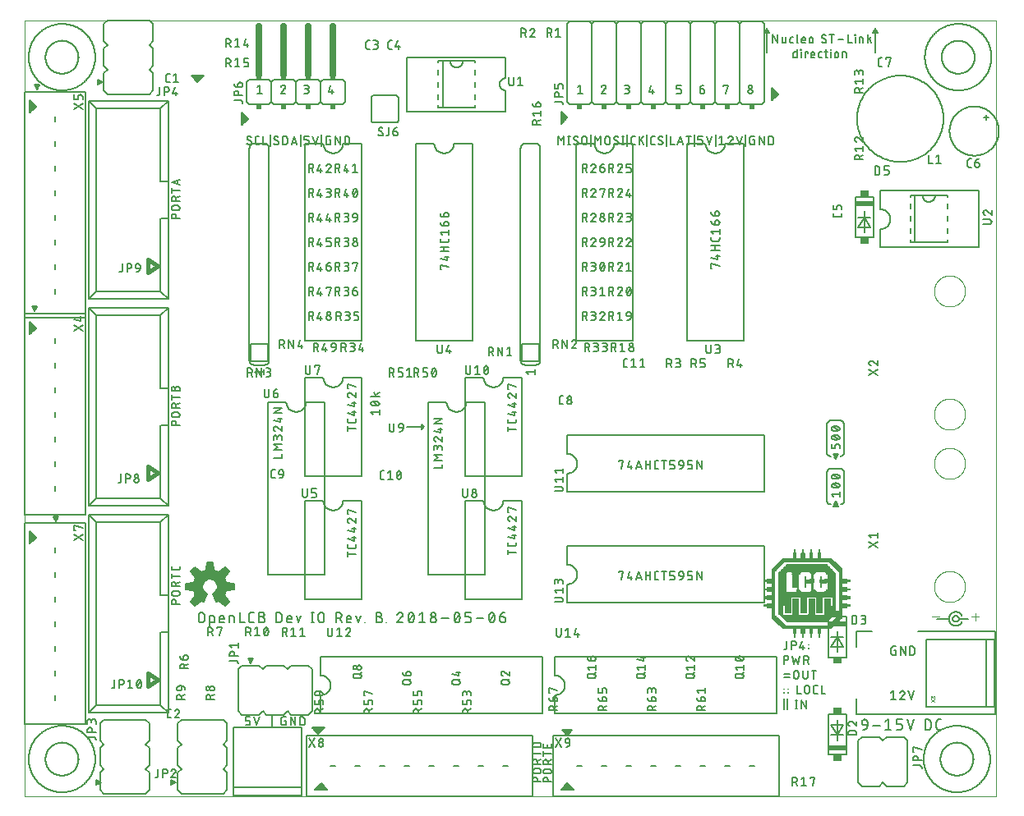
<source format=gto>
G75*
%MOIN*%
%OFA0B0*%
%FSLAX25Y25*%
%IPPOS*%
%LPD*%
%AMOC8*
5,1,8,0,0,1.08239X$1,22.5*
%
%ADD10C,0.00000*%
%ADD11C,0.00600*%
%ADD12C,0.00500*%
%ADD13C,0.00800*%
%ADD14C,0.00400*%
%ADD15R,0.07362X0.02000*%
%ADD16R,0.03346X0.02500*%
%ADD17C,0.02600*%
%ADD18R,0.02400X0.02000*%
%ADD19C,0.01600*%
%ADD20R,0.00800X0.00100*%
%ADD21R,0.00700X0.00100*%
%ADD22R,0.01600X0.00100*%
%ADD23R,0.01700X0.00100*%
%ADD24R,0.19800X0.00100*%
%ADD25R,0.20000X0.00100*%
%ADD26R,0.20200X0.00100*%
%ADD27R,0.20400X0.00100*%
%ADD28R,0.20600X0.00100*%
%ADD29R,0.20800X0.00100*%
%ADD30R,0.21000X0.00100*%
%ADD31R,0.21200X0.00100*%
%ADD32R,0.21400X0.00100*%
%ADD33R,0.21600X0.00100*%
%ADD34R,0.21800X0.00100*%
%ADD35R,0.22000X0.00100*%
%ADD36R,0.22200X0.00100*%
%ADD37R,0.02400X0.00100*%
%ADD38R,0.16400X0.00100*%
%ADD39R,0.16600X0.00100*%
%ADD40R,0.16800X0.00100*%
%ADD41R,0.17000X0.00100*%
%ADD42R,0.17200X0.00100*%
%ADD43R,0.17400X0.00100*%
%ADD44R,0.17600X0.00100*%
%ADD45R,0.17800X0.00100*%
%ADD46R,0.18000X0.00100*%
%ADD47R,0.18200X0.00100*%
%ADD48R,0.18400X0.00100*%
%ADD49R,0.18600X0.00100*%
%ADD50R,0.18800X0.00100*%
%ADD51R,0.19000X0.00100*%
%ADD52R,0.19200X0.00100*%
%ADD53R,0.19400X0.00100*%
%ADD54R,0.19600X0.00100*%
%ADD55R,0.02300X0.00100*%
%ADD56R,0.02200X0.00100*%
%ADD57R,0.02100X0.00100*%
%ADD58R,0.02000X0.00100*%
%ADD59R,0.01900X0.00100*%
%ADD60R,0.01800X0.00100*%
%ADD61R,0.01500X0.00100*%
%ADD62R,0.01400X0.00100*%
%ADD63R,0.01300X0.00100*%
%ADD64R,0.01200X0.00100*%
%ADD65R,0.02500X0.00100*%
%ADD66R,0.04100X0.00100*%
%ADD67R,0.04200X0.00100*%
%ADD68R,0.04300X0.00100*%
%ADD69R,0.04400X0.00100*%
%ADD70R,0.04500X0.00100*%
%ADD71R,0.04600X0.00100*%
%ADD72R,0.03400X0.00100*%
%ADD73R,0.04800X0.00100*%
%ADD74R,0.05200X0.00100*%
%ADD75R,0.05300X0.00100*%
%ADD76R,0.02600X0.00100*%
%ADD77R,0.23400X0.00100*%
%ADD78R,0.03500X0.00100*%
%ADD79R,0.03100X0.00100*%
%ADD80R,0.02900X0.00100*%
%ADD81R,0.02700X0.00100*%
%ADD82R,0.03300X0.00100*%
%ADD83R,0.04000X0.00100*%
%ADD84R,0.03900X0.00100*%
%ADD85R,0.03800X0.00100*%
%ADD86R,0.01100X0.00100*%
%ADD87R,0.03700X0.00100*%
%ADD88R,0.01000X0.00100*%
%ADD89R,0.03600X0.00100*%
%ADD90R,0.00900X0.00100*%
%ADD91R,0.02800X0.00100*%
%ADD92R,0.06500X0.00100*%
%ADD93R,0.05100X0.00100*%
%ADD94R,0.03000X0.00100*%
%ADD95R,0.03200X0.00100*%
%ADD96R,0.22300X0.00100*%
%ADD97R,0.22100X0.00100*%
%ADD98R,0.21900X0.00100*%
%ADD99R,0.21700X0.00100*%
%ADD100R,0.21500X0.00100*%
%ADD101R,0.21300X0.00100*%
%ADD102R,0.21100X0.00100*%
%ADD103R,0.20900X0.00100*%
%ADD104R,0.20700X0.00100*%
%ADD105R,0.20500X0.00100*%
%ADD106R,0.20300X0.00100*%
%ADD107R,0.20100X0.00100*%
%ADD108R,0.19900X0.00100*%
%ADD109C,0.00591*%
%ADD110C,0.00100*%
D10*
X0003000Y0106000D02*
X0003000Y0420961D01*
X0396701Y0420961D01*
X0396701Y0106000D01*
X0003000Y0106000D01*
X0371701Y0191000D02*
X0371703Y0191158D01*
X0371709Y0191316D01*
X0371719Y0191474D01*
X0371733Y0191632D01*
X0371751Y0191789D01*
X0371772Y0191946D01*
X0371798Y0192102D01*
X0371828Y0192258D01*
X0371861Y0192413D01*
X0371899Y0192566D01*
X0371940Y0192719D01*
X0371985Y0192871D01*
X0372034Y0193022D01*
X0372087Y0193171D01*
X0372143Y0193319D01*
X0372203Y0193465D01*
X0372267Y0193610D01*
X0372335Y0193753D01*
X0372406Y0193895D01*
X0372480Y0194035D01*
X0372558Y0194172D01*
X0372640Y0194308D01*
X0372724Y0194442D01*
X0372813Y0194573D01*
X0372904Y0194702D01*
X0372999Y0194829D01*
X0373096Y0194954D01*
X0373197Y0195076D01*
X0373301Y0195195D01*
X0373408Y0195312D01*
X0373518Y0195426D01*
X0373631Y0195537D01*
X0373746Y0195646D01*
X0373864Y0195751D01*
X0373985Y0195853D01*
X0374108Y0195953D01*
X0374234Y0196049D01*
X0374362Y0196142D01*
X0374492Y0196232D01*
X0374625Y0196318D01*
X0374760Y0196402D01*
X0374896Y0196481D01*
X0375035Y0196558D01*
X0375176Y0196630D01*
X0375318Y0196700D01*
X0375462Y0196765D01*
X0375608Y0196827D01*
X0375755Y0196885D01*
X0375904Y0196940D01*
X0376054Y0196991D01*
X0376205Y0197038D01*
X0376357Y0197081D01*
X0376510Y0197120D01*
X0376665Y0197156D01*
X0376820Y0197187D01*
X0376976Y0197215D01*
X0377132Y0197239D01*
X0377289Y0197259D01*
X0377447Y0197275D01*
X0377604Y0197287D01*
X0377763Y0197295D01*
X0377921Y0197299D01*
X0378079Y0197299D01*
X0378237Y0197295D01*
X0378396Y0197287D01*
X0378553Y0197275D01*
X0378711Y0197259D01*
X0378868Y0197239D01*
X0379024Y0197215D01*
X0379180Y0197187D01*
X0379335Y0197156D01*
X0379490Y0197120D01*
X0379643Y0197081D01*
X0379795Y0197038D01*
X0379946Y0196991D01*
X0380096Y0196940D01*
X0380245Y0196885D01*
X0380392Y0196827D01*
X0380538Y0196765D01*
X0380682Y0196700D01*
X0380824Y0196630D01*
X0380965Y0196558D01*
X0381104Y0196481D01*
X0381240Y0196402D01*
X0381375Y0196318D01*
X0381508Y0196232D01*
X0381638Y0196142D01*
X0381766Y0196049D01*
X0381892Y0195953D01*
X0382015Y0195853D01*
X0382136Y0195751D01*
X0382254Y0195646D01*
X0382369Y0195537D01*
X0382482Y0195426D01*
X0382592Y0195312D01*
X0382699Y0195195D01*
X0382803Y0195076D01*
X0382904Y0194954D01*
X0383001Y0194829D01*
X0383096Y0194702D01*
X0383187Y0194573D01*
X0383276Y0194442D01*
X0383360Y0194308D01*
X0383442Y0194172D01*
X0383520Y0194035D01*
X0383594Y0193895D01*
X0383665Y0193753D01*
X0383733Y0193610D01*
X0383797Y0193465D01*
X0383857Y0193319D01*
X0383913Y0193171D01*
X0383966Y0193022D01*
X0384015Y0192871D01*
X0384060Y0192719D01*
X0384101Y0192566D01*
X0384139Y0192413D01*
X0384172Y0192258D01*
X0384202Y0192102D01*
X0384228Y0191946D01*
X0384249Y0191789D01*
X0384267Y0191632D01*
X0384281Y0191474D01*
X0384291Y0191316D01*
X0384297Y0191158D01*
X0384299Y0191000D01*
X0384297Y0190842D01*
X0384291Y0190684D01*
X0384281Y0190526D01*
X0384267Y0190368D01*
X0384249Y0190211D01*
X0384228Y0190054D01*
X0384202Y0189898D01*
X0384172Y0189742D01*
X0384139Y0189587D01*
X0384101Y0189434D01*
X0384060Y0189281D01*
X0384015Y0189129D01*
X0383966Y0188978D01*
X0383913Y0188829D01*
X0383857Y0188681D01*
X0383797Y0188535D01*
X0383733Y0188390D01*
X0383665Y0188247D01*
X0383594Y0188105D01*
X0383520Y0187965D01*
X0383442Y0187828D01*
X0383360Y0187692D01*
X0383276Y0187558D01*
X0383187Y0187427D01*
X0383096Y0187298D01*
X0383001Y0187171D01*
X0382904Y0187046D01*
X0382803Y0186924D01*
X0382699Y0186805D01*
X0382592Y0186688D01*
X0382482Y0186574D01*
X0382369Y0186463D01*
X0382254Y0186354D01*
X0382136Y0186249D01*
X0382015Y0186147D01*
X0381892Y0186047D01*
X0381766Y0185951D01*
X0381638Y0185858D01*
X0381508Y0185768D01*
X0381375Y0185682D01*
X0381240Y0185598D01*
X0381104Y0185519D01*
X0380965Y0185442D01*
X0380824Y0185370D01*
X0380682Y0185300D01*
X0380538Y0185235D01*
X0380392Y0185173D01*
X0380245Y0185115D01*
X0380096Y0185060D01*
X0379946Y0185009D01*
X0379795Y0184962D01*
X0379643Y0184919D01*
X0379490Y0184880D01*
X0379335Y0184844D01*
X0379180Y0184813D01*
X0379024Y0184785D01*
X0378868Y0184761D01*
X0378711Y0184741D01*
X0378553Y0184725D01*
X0378396Y0184713D01*
X0378237Y0184705D01*
X0378079Y0184701D01*
X0377921Y0184701D01*
X0377763Y0184705D01*
X0377604Y0184713D01*
X0377447Y0184725D01*
X0377289Y0184741D01*
X0377132Y0184761D01*
X0376976Y0184785D01*
X0376820Y0184813D01*
X0376665Y0184844D01*
X0376510Y0184880D01*
X0376357Y0184919D01*
X0376205Y0184962D01*
X0376054Y0185009D01*
X0375904Y0185060D01*
X0375755Y0185115D01*
X0375608Y0185173D01*
X0375462Y0185235D01*
X0375318Y0185300D01*
X0375176Y0185370D01*
X0375035Y0185442D01*
X0374896Y0185519D01*
X0374760Y0185598D01*
X0374625Y0185682D01*
X0374492Y0185768D01*
X0374362Y0185858D01*
X0374234Y0185951D01*
X0374108Y0186047D01*
X0373985Y0186147D01*
X0373864Y0186249D01*
X0373746Y0186354D01*
X0373631Y0186463D01*
X0373518Y0186574D01*
X0373408Y0186688D01*
X0373301Y0186805D01*
X0373197Y0186924D01*
X0373096Y0187046D01*
X0372999Y0187171D01*
X0372904Y0187298D01*
X0372813Y0187427D01*
X0372724Y0187558D01*
X0372640Y0187692D01*
X0372558Y0187828D01*
X0372480Y0187965D01*
X0372406Y0188105D01*
X0372335Y0188247D01*
X0372267Y0188390D01*
X0372203Y0188535D01*
X0372143Y0188681D01*
X0372087Y0188829D01*
X0372034Y0188978D01*
X0371985Y0189129D01*
X0371940Y0189281D01*
X0371899Y0189434D01*
X0371861Y0189587D01*
X0371828Y0189742D01*
X0371798Y0189898D01*
X0371772Y0190054D01*
X0371751Y0190211D01*
X0371733Y0190368D01*
X0371719Y0190526D01*
X0371709Y0190684D01*
X0371703Y0190842D01*
X0371701Y0191000D01*
X0371701Y0241000D02*
X0371703Y0241158D01*
X0371709Y0241316D01*
X0371719Y0241474D01*
X0371733Y0241632D01*
X0371751Y0241789D01*
X0371772Y0241946D01*
X0371798Y0242102D01*
X0371828Y0242258D01*
X0371861Y0242413D01*
X0371899Y0242566D01*
X0371940Y0242719D01*
X0371985Y0242871D01*
X0372034Y0243022D01*
X0372087Y0243171D01*
X0372143Y0243319D01*
X0372203Y0243465D01*
X0372267Y0243610D01*
X0372335Y0243753D01*
X0372406Y0243895D01*
X0372480Y0244035D01*
X0372558Y0244172D01*
X0372640Y0244308D01*
X0372724Y0244442D01*
X0372813Y0244573D01*
X0372904Y0244702D01*
X0372999Y0244829D01*
X0373096Y0244954D01*
X0373197Y0245076D01*
X0373301Y0245195D01*
X0373408Y0245312D01*
X0373518Y0245426D01*
X0373631Y0245537D01*
X0373746Y0245646D01*
X0373864Y0245751D01*
X0373985Y0245853D01*
X0374108Y0245953D01*
X0374234Y0246049D01*
X0374362Y0246142D01*
X0374492Y0246232D01*
X0374625Y0246318D01*
X0374760Y0246402D01*
X0374896Y0246481D01*
X0375035Y0246558D01*
X0375176Y0246630D01*
X0375318Y0246700D01*
X0375462Y0246765D01*
X0375608Y0246827D01*
X0375755Y0246885D01*
X0375904Y0246940D01*
X0376054Y0246991D01*
X0376205Y0247038D01*
X0376357Y0247081D01*
X0376510Y0247120D01*
X0376665Y0247156D01*
X0376820Y0247187D01*
X0376976Y0247215D01*
X0377132Y0247239D01*
X0377289Y0247259D01*
X0377447Y0247275D01*
X0377604Y0247287D01*
X0377763Y0247295D01*
X0377921Y0247299D01*
X0378079Y0247299D01*
X0378237Y0247295D01*
X0378396Y0247287D01*
X0378553Y0247275D01*
X0378711Y0247259D01*
X0378868Y0247239D01*
X0379024Y0247215D01*
X0379180Y0247187D01*
X0379335Y0247156D01*
X0379490Y0247120D01*
X0379643Y0247081D01*
X0379795Y0247038D01*
X0379946Y0246991D01*
X0380096Y0246940D01*
X0380245Y0246885D01*
X0380392Y0246827D01*
X0380538Y0246765D01*
X0380682Y0246700D01*
X0380824Y0246630D01*
X0380965Y0246558D01*
X0381104Y0246481D01*
X0381240Y0246402D01*
X0381375Y0246318D01*
X0381508Y0246232D01*
X0381638Y0246142D01*
X0381766Y0246049D01*
X0381892Y0245953D01*
X0382015Y0245853D01*
X0382136Y0245751D01*
X0382254Y0245646D01*
X0382369Y0245537D01*
X0382482Y0245426D01*
X0382592Y0245312D01*
X0382699Y0245195D01*
X0382803Y0245076D01*
X0382904Y0244954D01*
X0383001Y0244829D01*
X0383096Y0244702D01*
X0383187Y0244573D01*
X0383276Y0244442D01*
X0383360Y0244308D01*
X0383442Y0244172D01*
X0383520Y0244035D01*
X0383594Y0243895D01*
X0383665Y0243753D01*
X0383733Y0243610D01*
X0383797Y0243465D01*
X0383857Y0243319D01*
X0383913Y0243171D01*
X0383966Y0243022D01*
X0384015Y0242871D01*
X0384060Y0242719D01*
X0384101Y0242566D01*
X0384139Y0242413D01*
X0384172Y0242258D01*
X0384202Y0242102D01*
X0384228Y0241946D01*
X0384249Y0241789D01*
X0384267Y0241632D01*
X0384281Y0241474D01*
X0384291Y0241316D01*
X0384297Y0241158D01*
X0384299Y0241000D01*
X0384297Y0240842D01*
X0384291Y0240684D01*
X0384281Y0240526D01*
X0384267Y0240368D01*
X0384249Y0240211D01*
X0384228Y0240054D01*
X0384202Y0239898D01*
X0384172Y0239742D01*
X0384139Y0239587D01*
X0384101Y0239434D01*
X0384060Y0239281D01*
X0384015Y0239129D01*
X0383966Y0238978D01*
X0383913Y0238829D01*
X0383857Y0238681D01*
X0383797Y0238535D01*
X0383733Y0238390D01*
X0383665Y0238247D01*
X0383594Y0238105D01*
X0383520Y0237965D01*
X0383442Y0237828D01*
X0383360Y0237692D01*
X0383276Y0237558D01*
X0383187Y0237427D01*
X0383096Y0237298D01*
X0383001Y0237171D01*
X0382904Y0237046D01*
X0382803Y0236924D01*
X0382699Y0236805D01*
X0382592Y0236688D01*
X0382482Y0236574D01*
X0382369Y0236463D01*
X0382254Y0236354D01*
X0382136Y0236249D01*
X0382015Y0236147D01*
X0381892Y0236047D01*
X0381766Y0235951D01*
X0381638Y0235858D01*
X0381508Y0235768D01*
X0381375Y0235682D01*
X0381240Y0235598D01*
X0381104Y0235519D01*
X0380965Y0235442D01*
X0380824Y0235370D01*
X0380682Y0235300D01*
X0380538Y0235235D01*
X0380392Y0235173D01*
X0380245Y0235115D01*
X0380096Y0235060D01*
X0379946Y0235009D01*
X0379795Y0234962D01*
X0379643Y0234919D01*
X0379490Y0234880D01*
X0379335Y0234844D01*
X0379180Y0234813D01*
X0379024Y0234785D01*
X0378868Y0234761D01*
X0378711Y0234741D01*
X0378553Y0234725D01*
X0378396Y0234713D01*
X0378237Y0234705D01*
X0378079Y0234701D01*
X0377921Y0234701D01*
X0377763Y0234705D01*
X0377604Y0234713D01*
X0377447Y0234725D01*
X0377289Y0234741D01*
X0377132Y0234761D01*
X0376976Y0234785D01*
X0376820Y0234813D01*
X0376665Y0234844D01*
X0376510Y0234880D01*
X0376357Y0234919D01*
X0376205Y0234962D01*
X0376054Y0235009D01*
X0375904Y0235060D01*
X0375755Y0235115D01*
X0375608Y0235173D01*
X0375462Y0235235D01*
X0375318Y0235300D01*
X0375176Y0235370D01*
X0375035Y0235442D01*
X0374896Y0235519D01*
X0374760Y0235598D01*
X0374625Y0235682D01*
X0374492Y0235768D01*
X0374362Y0235858D01*
X0374234Y0235951D01*
X0374108Y0236047D01*
X0373985Y0236147D01*
X0373864Y0236249D01*
X0373746Y0236354D01*
X0373631Y0236463D01*
X0373518Y0236574D01*
X0373408Y0236688D01*
X0373301Y0236805D01*
X0373197Y0236924D01*
X0373096Y0237046D01*
X0372999Y0237171D01*
X0372904Y0237298D01*
X0372813Y0237427D01*
X0372724Y0237558D01*
X0372640Y0237692D01*
X0372558Y0237828D01*
X0372480Y0237965D01*
X0372406Y0238105D01*
X0372335Y0238247D01*
X0372267Y0238390D01*
X0372203Y0238535D01*
X0372143Y0238681D01*
X0372087Y0238829D01*
X0372034Y0238978D01*
X0371985Y0239129D01*
X0371940Y0239281D01*
X0371899Y0239434D01*
X0371861Y0239587D01*
X0371828Y0239742D01*
X0371798Y0239898D01*
X0371772Y0240054D01*
X0371751Y0240211D01*
X0371733Y0240368D01*
X0371719Y0240526D01*
X0371709Y0240684D01*
X0371703Y0240842D01*
X0371701Y0241000D01*
X0371701Y0261000D02*
X0371703Y0261158D01*
X0371709Y0261316D01*
X0371719Y0261474D01*
X0371733Y0261632D01*
X0371751Y0261789D01*
X0371772Y0261946D01*
X0371798Y0262102D01*
X0371828Y0262258D01*
X0371861Y0262413D01*
X0371899Y0262566D01*
X0371940Y0262719D01*
X0371985Y0262871D01*
X0372034Y0263022D01*
X0372087Y0263171D01*
X0372143Y0263319D01*
X0372203Y0263465D01*
X0372267Y0263610D01*
X0372335Y0263753D01*
X0372406Y0263895D01*
X0372480Y0264035D01*
X0372558Y0264172D01*
X0372640Y0264308D01*
X0372724Y0264442D01*
X0372813Y0264573D01*
X0372904Y0264702D01*
X0372999Y0264829D01*
X0373096Y0264954D01*
X0373197Y0265076D01*
X0373301Y0265195D01*
X0373408Y0265312D01*
X0373518Y0265426D01*
X0373631Y0265537D01*
X0373746Y0265646D01*
X0373864Y0265751D01*
X0373985Y0265853D01*
X0374108Y0265953D01*
X0374234Y0266049D01*
X0374362Y0266142D01*
X0374492Y0266232D01*
X0374625Y0266318D01*
X0374760Y0266402D01*
X0374896Y0266481D01*
X0375035Y0266558D01*
X0375176Y0266630D01*
X0375318Y0266700D01*
X0375462Y0266765D01*
X0375608Y0266827D01*
X0375755Y0266885D01*
X0375904Y0266940D01*
X0376054Y0266991D01*
X0376205Y0267038D01*
X0376357Y0267081D01*
X0376510Y0267120D01*
X0376665Y0267156D01*
X0376820Y0267187D01*
X0376976Y0267215D01*
X0377132Y0267239D01*
X0377289Y0267259D01*
X0377447Y0267275D01*
X0377604Y0267287D01*
X0377763Y0267295D01*
X0377921Y0267299D01*
X0378079Y0267299D01*
X0378237Y0267295D01*
X0378396Y0267287D01*
X0378553Y0267275D01*
X0378711Y0267259D01*
X0378868Y0267239D01*
X0379024Y0267215D01*
X0379180Y0267187D01*
X0379335Y0267156D01*
X0379490Y0267120D01*
X0379643Y0267081D01*
X0379795Y0267038D01*
X0379946Y0266991D01*
X0380096Y0266940D01*
X0380245Y0266885D01*
X0380392Y0266827D01*
X0380538Y0266765D01*
X0380682Y0266700D01*
X0380824Y0266630D01*
X0380965Y0266558D01*
X0381104Y0266481D01*
X0381240Y0266402D01*
X0381375Y0266318D01*
X0381508Y0266232D01*
X0381638Y0266142D01*
X0381766Y0266049D01*
X0381892Y0265953D01*
X0382015Y0265853D01*
X0382136Y0265751D01*
X0382254Y0265646D01*
X0382369Y0265537D01*
X0382482Y0265426D01*
X0382592Y0265312D01*
X0382699Y0265195D01*
X0382803Y0265076D01*
X0382904Y0264954D01*
X0383001Y0264829D01*
X0383096Y0264702D01*
X0383187Y0264573D01*
X0383276Y0264442D01*
X0383360Y0264308D01*
X0383442Y0264172D01*
X0383520Y0264035D01*
X0383594Y0263895D01*
X0383665Y0263753D01*
X0383733Y0263610D01*
X0383797Y0263465D01*
X0383857Y0263319D01*
X0383913Y0263171D01*
X0383966Y0263022D01*
X0384015Y0262871D01*
X0384060Y0262719D01*
X0384101Y0262566D01*
X0384139Y0262413D01*
X0384172Y0262258D01*
X0384202Y0262102D01*
X0384228Y0261946D01*
X0384249Y0261789D01*
X0384267Y0261632D01*
X0384281Y0261474D01*
X0384291Y0261316D01*
X0384297Y0261158D01*
X0384299Y0261000D01*
X0384297Y0260842D01*
X0384291Y0260684D01*
X0384281Y0260526D01*
X0384267Y0260368D01*
X0384249Y0260211D01*
X0384228Y0260054D01*
X0384202Y0259898D01*
X0384172Y0259742D01*
X0384139Y0259587D01*
X0384101Y0259434D01*
X0384060Y0259281D01*
X0384015Y0259129D01*
X0383966Y0258978D01*
X0383913Y0258829D01*
X0383857Y0258681D01*
X0383797Y0258535D01*
X0383733Y0258390D01*
X0383665Y0258247D01*
X0383594Y0258105D01*
X0383520Y0257965D01*
X0383442Y0257828D01*
X0383360Y0257692D01*
X0383276Y0257558D01*
X0383187Y0257427D01*
X0383096Y0257298D01*
X0383001Y0257171D01*
X0382904Y0257046D01*
X0382803Y0256924D01*
X0382699Y0256805D01*
X0382592Y0256688D01*
X0382482Y0256574D01*
X0382369Y0256463D01*
X0382254Y0256354D01*
X0382136Y0256249D01*
X0382015Y0256147D01*
X0381892Y0256047D01*
X0381766Y0255951D01*
X0381638Y0255858D01*
X0381508Y0255768D01*
X0381375Y0255682D01*
X0381240Y0255598D01*
X0381104Y0255519D01*
X0380965Y0255442D01*
X0380824Y0255370D01*
X0380682Y0255300D01*
X0380538Y0255235D01*
X0380392Y0255173D01*
X0380245Y0255115D01*
X0380096Y0255060D01*
X0379946Y0255009D01*
X0379795Y0254962D01*
X0379643Y0254919D01*
X0379490Y0254880D01*
X0379335Y0254844D01*
X0379180Y0254813D01*
X0379024Y0254785D01*
X0378868Y0254761D01*
X0378711Y0254741D01*
X0378553Y0254725D01*
X0378396Y0254713D01*
X0378237Y0254705D01*
X0378079Y0254701D01*
X0377921Y0254701D01*
X0377763Y0254705D01*
X0377604Y0254713D01*
X0377447Y0254725D01*
X0377289Y0254741D01*
X0377132Y0254761D01*
X0376976Y0254785D01*
X0376820Y0254813D01*
X0376665Y0254844D01*
X0376510Y0254880D01*
X0376357Y0254919D01*
X0376205Y0254962D01*
X0376054Y0255009D01*
X0375904Y0255060D01*
X0375755Y0255115D01*
X0375608Y0255173D01*
X0375462Y0255235D01*
X0375318Y0255300D01*
X0375176Y0255370D01*
X0375035Y0255442D01*
X0374896Y0255519D01*
X0374760Y0255598D01*
X0374625Y0255682D01*
X0374492Y0255768D01*
X0374362Y0255858D01*
X0374234Y0255951D01*
X0374108Y0256047D01*
X0373985Y0256147D01*
X0373864Y0256249D01*
X0373746Y0256354D01*
X0373631Y0256463D01*
X0373518Y0256574D01*
X0373408Y0256688D01*
X0373301Y0256805D01*
X0373197Y0256924D01*
X0373096Y0257046D01*
X0372999Y0257171D01*
X0372904Y0257298D01*
X0372813Y0257427D01*
X0372724Y0257558D01*
X0372640Y0257692D01*
X0372558Y0257828D01*
X0372480Y0257965D01*
X0372406Y0258105D01*
X0372335Y0258247D01*
X0372267Y0258390D01*
X0372203Y0258535D01*
X0372143Y0258681D01*
X0372087Y0258829D01*
X0372034Y0258978D01*
X0371985Y0259129D01*
X0371940Y0259281D01*
X0371899Y0259434D01*
X0371861Y0259587D01*
X0371828Y0259742D01*
X0371798Y0259898D01*
X0371772Y0260054D01*
X0371751Y0260211D01*
X0371733Y0260368D01*
X0371719Y0260526D01*
X0371709Y0260684D01*
X0371703Y0260842D01*
X0371701Y0261000D01*
X0371701Y0311000D02*
X0371703Y0311158D01*
X0371709Y0311316D01*
X0371719Y0311474D01*
X0371733Y0311632D01*
X0371751Y0311789D01*
X0371772Y0311946D01*
X0371798Y0312102D01*
X0371828Y0312258D01*
X0371861Y0312413D01*
X0371899Y0312566D01*
X0371940Y0312719D01*
X0371985Y0312871D01*
X0372034Y0313022D01*
X0372087Y0313171D01*
X0372143Y0313319D01*
X0372203Y0313465D01*
X0372267Y0313610D01*
X0372335Y0313753D01*
X0372406Y0313895D01*
X0372480Y0314035D01*
X0372558Y0314172D01*
X0372640Y0314308D01*
X0372724Y0314442D01*
X0372813Y0314573D01*
X0372904Y0314702D01*
X0372999Y0314829D01*
X0373096Y0314954D01*
X0373197Y0315076D01*
X0373301Y0315195D01*
X0373408Y0315312D01*
X0373518Y0315426D01*
X0373631Y0315537D01*
X0373746Y0315646D01*
X0373864Y0315751D01*
X0373985Y0315853D01*
X0374108Y0315953D01*
X0374234Y0316049D01*
X0374362Y0316142D01*
X0374492Y0316232D01*
X0374625Y0316318D01*
X0374760Y0316402D01*
X0374896Y0316481D01*
X0375035Y0316558D01*
X0375176Y0316630D01*
X0375318Y0316700D01*
X0375462Y0316765D01*
X0375608Y0316827D01*
X0375755Y0316885D01*
X0375904Y0316940D01*
X0376054Y0316991D01*
X0376205Y0317038D01*
X0376357Y0317081D01*
X0376510Y0317120D01*
X0376665Y0317156D01*
X0376820Y0317187D01*
X0376976Y0317215D01*
X0377132Y0317239D01*
X0377289Y0317259D01*
X0377447Y0317275D01*
X0377604Y0317287D01*
X0377763Y0317295D01*
X0377921Y0317299D01*
X0378079Y0317299D01*
X0378237Y0317295D01*
X0378396Y0317287D01*
X0378553Y0317275D01*
X0378711Y0317259D01*
X0378868Y0317239D01*
X0379024Y0317215D01*
X0379180Y0317187D01*
X0379335Y0317156D01*
X0379490Y0317120D01*
X0379643Y0317081D01*
X0379795Y0317038D01*
X0379946Y0316991D01*
X0380096Y0316940D01*
X0380245Y0316885D01*
X0380392Y0316827D01*
X0380538Y0316765D01*
X0380682Y0316700D01*
X0380824Y0316630D01*
X0380965Y0316558D01*
X0381104Y0316481D01*
X0381240Y0316402D01*
X0381375Y0316318D01*
X0381508Y0316232D01*
X0381638Y0316142D01*
X0381766Y0316049D01*
X0381892Y0315953D01*
X0382015Y0315853D01*
X0382136Y0315751D01*
X0382254Y0315646D01*
X0382369Y0315537D01*
X0382482Y0315426D01*
X0382592Y0315312D01*
X0382699Y0315195D01*
X0382803Y0315076D01*
X0382904Y0314954D01*
X0383001Y0314829D01*
X0383096Y0314702D01*
X0383187Y0314573D01*
X0383276Y0314442D01*
X0383360Y0314308D01*
X0383442Y0314172D01*
X0383520Y0314035D01*
X0383594Y0313895D01*
X0383665Y0313753D01*
X0383733Y0313610D01*
X0383797Y0313465D01*
X0383857Y0313319D01*
X0383913Y0313171D01*
X0383966Y0313022D01*
X0384015Y0312871D01*
X0384060Y0312719D01*
X0384101Y0312566D01*
X0384139Y0312413D01*
X0384172Y0312258D01*
X0384202Y0312102D01*
X0384228Y0311946D01*
X0384249Y0311789D01*
X0384267Y0311632D01*
X0384281Y0311474D01*
X0384291Y0311316D01*
X0384297Y0311158D01*
X0384299Y0311000D01*
X0384297Y0310842D01*
X0384291Y0310684D01*
X0384281Y0310526D01*
X0384267Y0310368D01*
X0384249Y0310211D01*
X0384228Y0310054D01*
X0384202Y0309898D01*
X0384172Y0309742D01*
X0384139Y0309587D01*
X0384101Y0309434D01*
X0384060Y0309281D01*
X0384015Y0309129D01*
X0383966Y0308978D01*
X0383913Y0308829D01*
X0383857Y0308681D01*
X0383797Y0308535D01*
X0383733Y0308390D01*
X0383665Y0308247D01*
X0383594Y0308105D01*
X0383520Y0307965D01*
X0383442Y0307828D01*
X0383360Y0307692D01*
X0383276Y0307558D01*
X0383187Y0307427D01*
X0383096Y0307298D01*
X0383001Y0307171D01*
X0382904Y0307046D01*
X0382803Y0306924D01*
X0382699Y0306805D01*
X0382592Y0306688D01*
X0382482Y0306574D01*
X0382369Y0306463D01*
X0382254Y0306354D01*
X0382136Y0306249D01*
X0382015Y0306147D01*
X0381892Y0306047D01*
X0381766Y0305951D01*
X0381638Y0305858D01*
X0381508Y0305768D01*
X0381375Y0305682D01*
X0381240Y0305598D01*
X0381104Y0305519D01*
X0380965Y0305442D01*
X0380824Y0305370D01*
X0380682Y0305300D01*
X0380538Y0305235D01*
X0380392Y0305173D01*
X0380245Y0305115D01*
X0380096Y0305060D01*
X0379946Y0305009D01*
X0379795Y0304962D01*
X0379643Y0304919D01*
X0379490Y0304880D01*
X0379335Y0304844D01*
X0379180Y0304813D01*
X0379024Y0304785D01*
X0378868Y0304761D01*
X0378711Y0304741D01*
X0378553Y0304725D01*
X0378396Y0304713D01*
X0378237Y0304705D01*
X0378079Y0304701D01*
X0377921Y0304701D01*
X0377763Y0304705D01*
X0377604Y0304713D01*
X0377447Y0304725D01*
X0377289Y0304741D01*
X0377132Y0304761D01*
X0376976Y0304785D01*
X0376820Y0304813D01*
X0376665Y0304844D01*
X0376510Y0304880D01*
X0376357Y0304919D01*
X0376205Y0304962D01*
X0376054Y0305009D01*
X0375904Y0305060D01*
X0375755Y0305115D01*
X0375608Y0305173D01*
X0375462Y0305235D01*
X0375318Y0305300D01*
X0375176Y0305370D01*
X0375035Y0305442D01*
X0374896Y0305519D01*
X0374760Y0305598D01*
X0374625Y0305682D01*
X0374492Y0305768D01*
X0374362Y0305858D01*
X0374234Y0305951D01*
X0374108Y0306047D01*
X0373985Y0306147D01*
X0373864Y0306249D01*
X0373746Y0306354D01*
X0373631Y0306463D01*
X0373518Y0306574D01*
X0373408Y0306688D01*
X0373301Y0306805D01*
X0373197Y0306924D01*
X0373096Y0307046D01*
X0372999Y0307171D01*
X0372904Y0307298D01*
X0372813Y0307427D01*
X0372724Y0307558D01*
X0372640Y0307692D01*
X0372558Y0307828D01*
X0372480Y0307965D01*
X0372406Y0308105D01*
X0372335Y0308247D01*
X0372267Y0308390D01*
X0372203Y0308535D01*
X0372143Y0308681D01*
X0372087Y0308829D01*
X0372034Y0308978D01*
X0371985Y0309129D01*
X0371940Y0309281D01*
X0371899Y0309434D01*
X0371861Y0309587D01*
X0371828Y0309742D01*
X0371798Y0309898D01*
X0371772Y0310054D01*
X0371751Y0310211D01*
X0371733Y0310368D01*
X0371719Y0310526D01*
X0371709Y0310684D01*
X0371703Y0310842D01*
X0371701Y0311000D01*
D11*
X0390000Y0328700D02*
X0390000Y0351700D01*
X0350000Y0351700D01*
X0350000Y0344200D01*
X0350126Y0344198D01*
X0350251Y0344192D01*
X0350376Y0344182D01*
X0350501Y0344168D01*
X0350626Y0344151D01*
X0350750Y0344129D01*
X0350873Y0344104D01*
X0350995Y0344074D01*
X0351116Y0344041D01*
X0351236Y0344004D01*
X0351355Y0343964D01*
X0351472Y0343919D01*
X0351589Y0343871D01*
X0351703Y0343819D01*
X0351816Y0343764D01*
X0351927Y0343705D01*
X0352036Y0343643D01*
X0352143Y0343577D01*
X0352248Y0343508D01*
X0352351Y0343436D01*
X0352452Y0343361D01*
X0352550Y0343282D01*
X0352645Y0343200D01*
X0352738Y0343116D01*
X0352828Y0343028D01*
X0352916Y0342938D01*
X0353000Y0342845D01*
X0353082Y0342750D01*
X0353161Y0342652D01*
X0353236Y0342551D01*
X0353308Y0342448D01*
X0353377Y0342343D01*
X0353443Y0342236D01*
X0353505Y0342127D01*
X0353564Y0342016D01*
X0353619Y0341903D01*
X0353671Y0341789D01*
X0353719Y0341672D01*
X0353764Y0341555D01*
X0353804Y0341436D01*
X0353841Y0341316D01*
X0353874Y0341195D01*
X0353904Y0341073D01*
X0353929Y0340950D01*
X0353951Y0340826D01*
X0353968Y0340701D01*
X0353982Y0340576D01*
X0353992Y0340451D01*
X0353998Y0340326D01*
X0354000Y0340200D01*
X0353998Y0340074D01*
X0353992Y0339949D01*
X0353982Y0339824D01*
X0353968Y0339699D01*
X0353951Y0339574D01*
X0353929Y0339450D01*
X0353904Y0339327D01*
X0353874Y0339205D01*
X0353841Y0339084D01*
X0353804Y0338964D01*
X0353764Y0338845D01*
X0353719Y0338728D01*
X0353671Y0338611D01*
X0353619Y0338497D01*
X0353564Y0338384D01*
X0353505Y0338273D01*
X0353443Y0338164D01*
X0353377Y0338057D01*
X0353308Y0337952D01*
X0353236Y0337849D01*
X0353161Y0337748D01*
X0353082Y0337650D01*
X0353000Y0337555D01*
X0352916Y0337462D01*
X0352828Y0337372D01*
X0352738Y0337284D01*
X0352645Y0337200D01*
X0352550Y0337118D01*
X0352452Y0337039D01*
X0352351Y0336964D01*
X0352248Y0336892D01*
X0352143Y0336823D01*
X0352036Y0336757D01*
X0351927Y0336695D01*
X0351816Y0336636D01*
X0351703Y0336581D01*
X0351589Y0336529D01*
X0351472Y0336481D01*
X0351355Y0336436D01*
X0351236Y0336396D01*
X0351116Y0336359D01*
X0350995Y0336326D01*
X0350873Y0336296D01*
X0350750Y0336271D01*
X0350626Y0336249D01*
X0350501Y0336232D01*
X0350376Y0336218D01*
X0350251Y0336208D01*
X0350126Y0336202D01*
X0350000Y0336200D01*
X0350000Y0328700D01*
X0390000Y0328700D01*
X0391650Y0338241D02*
X0394105Y0338241D01*
X0394105Y0338242D02*
X0394165Y0338244D01*
X0394226Y0338250D01*
X0394285Y0338259D01*
X0394344Y0338273D01*
X0394402Y0338290D01*
X0394459Y0338311D01*
X0394515Y0338335D01*
X0394568Y0338363D01*
X0394620Y0338395D01*
X0394670Y0338429D01*
X0394717Y0338467D01*
X0394762Y0338508D01*
X0394804Y0338551D01*
X0394843Y0338597D01*
X0394879Y0338646D01*
X0394912Y0338697D01*
X0394942Y0338749D01*
X0394968Y0338804D01*
X0394991Y0338860D01*
X0395010Y0338917D01*
X0395025Y0338976D01*
X0395037Y0339035D01*
X0395045Y0339095D01*
X0395049Y0339156D01*
X0395049Y0339216D01*
X0395045Y0339277D01*
X0395037Y0339337D01*
X0395025Y0339396D01*
X0395010Y0339455D01*
X0394991Y0339512D01*
X0394968Y0339568D01*
X0394942Y0339623D01*
X0394912Y0339675D01*
X0394879Y0339726D01*
X0394843Y0339775D01*
X0394804Y0339821D01*
X0394762Y0339864D01*
X0394717Y0339905D01*
X0394670Y0339943D01*
X0394620Y0339977D01*
X0394568Y0340009D01*
X0394515Y0340037D01*
X0394459Y0340061D01*
X0394402Y0340082D01*
X0394344Y0340099D01*
X0394285Y0340113D01*
X0394226Y0340122D01*
X0394165Y0340128D01*
X0394105Y0340130D01*
X0391650Y0340130D01*
X0393161Y0343567D02*
X0393121Y0343607D01*
X0393078Y0343644D01*
X0393033Y0343679D01*
X0392985Y0343710D01*
X0392936Y0343739D01*
X0392886Y0343765D01*
X0392833Y0343787D01*
X0392780Y0343806D01*
X0392725Y0343822D01*
X0392670Y0343834D01*
X0392613Y0343843D01*
X0392557Y0343848D01*
X0392500Y0343850D01*
X0393161Y0343567D02*
X0395050Y0341961D01*
X0395050Y0343850D01*
X0392406Y0341961D02*
X0392344Y0341983D01*
X0392284Y0342009D01*
X0392225Y0342038D01*
X0392169Y0342071D01*
X0392114Y0342107D01*
X0392062Y0342146D01*
X0392012Y0342188D01*
X0391965Y0342233D01*
X0391920Y0342281D01*
X0391878Y0342332D01*
X0391840Y0342384D01*
X0391805Y0342440D01*
X0391773Y0342497D01*
X0391745Y0342556D01*
X0391720Y0342616D01*
X0391699Y0342678D01*
X0391681Y0342741D01*
X0391668Y0342805D01*
X0391658Y0342870D01*
X0391652Y0342935D01*
X0391650Y0343000D01*
X0391652Y0343056D01*
X0391657Y0343111D01*
X0391666Y0343166D01*
X0391679Y0343220D01*
X0391695Y0343273D01*
X0391715Y0343325D01*
X0391738Y0343376D01*
X0391764Y0343425D01*
X0391793Y0343472D01*
X0391826Y0343517D01*
X0391861Y0343560D01*
X0391899Y0343601D01*
X0391940Y0343639D01*
X0391983Y0343674D01*
X0392028Y0343707D01*
X0392075Y0343736D01*
X0392124Y0343762D01*
X0392175Y0343785D01*
X0392227Y0343805D01*
X0392280Y0343821D01*
X0392334Y0343834D01*
X0392389Y0343843D01*
X0392444Y0343848D01*
X0392500Y0343850D01*
X0386811Y0361300D02*
X0386056Y0361300D01*
X0386002Y0361302D01*
X0385948Y0361308D01*
X0385895Y0361317D01*
X0385843Y0361331D01*
X0385792Y0361348D01*
X0385742Y0361368D01*
X0385694Y0361392D01*
X0385647Y0361420D01*
X0385603Y0361451D01*
X0385561Y0361485D01*
X0385521Y0361521D01*
X0385485Y0361561D01*
X0385451Y0361603D01*
X0385420Y0361647D01*
X0385392Y0361694D01*
X0385368Y0361742D01*
X0385348Y0361792D01*
X0385331Y0361843D01*
X0385317Y0361895D01*
X0385308Y0361948D01*
X0385302Y0362002D01*
X0385300Y0362056D01*
X0385300Y0363944D01*
X0385302Y0363998D01*
X0385308Y0364052D01*
X0385317Y0364105D01*
X0385331Y0364157D01*
X0385348Y0364208D01*
X0385368Y0364258D01*
X0385392Y0364306D01*
X0385420Y0364353D01*
X0385451Y0364397D01*
X0385485Y0364439D01*
X0385521Y0364479D01*
X0385561Y0364515D01*
X0385603Y0364549D01*
X0385647Y0364580D01*
X0385694Y0364608D01*
X0385742Y0364632D01*
X0385792Y0364652D01*
X0385843Y0364669D01*
X0385895Y0364683D01*
X0385948Y0364692D01*
X0386002Y0364698D01*
X0386056Y0364700D01*
X0386811Y0364700D01*
X0388315Y0363189D02*
X0388315Y0362244D01*
X0388317Y0362184D01*
X0388323Y0362123D01*
X0388332Y0362064D01*
X0388346Y0362005D01*
X0388363Y0361947D01*
X0388384Y0361890D01*
X0388408Y0361834D01*
X0388436Y0361781D01*
X0388468Y0361729D01*
X0388502Y0361679D01*
X0388540Y0361632D01*
X0388581Y0361587D01*
X0388624Y0361545D01*
X0388670Y0361506D01*
X0388719Y0361470D01*
X0388770Y0361437D01*
X0388822Y0361407D01*
X0388877Y0361381D01*
X0388933Y0361358D01*
X0388990Y0361339D01*
X0389049Y0361324D01*
X0389108Y0361312D01*
X0389168Y0361304D01*
X0389229Y0361300D01*
X0389289Y0361300D01*
X0389350Y0361304D01*
X0389410Y0361312D01*
X0389469Y0361324D01*
X0389528Y0361339D01*
X0389585Y0361358D01*
X0389641Y0361381D01*
X0389696Y0361407D01*
X0389748Y0361437D01*
X0389799Y0361470D01*
X0389848Y0361506D01*
X0389894Y0361545D01*
X0389937Y0361587D01*
X0389978Y0361632D01*
X0390016Y0361679D01*
X0390050Y0361729D01*
X0390082Y0361781D01*
X0390110Y0361834D01*
X0390134Y0361890D01*
X0390155Y0361947D01*
X0390172Y0362005D01*
X0390186Y0362064D01*
X0390195Y0362123D01*
X0390201Y0362184D01*
X0390203Y0362244D01*
X0390204Y0362244D02*
X0390204Y0362433D01*
X0390202Y0362487D01*
X0390196Y0362541D01*
X0390187Y0362594D01*
X0390173Y0362646D01*
X0390156Y0362697D01*
X0390136Y0362747D01*
X0390112Y0362795D01*
X0390084Y0362842D01*
X0390053Y0362886D01*
X0390019Y0362928D01*
X0389983Y0362968D01*
X0389943Y0363004D01*
X0389901Y0363038D01*
X0389857Y0363069D01*
X0389810Y0363097D01*
X0389762Y0363121D01*
X0389712Y0363141D01*
X0389661Y0363158D01*
X0389609Y0363172D01*
X0389556Y0363181D01*
X0389502Y0363187D01*
X0389448Y0363189D01*
X0388315Y0363189D01*
X0388317Y0363266D01*
X0388323Y0363342D01*
X0388332Y0363418D01*
X0388346Y0363493D01*
X0388363Y0363568D01*
X0388384Y0363641D01*
X0388409Y0363714D01*
X0388437Y0363785D01*
X0388469Y0363854D01*
X0388505Y0363922D01*
X0388544Y0363988D01*
X0388586Y0364052D01*
X0388631Y0364114D01*
X0388680Y0364173D01*
X0388731Y0364230D01*
X0388785Y0364284D01*
X0388842Y0364335D01*
X0388901Y0364384D01*
X0388963Y0364429D01*
X0389027Y0364471D01*
X0389093Y0364510D01*
X0389161Y0364546D01*
X0389230Y0364578D01*
X0389301Y0364606D01*
X0389374Y0364631D01*
X0389447Y0364652D01*
X0389522Y0364669D01*
X0389597Y0364683D01*
X0389673Y0364692D01*
X0389749Y0364698D01*
X0389826Y0364700D01*
X0378000Y0376000D02*
X0378003Y0376245D01*
X0378012Y0376491D01*
X0378027Y0376736D01*
X0378048Y0376980D01*
X0378075Y0377224D01*
X0378108Y0377467D01*
X0378147Y0377710D01*
X0378192Y0377951D01*
X0378243Y0378191D01*
X0378300Y0378430D01*
X0378362Y0378667D01*
X0378431Y0378903D01*
X0378505Y0379137D01*
X0378585Y0379369D01*
X0378670Y0379599D01*
X0378761Y0379827D01*
X0378858Y0380052D01*
X0378960Y0380276D01*
X0379068Y0380496D01*
X0379181Y0380714D01*
X0379299Y0380929D01*
X0379423Y0381141D01*
X0379551Y0381350D01*
X0379685Y0381556D01*
X0379824Y0381758D01*
X0379968Y0381957D01*
X0380117Y0382152D01*
X0380270Y0382344D01*
X0380428Y0382532D01*
X0380590Y0382716D01*
X0380758Y0382895D01*
X0380929Y0383071D01*
X0381105Y0383242D01*
X0381284Y0383410D01*
X0381468Y0383572D01*
X0381656Y0383730D01*
X0381848Y0383883D01*
X0382043Y0384032D01*
X0382242Y0384176D01*
X0382444Y0384315D01*
X0382650Y0384449D01*
X0382859Y0384577D01*
X0383071Y0384701D01*
X0383286Y0384819D01*
X0383504Y0384932D01*
X0383724Y0385040D01*
X0383948Y0385142D01*
X0384173Y0385239D01*
X0384401Y0385330D01*
X0384631Y0385415D01*
X0384863Y0385495D01*
X0385097Y0385569D01*
X0385333Y0385638D01*
X0385570Y0385700D01*
X0385809Y0385757D01*
X0386049Y0385808D01*
X0386290Y0385853D01*
X0386533Y0385892D01*
X0386776Y0385925D01*
X0387020Y0385952D01*
X0387264Y0385973D01*
X0387509Y0385988D01*
X0387755Y0385997D01*
X0388000Y0386000D01*
X0388245Y0385997D01*
X0388491Y0385988D01*
X0388736Y0385973D01*
X0388980Y0385952D01*
X0389224Y0385925D01*
X0389467Y0385892D01*
X0389710Y0385853D01*
X0389951Y0385808D01*
X0390191Y0385757D01*
X0390430Y0385700D01*
X0390667Y0385638D01*
X0390903Y0385569D01*
X0391137Y0385495D01*
X0391369Y0385415D01*
X0391599Y0385330D01*
X0391827Y0385239D01*
X0392052Y0385142D01*
X0392276Y0385040D01*
X0392496Y0384932D01*
X0392714Y0384819D01*
X0392929Y0384701D01*
X0393141Y0384577D01*
X0393350Y0384449D01*
X0393556Y0384315D01*
X0393758Y0384176D01*
X0393957Y0384032D01*
X0394152Y0383883D01*
X0394344Y0383730D01*
X0394532Y0383572D01*
X0394716Y0383410D01*
X0394895Y0383242D01*
X0395071Y0383071D01*
X0395242Y0382895D01*
X0395410Y0382716D01*
X0395572Y0382532D01*
X0395730Y0382344D01*
X0395883Y0382152D01*
X0396032Y0381957D01*
X0396176Y0381758D01*
X0396315Y0381556D01*
X0396449Y0381350D01*
X0396577Y0381141D01*
X0396701Y0380929D01*
X0396819Y0380714D01*
X0396932Y0380496D01*
X0397040Y0380276D01*
X0397142Y0380052D01*
X0397239Y0379827D01*
X0397330Y0379599D01*
X0397415Y0379369D01*
X0397495Y0379137D01*
X0397569Y0378903D01*
X0397638Y0378667D01*
X0397700Y0378430D01*
X0397757Y0378191D01*
X0397808Y0377951D01*
X0397853Y0377710D01*
X0397892Y0377467D01*
X0397925Y0377224D01*
X0397952Y0376980D01*
X0397973Y0376736D01*
X0397988Y0376491D01*
X0397997Y0376245D01*
X0398000Y0376000D01*
X0397997Y0375755D01*
X0397988Y0375509D01*
X0397973Y0375264D01*
X0397952Y0375020D01*
X0397925Y0374776D01*
X0397892Y0374533D01*
X0397853Y0374290D01*
X0397808Y0374049D01*
X0397757Y0373809D01*
X0397700Y0373570D01*
X0397638Y0373333D01*
X0397569Y0373097D01*
X0397495Y0372863D01*
X0397415Y0372631D01*
X0397330Y0372401D01*
X0397239Y0372173D01*
X0397142Y0371948D01*
X0397040Y0371724D01*
X0396932Y0371504D01*
X0396819Y0371286D01*
X0396701Y0371071D01*
X0396577Y0370859D01*
X0396449Y0370650D01*
X0396315Y0370444D01*
X0396176Y0370242D01*
X0396032Y0370043D01*
X0395883Y0369848D01*
X0395730Y0369656D01*
X0395572Y0369468D01*
X0395410Y0369284D01*
X0395242Y0369105D01*
X0395071Y0368929D01*
X0394895Y0368758D01*
X0394716Y0368590D01*
X0394532Y0368428D01*
X0394344Y0368270D01*
X0394152Y0368117D01*
X0393957Y0367968D01*
X0393758Y0367824D01*
X0393556Y0367685D01*
X0393350Y0367551D01*
X0393141Y0367423D01*
X0392929Y0367299D01*
X0392714Y0367181D01*
X0392496Y0367068D01*
X0392276Y0366960D01*
X0392052Y0366858D01*
X0391827Y0366761D01*
X0391599Y0366670D01*
X0391369Y0366585D01*
X0391137Y0366505D01*
X0390903Y0366431D01*
X0390667Y0366362D01*
X0390430Y0366300D01*
X0390191Y0366243D01*
X0389951Y0366192D01*
X0389710Y0366147D01*
X0389467Y0366108D01*
X0389224Y0366075D01*
X0388980Y0366048D01*
X0388736Y0366027D01*
X0388491Y0366012D01*
X0388245Y0366003D01*
X0388000Y0366000D01*
X0387755Y0366003D01*
X0387509Y0366012D01*
X0387264Y0366027D01*
X0387020Y0366048D01*
X0386776Y0366075D01*
X0386533Y0366108D01*
X0386290Y0366147D01*
X0386049Y0366192D01*
X0385809Y0366243D01*
X0385570Y0366300D01*
X0385333Y0366362D01*
X0385097Y0366431D01*
X0384863Y0366505D01*
X0384631Y0366585D01*
X0384401Y0366670D01*
X0384173Y0366761D01*
X0383948Y0366858D01*
X0383724Y0366960D01*
X0383504Y0367068D01*
X0383286Y0367181D01*
X0383071Y0367299D01*
X0382859Y0367423D01*
X0382650Y0367551D01*
X0382444Y0367685D01*
X0382242Y0367824D01*
X0382043Y0367968D01*
X0381848Y0368117D01*
X0381656Y0368270D01*
X0381468Y0368428D01*
X0381284Y0368590D01*
X0381105Y0368758D01*
X0380929Y0368929D01*
X0380758Y0369105D01*
X0380590Y0369284D01*
X0380428Y0369468D01*
X0380270Y0369656D01*
X0380117Y0369848D01*
X0379968Y0370043D01*
X0379824Y0370242D01*
X0379685Y0370444D01*
X0379551Y0370650D01*
X0379423Y0370859D01*
X0379299Y0371071D01*
X0379181Y0371286D01*
X0379068Y0371504D01*
X0378960Y0371724D01*
X0378858Y0371948D01*
X0378761Y0372173D01*
X0378670Y0372401D01*
X0378585Y0372631D01*
X0378505Y0372863D01*
X0378431Y0373097D01*
X0378362Y0373333D01*
X0378300Y0373570D01*
X0378243Y0373809D01*
X0378192Y0374049D01*
X0378147Y0374290D01*
X0378108Y0374533D01*
X0378075Y0374776D01*
X0378048Y0375020D01*
X0378027Y0375264D01*
X0378012Y0375509D01*
X0378003Y0375755D01*
X0378000Y0376000D01*
X0373534Y0366200D02*
X0373534Y0362800D01*
X0372590Y0362800D02*
X0374479Y0362800D01*
X0372590Y0365444D02*
X0373534Y0366200D01*
X0369600Y0366200D02*
X0369600Y0362800D01*
X0371111Y0362800D01*
X0340500Y0381000D02*
X0340505Y0381429D01*
X0340521Y0381859D01*
X0340547Y0382287D01*
X0340584Y0382715D01*
X0340632Y0383142D01*
X0340689Y0383568D01*
X0340758Y0383992D01*
X0340836Y0384414D01*
X0340925Y0384834D01*
X0341024Y0385252D01*
X0341134Y0385667D01*
X0341254Y0386080D01*
X0341383Y0386489D01*
X0341523Y0386896D01*
X0341673Y0387298D01*
X0341832Y0387697D01*
X0342001Y0388092D01*
X0342180Y0388482D01*
X0342369Y0388868D01*
X0342566Y0389249D01*
X0342773Y0389626D01*
X0342990Y0389997D01*
X0343215Y0390362D01*
X0343449Y0390722D01*
X0343692Y0391077D01*
X0343944Y0391425D01*
X0344204Y0391767D01*
X0344472Y0392102D01*
X0344749Y0392431D01*
X0345033Y0392752D01*
X0345326Y0393067D01*
X0345626Y0393374D01*
X0345933Y0393674D01*
X0346248Y0393967D01*
X0346569Y0394251D01*
X0346898Y0394528D01*
X0347233Y0394796D01*
X0347575Y0395056D01*
X0347923Y0395308D01*
X0348278Y0395551D01*
X0348638Y0395785D01*
X0349003Y0396010D01*
X0349374Y0396227D01*
X0349751Y0396434D01*
X0350132Y0396631D01*
X0350518Y0396820D01*
X0350908Y0396999D01*
X0351303Y0397168D01*
X0351702Y0397327D01*
X0352104Y0397477D01*
X0352511Y0397617D01*
X0352920Y0397746D01*
X0353333Y0397866D01*
X0353748Y0397976D01*
X0354166Y0398075D01*
X0354586Y0398164D01*
X0355008Y0398242D01*
X0355432Y0398311D01*
X0355858Y0398368D01*
X0356285Y0398416D01*
X0356713Y0398453D01*
X0357141Y0398479D01*
X0357571Y0398495D01*
X0358000Y0398500D01*
X0358429Y0398495D01*
X0358859Y0398479D01*
X0359287Y0398453D01*
X0359715Y0398416D01*
X0360142Y0398368D01*
X0360568Y0398311D01*
X0360992Y0398242D01*
X0361414Y0398164D01*
X0361834Y0398075D01*
X0362252Y0397976D01*
X0362667Y0397866D01*
X0363080Y0397746D01*
X0363489Y0397617D01*
X0363896Y0397477D01*
X0364298Y0397327D01*
X0364697Y0397168D01*
X0365092Y0396999D01*
X0365482Y0396820D01*
X0365868Y0396631D01*
X0366249Y0396434D01*
X0366626Y0396227D01*
X0366997Y0396010D01*
X0367362Y0395785D01*
X0367722Y0395551D01*
X0368077Y0395308D01*
X0368425Y0395056D01*
X0368767Y0394796D01*
X0369102Y0394528D01*
X0369431Y0394251D01*
X0369752Y0393967D01*
X0370067Y0393674D01*
X0370374Y0393374D01*
X0370674Y0393067D01*
X0370967Y0392752D01*
X0371251Y0392431D01*
X0371528Y0392102D01*
X0371796Y0391767D01*
X0372056Y0391425D01*
X0372308Y0391077D01*
X0372551Y0390722D01*
X0372785Y0390362D01*
X0373010Y0389997D01*
X0373227Y0389626D01*
X0373434Y0389249D01*
X0373631Y0388868D01*
X0373820Y0388482D01*
X0373999Y0388092D01*
X0374168Y0387697D01*
X0374327Y0387298D01*
X0374477Y0386896D01*
X0374617Y0386489D01*
X0374746Y0386080D01*
X0374866Y0385667D01*
X0374976Y0385252D01*
X0375075Y0384834D01*
X0375164Y0384414D01*
X0375242Y0383992D01*
X0375311Y0383568D01*
X0375368Y0383142D01*
X0375416Y0382715D01*
X0375453Y0382287D01*
X0375479Y0381859D01*
X0375495Y0381429D01*
X0375500Y0381000D01*
X0375495Y0380571D01*
X0375479Y0380141D01*
X0375453Y0379713D01*
X0375416Y0379285D01*
X0375368Y0378858D01*
X0375311Y0378432D01*
X0375242Y0378008D01*
X0375164Y0377586D01*
X0375075Y0377166D01*
X0374976Y0376748D01*
X0374866Y0376333D01*
X0374746Y0375920D01*
X0374617Y0375511D01*
X0374477Y0375104D01*
X0374327Y0374702D01*
X0374168Y0374303D01*
X0373999Y0373908D01*
X0373820Y0373518D01*
X0373631Y0373132D01*
X0373434Y0372751D01*
X0373227Y0372374D01*
X0373010Y0372003D01*
X0372785Y0371638D01*
X0372551Y0371278D01*
X0372308Y0370923D01*
X0372056Y0370575D01*
X0371796Y0370233D01*
X0371528Y0369898D01*
X0371251Y0369569D01*
X0370967Y0369248D01*
X0370674Y0368933D01*
X0370374Y0368626D01*
X0370067Y0368326D01*
X0369752Y0368033D01*
X0369431Y0367749D01*
X0369102Y0367472D01*
X0368767Y0367204D01*
X0368425Y0366944D01*
X0368077Y0366692D01*
X0367722Y0366449D01*
X0367362Y0366215D01*
X0366997Y0365990D01*
X0366626Y0365773D01*
X0366249Y0365566D01*
X0365868Y0365369D01*
X0365482Y0365180D01*
X0365092Y0365001D01*
X0364697Y0364832D01*
X0364298Y0364673D01*
X0363896Y0364523D01*
X0363489Y0364383D01*
X0363080Y0364254D01*
X0362667Y0364134D01*
X0362252Y0364024D01*
X0361834Y0363925D01*
X0361414Y0363836D01*
X0360992Y0363758D01*
X0360568Y0363689D01*
X0360142Y0363632D01*
X0359715Y0363584D01*
X0359287Y0363547D01*
X0358859Y0363521D01*
X0358429Y0363505D01*
X0358000Y0363500D01*
X0357571Y0363505D01*
X0357141Y0363521D01*
X0356713Y0363547D01*
X0356285Y0363584D01*
X0355858Y0363632D01*
X0355432Y0363689D01*
X0355008Y0363758D01*
X0354586Y0363836D01*
X0354166Y0363925D01*
X0353748Y0364024D01*
X0353333Y0364134D01*
X0352920Y0364254D01*
X0352511Y0364383D01*
X0352104Y0364523D01*
X0351702Y0364673D01*
X0351303Y0364832D01*
X0350908Y0365001D01*
X0350518Y0365180D01*
X0350132Y0365369D01*
X0349751Y0365566D01*
X0349374Y0365773D01*
X0349003Y0365990D01*
X0348638Y0366215D01*
X0348278Y0366449D01*
X0347923Y0366692D01*
X0347575Y0366944D01*
X0347233Y0367204D01*
X0346898Y0367472D01*
X0346569Y0367749D01*
X0346248Y0368033D01*
X0345933Y0368326D01*
X0345626Y0368626D01*
X0345326Y0368933D01*
X0345033Y0369248D01*
X0344749Y0369569D01*
X0344472Y0369898D01*
X0344204Y0370233D01*
X0343944Y0370575D01*
X0343692Y0370923D01*
X0343449Y0371278D01*
X0343215Y0371638D01*
X0342990Y0372003D01*
X0342773Y0372374D01*
X0342566Y0372751D01*
X0342369Y0373132D01*
X0342180Y0373518D01*
X0342001Y0373908D01*
X0341832Y0374303D01*
X0341673Y0374702D01*
X0341523Y0375104D01*
X0341383Y0375511D01*
X0341254Y0375920D01*
X0341134Y0376333D01*
X0341024Y0376748D01*
X0340925Y0377166D01*
X0340836Y0377586D01*
X0340758Y0378008D01*
X0340689Y0378432D01*
X0340632Y0378858D01*
X0340584Y0379285D01*
X0340547Y0379713D01*
X0340521Y0380141D01*
X0340505Y0380571D01*
X0340500Y0381000D01*
X0341061Y0373167D02*
X0342950Y0371561D01*
X0342950Y0373450D01*
X0340306Y0371561D02*
X0340244Y0371583D01*
X0340184Y0371609D01*
X0340125Y0371638D01*
X0340069Y0371671D01*
X0340014Y0371707D01*
X0339962Y0371746D01*
X0339912Y0371788D01*
X0339865Y0371833D01*
X0339820Y0371881D01*
X0339778Y0371932D01*
X0339740Y0371984D01*
X0339705Y0372040D01*
X0339673Y0372097D01*
X0339645Y0372156D01*
X0339620Y0372216D01*
X0339599Y0372278D01*
X0339581Y0372341D01*
X0339568Y0372405D01*
X0339558Y0372470D01*
X0339552Y0372535D01*
X0339550Y0372600D01*
X0339552Y0372656D01*
X0339557Y0372711D01*
X0339566Y0372766D01*
X0339579Y0372820D01*
X0339595Y0372873D01*
X0339615Y0372925D01*
X0339638Y0372976D01*
X0339664Y0373025D01*
X0339693Y0373072D01*
X0339726Y0373117D01*
X0339761Y0373160D01*
X0339799Y0373201D01*
X0339840Y0373239D01*
X0339883Y0373274D01*
X0339928Y0373307D01*
X0339975Y0373336D01*
X0340024Y0373362D01*
X0340075Y0373385D01*
X0340127Y0373405D01*
X0340180Y0373421D01*
X0340234Y0373434D01*
X0340289Y0373443D01*
X0340344Y0373448D01*
X0340400Y0373450D01*
X0340457Y0373448D01*
X0340513Y0373443D01*
X0340570Y0373434D01*
X0340625Y0373422D01*
X0340680Y0373406D01*
X0340733Y0373387D01*
X0340786Y0373365D01*
X0340836Y0373339D01*
X0340885Y0373310D01*
X0340933Y0373279D01*
X0340978Y0373244D01*
X0341021Y0373207D01*
X0341061Y0373167D01*
X0342950Y0369850D02*
X0342950Y0367961D01*
X0342950Y0368906D02*
X0339550Y0368906D01*
X0340306Y0367961D01*
X0339550Y0365339D02*
X0339552Y0365399D01*
X0339558Y0365460D01*
X0339567Y0365519D01*
X0339581Y0365578D01*
X0339598Y0365636D01*
X0339619Y0365693D01*
X0339643Y0365749D01*
X0339671Y0365802D01*
X0339703Y0365854D01*
X0339737Y0365904D01*
X0339775Y0365951D01*
X0339816Y0365996D01*
X0339859Y0366038D01*
X0339905Y0366077D01*
X0339954Y0366113D01*
X0340005Y0366146D01*
X0340057Y0366176D01*
X0340112Y0366202D01*
X0340168Y0366225D01*
X0340225Y0366244D01*
X0340284Y0366259D01*
X0340343Y0366271D01*
X0340403Y0366279D01*
X0340464Y0366283D01*
X0340524Y0366283D01*
X0340585Y0366279D01*
X0340645Y0366271D01*
X0340704Y0366259D01*
X0340763Y0366244D01*
X0340820Y0366225D01*
X0340876Y0366202D01*
X0340931Y0366176D01*
X0340983Y0366146D01*
X0341034Y0366113D01*
X0341083Y0366077D01*
X0341129Y0366038D01*
X0341172Y0365996D01*
X0341213Y0365951D01*
X0341251Y0365904D01*
X0341285Y0365854D01*
X0341317Y0365802D01*
X0341345Y0365749D01*
X0341369Y0365693D01*
X0341390Y0365636D01*
X0341407Y0365578D01*
X0341421Y0365519D01*
X0341430Y0365460D01*
X0341436Y0365399D01*
X0341438Y0365339D01*
X0341439Y0365339D02*
X0341439Y0364394D01*
X0341439Y0365528D02*
X0342950Y0366283D01*
X0342950Y0364394D02*
X0339550Y0364394D01*
X0339550Y0365339D01*
X0347800Y0361700D02*
X0348744Y0361700D01*
X0347800Y0361700D02*
X0347800Y0358300D01*
X0348744Y0358300D01*
X0348803Y0358302D01*
X0348862Y0358307D01*
X0348921Y0358317D01*
X0348979Y0358330D01*
X0349036Y0358346D01*
X0349092Y0358366D01*
X0349146Y0358390D01*
X0349199Y0358417D01*
X0349250Y0358447D01*
X0349299Y0358480D01*
X0349346Y0358517D01*
X0349390Y0358556D01*
X0349432Y0358598D01*
X0349471Y0358642D01*
X0349508Y0358689D01*
X0349541Y0358738D01*
X0349571Y0358789D01*
X0349598Y0358842D01*
X0349622Y0358896D01*
X0349642Y0358952D01*
X0349658Y0359009D01*
X0349671Y0359067D01*
X0349681Y0359126D01*
X0349686Y0359185D01*
X0349688Y0359244D01*
X0349689Y0359244D02*
X0349689Y0360756D01*
X0349688Y0360756D02*
X0349686Y0360815D01*
X0349681Y0360874D01*
X0349671Y0360933D01*
X0349658Y0360991D01*
X0349642Y0361048D01*
X0349622Y0361104D01*
X0349598Y0361158D01*
X0349571Y0361211D01*
X0349541Y0361262D01*
X0349508Y0361311D01*
X0349471Y0361358D01*
X0349432Y0361402D01*
X0349390Y0361444D01*
X0349346Y0361483D01*
X0349299Y0361520D01*
X0349250Y0361553D01*
X0349199Y0361583D01*
X0349146Y0361610D01*
X0349092Y0361634D01*
X0349036Y0361654D01*
X0348979Y0361670D01*
X0348921Y0361683D01*
X0348862Y0361693D01*
X0348803Y0361698D01*
X0348744Y0361700D01*
X0351520Y0361700D02*
X0353409Y0361700D01*
X0352653Y0360189D02*
X0351520Y0360189D01*
X0351520Y0361700D01*
X0352653Y0360189D02*
X0352707Y0360187D01*
X0352761Y0360181D01*
X0352814Y0360172D01*
X0352866Y0360158D01*
X0352917Y0360141D01*
X0352967Y0360121D01*
X0353015Y0360097D01*
X0353062Y0360069D01*
X0353106Y0360038D01*
X0353148Y0360004D01*
X0353188Y0359968D01*
X0353224Y0359928D01*
X0353258Y0359886D01*
X0353289Y0359842D01*
X0353317Y0359795D01*
X0353341Y0359747D01*
X0353361Y0359697D01*
X0353378Y0359646D01*
X0353392Y0359594D01*
X0353401Y0359541D01*
X0353407Y0359487D01*
X0353409Y0359433D01*
X0353409Y0359056D01*
X0353407Y0359002D01*
X0353401Y0358948D01*
X0353392Y0358895D01*
X0353378Y0358843D01*
X0353361Y0358792D01*
X0353341Y0358742D01*
X0353317Y0358694D01*
X0353289Y0358647D01*
X0353258Y0358603D01*
X0353224Y0358561D01*
X0353188Y0358521D01*
X0353148Y0358485D01*
X0353106Y0358451D01*
X0353062Y0358420D01*
X0353015Y0358392D01*
X0352967Y0358368D01*
X0352917Y0358348D01*
X0352866Y0358331D01*
X0352814Y0358317D01*
X0352761Y0358308D01*
X0352707Y0358302D01*
X0352653Y0358300D01*
X0351520Y0358300D01*
X0347122Y0349197D02*
X0339878Y0349197D01*
X0339878Y0332803D01*
X0347122Y0332803D01*
X0347122Y0349197D01*
X0343500Y0343500D02*
X0343500Y0341000D01*
X0341000Y0341000D01*
X0343500Y0341000D02*
X0346000Y0341000D01*
X0343500Y0341000D02*
X0346000Y0337000D01*
X0341000Y0337000D01*
X0343500Y0341000D01*
X0343500Y0335000D01*
X0334200Y0341802D02*
X0334200Y0342557D01*
X0334200Y0341802D02*
X0334198Y0341748D01*
X0334192Y0341694D01*
X0334183Y0341641D01*
X0334169Y0341589D01*
X0334152Y0341538D01*
X0334132Y0341488D01*
X0334108Y0341440D01*
X0334080Y0341393D01*
X0334049Y0341349D01*
X0334015Y0341307D01*
X0333979Y0341267D01*
X0333939Y0341231D01*
X0333897Y0341197D01*
X0333853Y0341166D01*
X0333806Y0341138D01*
X0333758Y0341114D01*
X0333708Y0341094D01*
X0333657Y0341077D01*
X0333605Y0341063D01*
X0333552Y0341054D01*
X0333498Y0341048D01*
X0333444Y0341046D01*
X0331556Y0341046D01*
X0331502Y0341048D01*
X0331448Y0341054D01*
X0331395Y0341063D01*
X0331343Y0341077D01*
X0331292Y0341094D01*
X0331242Y0341114D01*
X0331194Y0341138D01*
X0331147Y0341166D01*
X0331103Y0341197D01*
X0331061Y0341231D01*
X0331021Y0341267D01*
X0330985Y0341307D01*
X0330951Y0341349D01*
X0330920Y0341393D01*
X0330892Y0341440D01*
X0330868Y0341488D01*
X0330848Y0341538D01*
X0330831Y0341589D01*
X0330817Y0341641D01*
X0330808Y0341694D01*
X0330802Y0341748D01*
X0330800Y0341802D01*
X0330800Y0342557D01*
X0330800Y0344061D02*
X0330800Y0345950D01*
X0332311Y0345194D02*
X0332311Y0344061D01*
X0330800Y0344061D01*
X0332311Y0345194D02*
X0332313Y0345248D01*
X0332319Y0345302D01*
X0332328Y0345355D01*
X0332342Y0345407D01*
X0332359Y0345458D01*
X0332379Y0345508D01*
X0332403Y0345556D01*
X0332431Y0345603D01*
X0332462Y0345647D01*
X0332496Y0345689D01*
X0332532Y0345729D01*
X0332572Y0345765D01*
X0332614Y0345799D01*
X0332658Y0345830D01*
X0332705Y0345858D01*
X0332753Y0345882D01*
X0332803Y0345902D01*
X0332854Y0345919D01*
X0332906Y0345933D01*
X0332959Y0345942D01*
X0333013Y0345948D01*
X0333067Y0345950D01*
X0333444Y0345950D01*
X0333498Y0345948D01*
X0333552Y0345942D01*
X0333605Y0345933D01*
X0333657Y0345919D01*
X0333708Y0345902D01*
X0333758Y0345882D01*
X0333806Y0345858D01*
X0333853Y0345830D01*
X0333897Y0345799D01*
X0333939Y0345765D01*
X0333979Y0345729D01*
X0334015Y0345689D01*
X0334049Y0345647D01*
X0334080Y0345603D01*
X0334108Y0345556D01*
X0334132Y0345508D01*
X0334152Y0345458D01*
X0334169Y0345407D01*
X0334183Y0345355D01*
X0334192Y0345302D01*
X0334198Y0345248D01*
X0334200Y0345194D01*
X0334200Y0344061D01*
X0306577Y0371494D02*
X0306577Y0373006D01*
X0306575Y0373065D01*
X0306570Y0373124D01*
X0306560Y0373183D01*
X0306547Y0373241D01*
X0306531Y0373298D01*
X0306511Y0373354D01*
X0306487Y0373408D01*
X0306460Y0373461D01*
X0306430Y0373512D01*
X0306397Y0373561D01*
X0306360Y0373608D01*
X0306321Y0373652D01*
X0306279Y0373694D01*
X0306235Y0373733D01*
X0306188Y0373770D01*
X0306139Y0373803D01*
X0306088Y0373833D01*
X0306035Y0373860D01*
X0305981Y0373884D01*
X0305925Y0373904D01*
X0305868Y0373920D01*
X0305810Y0373933D01*
X0305751Y0373943D01*
X0305692Y0373948D01*
X0305633Y0373950D01*
X0304688Y0373950D01*
X0304688Y0370550D01*
X0305633Y0370550D01*
X0305692Y0370552D01*
X0305751Y0370557D01*
X0305810Y0370567D01*
X0305868Y0370580D01*
X0305925Y0370596D01*
X0305981Y0370616D01*
X0306035Y0370640D01*
X0306088Y0370667D01*
X0306139Y0370697D01*
X0306188Y0370730D01*
X0306235Y0370767D01*
X0306279Y0370806D01*
X0306321Y0370848D01*
X0306360Y0370892D01*
X0306397Y0370939D01*
X0306430Y0370988D01*
X0306460Y0371039D01*
X0306487Y0371092D01*
X0306511Y0371146D01*
X0306531Y0371202D01*
X0306547Y0371259D01*
X0306560Y0371317D01*
X0306570Y0371376D01*
X0306575Y0371435D01*
X0306577Y0371494D01*
X0302737Y0370550D02*
X0302737Y0373950D01*
X0300848Y0373950D02*
X0302737Y0370550D01*
X0300848Y0370550D02*
X0300848Y0373950D01*
X0298897Y0373950D02*
X0297764Y0373950D01*
X0297710Y0373948D01*
X0297656Y0373942D01*
X0297603Y0373933D01*
X0297551Y0373919D01*
X0297500Y0373902D01*
X0297450Y0373882D01*
X0297402Y0373858D01*
X0297355Y0373830D01*
X0297311Y0373799D01*
X0297269Y0373765D01*
X0297229Y0373729D01*
X0297193Y0373689D01*
X0297159Y0373647D01*
X0297128Y0373603D01*
X0297100Y0373556D01*
X0297076Y0373508D01*
X0297056Y0373458D01*
X0297039Y0373407D01*
X0297025Y0373355D01*
X0297016Y0373302D01*
X0297010Y0373248D01*
X0297008Y0373194D01*
X0297009Y0373194D02*
X0297009Y0371306D01*
X0297008Y0371306D02*
X0297010Y0371252D01*
X0297016Y0371198D01*
X0297025Y0371145D01*
X0297039Y0371093D01*
X0297056Y0371042D01*
X0297076Y0370992D01*
X0297100Y0370944D01*
X0297128Y0370897D01*
X0297159Y0370853D01*
X0297193Y0370811D01*
X0297229Y0370771D01*
X0297269Y0370735D01*
X0297311Y0370701D01*
X0297355Y0370670D01*
X0297402Y0370642D01*
X0297450Y0370618D01*
X0297500Y0370598D01*
X0297551Y0370581D01*
X0297603Y0370567D01*
X0297656Y0370558D01*
X0297710Y0370552D01*
X0297764Y0370550D01*
X0298897Y0370550D01*
X0298897Y0372439D01*
X0298331Y0372439D01*
X0295313Y0374517D02*
X0295313Y0369983D01*
X0294500Y0371000D02*
X0287000Y0371000D01*
X0286537Y0370550D02*
X0284649Y0370550D01*
X0285593Y0370550D02*
X0285593Y0373950D01*
X0284649Y0373194D01*
X0283073Y0374517D02*
X0283073Y0369983D01*
X0287000Y0371000D02*
X0286998Y0370874D01*
X0286992Y0370749D01*
X0286982Y0370624D01*
X0286968Y0370499D01*
X0286951Y0370374D01*
X0286929Y0370250D01*
X0286904Y0370127D01*
X0286874Y0370005D01*
X0286841Y0369884D01*
X0286804Y0369764D01*
X0286764Y0369645D01*
X0286719Y0369528D01*
X0286671Y0369411D01*
X0286619Y0369297D01*
X0286564Y0369184D01*
X0286505Y0369073D01*
X0286443Y0368964D01*
X0286377Y0368857D01*
X0286308Y0368752D01*
X0286236Y0368649D01*
X0286161Y0368548D01*
X0286082Y0368450D01*
X0286000Y0368355D01*
X0285916Y0368262D01*
X0285828Y0368172D01*
X0285738Y0368084D01*
X0285645Y0368000D01*
X0285550Y0367918D01*
X0285452Y0367839D01*
X0285351Y0367764D01*
X0285248Y0367692D01*
X0285143Y0367623D01*
X0285036Y0367557D01*
X0284927Y0367495D01*
X0284816Y0367436D01*
X0284703Y0367381D01*
X0284589Y0367329D01*
X0284472Y0367281D01*
X0284355Y0367236D01*
X0284236Y0367196D01*
X0284116Y0367159D01*
X0283995Y0367126D01*
X0283873Y0367096D01*
X0283750Y0367071D01*
X0283626Y0367049D01*
X0283501Y0367032D01*
X0283376Y0367018D01*
X0283251Y0367008D01*
X0283126Y0367002D01*
X0283000Y0367000D01*
X0282874Y0367002D01*
X0282749Y0367008D01*
X0282624Y0367018D01*
X0282499Y0367032D01*
X0282374Y0367049D01*
X0282250Y0367071D01*
X0282127Y0367096D01*
X0282005Y0367126D01*
X0281884Y0367159D01*
X0281764Y0367196D01*
X0281645Y0367236D01*
X0281528Y0367281D01*
X0281411Y0367329D01*
X0281297Y0367381D01*
X0281184Y0367436D01*
X0281073Y0367495D01*
X0280964Y0367557D01*
X0280857Y0367623D01*
X0280752Y0367692D01*
X0280649Y0367764D01*
X0280548Y0367839D01*
X0280450Y0367918D01*
X0280355Y0368000D01*
X0280262Y0368084D01*
X0280172Y0368172D01*
X0280084Y0368262D01*
X0280000Y0368355D01*
X0279918Y0368450D01*
X0279839Y0368548D01*
X0279764Y0368649D01*
X0279692Y0368752D01*
X0279623Y0368857D01*
X0279557Y0368964D01*
X0279495Y0369073D01*
X0279436Y0369184D01*
X0279381Y0369297D01*
X0279329Y0369411D01*
X0279281Y0369528D01*
X0279236Y0369645D01*
X0279196Y0369764D01*
X0279159Y0369884D01*
X0279126Y0370005D01*
X0279096Y0370127D01*
X0279071Y0370250D01*
X0279049Y0370374D01*
X0279032Y0370499D01*
X0279018Y0370624D01*
X0279008Y0370749D01*
X0279002Y0370874D01*
X0279000Y0371000D01*
X0271500Y0371000D01*
X0271500Y0291000D01*
X0294500Y0291000D01*
X0294500Y0371000D01*
X0292793Y0370550D02*
X0293926Y0373950D01*
X0291660Y0373950D02*
X0292793Y0370550D01*
X0290137Y0370550D02*
X0288249Y0370550D01*
X0289854Y0372439D01*
X0289287Y0373950D02*
X0289222Y0373948D01*
X0289157Y0373942D01*
X0289092Y0373932D01*
X0289028Y0373919D01*
X0288965Y0373901D01*
X0288903Y0373880D01*
X0288843Y0373855D01*
X0288784Y0373827D01*
X0288727Y0373795D01*
X0288671Y0373760D01*
X0288619Y0373722D01*
X0288568Y0373680D01*
X0288520Y0373635D01*
X0288475Y0373588D01*
X0288433Y0373538D01*
X0288394Y0373486D01*
X0288358Y0373431D01*
X0288325Y0373375D01*
X0288296Y0373316D01*
X0288270Y0373256D01*
X0288248Y0373194D01*
X0289854Y0372439D02*
X0289894Y0372479D01*
X0289931Y0372522D01*
X0289966Y0372567D01*
X0289997Y0372615D01*
X0290026Y0372664D01*
X0290052Y0372714D01*
X0290074Y0372767D01*
X0290093Y0372820D01*
X0290109Y0372875D01*
X0290121Y0372930D01*
X0290130Y0372987D01*
X0290135Y0373043D01*
X0290137Y0373100D01*
X0290135Y0373156D01*
X0290130Y0373211D01*
X0290121Y0373266D01*
X0290108Y0373320D01*
X0290092Y0373373D01*
X0290072Y0373425D01*
X0290049Y0373476D01*
X0290023Y0373525D01*
X0289994Y0373572D01*
X0289961Y0373617D01*
X0289926Y0373660D01*
X0289888Y0373701D01*
X0289847Y0373739D01*
X0289804Y0373774D01*
X0289759Y0373807D01*
X0289712Y0373836D01*
X0289663Y0373862D01*
X0289612Y0373885D01*
X0289560Y0373905D01*
X0289507Y0373921D01*
X0289453Y0373934D01*
X0289398Y0373943D01*
X0289343Y0373948D01*
X0289287Y0373950D01*
X0281686Y0373950D02*
X0280553Y0370550D01*
X0279420Y0373950D01*
X0277897Y0373950D02*
X0276009Y0373950D01*
X0276009Y0372439D01*
X0277142Y0372439D01*
X0277196Y0372437D01*
X0277250Y0372431D01*
X0277303Y0372422D01*
X0277355Y0372408D01*
X0277406Y0372391D01*
X0277456Y0372371D01*
X0277504Y0372347D01*
X0277551Y0372319D01*
X0277595Y0372288D01*
X0277637Y0372254D01*
X0277677Y0372218D01*
X0277713Y0372178D01*
X0277747Y0372136D01*
X0277778Y0372092D01*
X0277806Y0372045D01*
X0277830Y0371997D01*
X0277850Y0371947D01*
X0277867Y0371896D01*
X0277881Y0371844D01*
X0277890Y0371791D01*
X0277896Y0371737D01*
X0277898Y0371683D01*
X0277897Y0371683D02*
X0277897Y0371306D01*
X0277898Y0371306D02*
X0277896Y0371252D01*
X0277890Y0371198D01*
X0277881Y0371145D01*
X0277867Y0371093D01*
X0277850Y0371042D01*
X0277830Y0370992D01*
X0277806Y0370944D01*
X0277778Y0370897D01*
X0277747Y0370853D01*
X0277713Y0370811D01*
X0277677Y0370771D01*
X0277637Y0370735D01*
X0277595Y0370701D01*
X0277551Y0370670D01*
X0277504Y0370642D01*
X0277456Y0370618D01*
X0277406Y0370598D01*
X0277355Y0370581D01*
X0277303Y0370567D01*
X0277250Y0370558D01*
X0277196Y0370552D01*
X0277142Y0370550D01*
X0276009Y0370550D01*
X0274433Y0369983D02*
X0274433Y0374517D01*
X0273097Y0373950D02*
X0271209Y0373950D01*
X0272153Y0373950D02*
X0272153Y0370550D01*
X0269926Y0370550D02*
X0268793Y0373950D01*
X0267660Y0370550D01*
X0267943Y0371400D02*
X0269643Y0371400D01*
X0266370Y0370550D02*
X0264859Y0370550D01*
X0264859Y0373950D01*
X0263153Y0374517D02*
X0263153Y0369983D01*
X0261698Y0371306D02*
X0261696Y0371252D01*
X0261690Y0371198D01*
X0261681Y0371145D01*
X0261667Y0371093D01*
X0261650Y0371042D01*
X0261630Y0370992D01*
X0261606Y0370944D01*
X0261578Y0370897D01*
X0261547Y0370853D01*
X0261513Y0370811D01*
X0261477Y0370771D01*
X0261437Y0370735D01*
X0261395Y0370701D01*
X0261351Y0370670D01*
X0261304Y0370642D01*
X0261256Y0370618D01*
X0261206Y0370598D01*
X0261155Y0370581D01*
X0261103Y0370567D01*
X0261050Y0370558D01*
X0260996Y0370552D01*
X0260942Y0370550D01*
X0261697Y0371306D02*
X0261695Y0371359D01*
X0261690Y0371412D01*
X0261681Y0371464D01*
X0261668Y0371516D01*
X0261652Y0371566D01*
X0261632Y0371615D01*
X0261609Y0371663D01*
X0261582Y0371709D01*
X0261553Y0371754D01*
X0261520Y0371796D01*
X0261485Y0371835D01*
X0261447Y0371872D01*
X0261407Y0371907D01*
X0261364Y0371938D01*
X0261319Y0371967D01*
X0261320Y0371967D02*
X0260281Y0372533D01*
X0260659Y0373950D02*
X0260729Y0373948D01*
X0260799Y0373943D01*
X0260869Y0373934D01*
X0260938Y0373922D01*
X0261006Y0373907D01*
X0261074Y0373888D01*
X0261140Y0373866D01*
X0261206Y0373840D01*
X0261270Y0373812D01*
X0261332Y0373780D01*
X0261393Y0373745D01*
X0261452Y0373707D01*
X0261509Y0373667D01*
X0260281Y0372533D02*
X0260236Y0372562D01*
X0260193Y0372593D01*
X0260153Y0372628D01*
X0260115Y0372665D01*
X0260080Y0372704D01*
X0260047Y0372746D01*
X0260018Y0372791D01*
X0259991Y0372837D01*
X0259968Y0372885D01*
X0259948Y0372934D01*
X0259932Y0372984D01*
X0259919Y0373036D01*
X0259910Y0373088D01*
X0259905Y0373141D01*
X0259903Y0373194D01*
X0259905Y0373248D01*
X0259911Y0373302D01*
X0259920Y0373355D01*
X0259934Y0373407D01*
X0259951Y0373458D01*
X0259971Y0373508D01*
X0259995Y0373556D01*
X0260023Y0373603D01*
X0260054Y0373647D01*
X0260088Y0373689D01*
X0260124Y0373729D01*
X0260164Y0373765D01*
X0260206Y0373799D01*
X0260250Y0373830D01*
X0260297Y0373858D01*
X0260345Y0373882D01*
X0260395Y0373902D01*
X0260446Y0373919D01*
X0260498Y0373933D01*
X0260551Y0373942D01*
X0260605Y0373948D01*
X0260659Y0373950D01*
X0259809Y0371022D02*
X0259866Y0370968D01*
X0259925Y0370916D01*
X0259987Y0370867D01*
X0260051Y0370822D01*
X0260118Y0370779D01*
X0260186Y0370740D01*
X0260256Y0370705D01*
X0260328Y0370673D01*
X0260402Y0370644D01*
X0260476Y0370619D01*
X0260552Y0370598D01*
X0260629Y0370581D01*
X0260707Y0370567D01*
X0260785Y0370558D01*
X0260863Y0370552D01*
X0260942Y0370550D01*
X0258425Y0370550D02*
X0257669Y0370550D01*
X0257615Y0370552D01*
X0257561Y0370558D01*
X0257508Y0370567D01*
X0257456Y0370581D01*
X0257405Y0370598D01*
X0257355Y0370618D01*
X0257307Y0370642D01*
X0257260Y0370670D01*
X0257216Y0370701D01*
X0257174Y0370735D01*
X0257134Y0370771D01*
X0257098Y0370811D01*
X0257064Y0370853D01*
X0257033Y0370897D01*
X0257005Y0370944D01*
X0256981Y0370992D01*
X0256961Y0371042D01*
X0256944Y0371093D01*
X0256930Y0371145D01*
X0256921Y0371198D01*
X0256915Y0371252D01*
X0256913Y0371306D01*
X0256914Y0371306D02*
X0256914Y0373194D01*
X0256913Y0373194D02*
X0256915Y0373248D01*
X0256921Y0373302D01*
X0256930Y0373355D01*
X0256944Y0373407D01*
X0256961Y0373458D01*
X0256981Y0373508D01*
X0257005Y0373556D01*
X0257033Y0373603D01*
X0257064Y0373647D01*
X0257098Y0373689D01*
X0257134Y0373729D01*
X0257174Y0373765D01*
X0257216Y0373799D01*
X0257260Y0373830D01*
X0257307Y0373858D01*
X0257355Y0373882D01*
X0257405Y0373902D01*
X0257456Y0373919D01*
X0257508Y0373933D01*
X0257561Y0373942D01*
X0257615Y0373948D01*
X0257669Y0373950D01*
X0258425Y0373950D01*
X0255353Y0374517D02*
X0255353Y0369983D01*
X0253974Y0370550D02*
X0252841Y0372628D01*
X0252085Y0371872D02*
X0253974Y0373950D01*
X0252085Y0373950D02*
X0252085Y0370550D01*
X0250385Y0370550D02*
X0249629Y0370550D01*
X0249500Y0371000D02*
X0242000Y0371000D01*
X0243319Y0371967D02*
X0243364Y0371938D01*
X0243407Y0371907D01*
X0243447Y0371872D01*
X0243485Y0371835D01*
X0243520Y0371796D01*
X0243553Y0371754D01*
X0243582Y0371709D01*
X0243609Y0371663D01*
X0243632Y0371615D01*
X0243652Y0371566D01*
X0243668Y0371516D01*
X0243681Y0371464D01*
X0243690Y0371412D01*
X0243695Y0371359D01*
X0243697Y0371306D01*
X0243698Y0371306D02*
X0243696Y0371252D01*
X0243690Y0371198D01*
X0243681Y0371145D01*
X0243667Y0371093D01*
X0243650Y0371042D01*
X0243630Y0370992D01*
X0243606Y0370944D01*
X0243578Y0370897D01*
X0243547Y0370853D01*
X0243513Y0370811D01*
X0243477Y0370771D01*
X0243437Y0370735D01*
X0243395Y0370701D01*
X0243351Y0370670D01*
X0243304Y0370642D01*
X0243256Y0370618D01*
X0243206Y0370598D01*
X0243155Y0370581D01*
X0243103Y0370567D01*
X0243050Y0370558D01*
X0242996Y0370552D01*
X0242942Y0370550D01*
X0243320Y0371967D02*
X0242281Y0372533D01*
X0242659Y0373950D02*
X0242729Y0373948D01*
X0242799Y0373943D01*
X0242869Y0373934D01*
X0242938Y0373922D01*
X0243006Y0373907D01*
X0243074Y0373888D01*
X0243140Y0373866D01*
X0243206Y0373840D01*
X0243270Y0373812D01*
X0243332Y0373780D01*
X0243393Y0373745D01*
X0243452Y0373707D01*
X0243509Y0373667D01*
X0242282Y0372533D02*
X0242237Y0372562D01*
X0242194Y0372593D01*
X0242154Y0372628D01*
X0242116Y0372665D01*
X0242081Y0372704D01*
X0242048Y0372746D01*
X0242019Y0372791D01*
X0241992Y0372837D01*
X0241969Y0372885D01*
X0241949Y0372934D01*
X0241933Y0372984D01*
X0241920Y0373036D01*
X0241911Y0373088D01*
X0241906Y0373141D01*
X0241904Y0373194D01*
X0241903Y0373194D02*
X0241905Y0373248D01*
X0241911Y0373302D01*
X0241920Y0373355D01*
X0241934Y0373407D01*
X0241951Y0373458D01*
X0241971Y0373508D01*
X0241995Y0373556D01*
X0242023Y0373603D01*
X0242054Y0373647D01*
X0242088Y0373689D01*
X0242124Y0373729D01*
X0242164Y0373765D01*
X0242206Y0373799D01*
X0242250Y0373830D01*
X0242297Y0373858D01*
X0242345Y0373882D01*
X0242395Y0373902D01*
X0242446Y0373919D01*
X0242498Y0373933D01*
X0242551Y0373942D01*
X0242605Y0373948D01*
X0242659Y0373950D01*
X0241809Y0371022D02*
X0241866Y0370968D01*
X0241925Y0370916D01*
X0241987Y0370867D01*
X0242051Y0370822D01*
X0242118Y0370779D01*
X0242186Y0370740D01*
X0242256Y0370705D01*
X0242328Y0370673D01*
X0242402Y0370644D01*
X0242476Y0370619D01*
X0242552Y0370598D01*
X0242629Y0370581D01*
X0242707Y0370567D01*
X0242785Y0370558D01*
X0242863Y0370552D01*
X0242942Y0370550D01*
X0245135Y0370550D02*
X0245891Y0370550D01*
X0245513Y0370550D02*
X0245513Y0373950D01*
X0245135Y0373950D02*
X0245891Y0373950D01*
X0247313Y0374517D02*
X0247313Y0369983D01*
X0248874Y0371306D02*
X0248874Y0373194D01*
X0248873Y0373194D02*
X0248875Y0373248D01*
X0248881Y0373302D01*
X0248890Y0373355D01*
X0248904Y0373407D01*
X0248921Y0373458D01*
X0248941Y0373508D01*
X0248965Y0373556D01*
X0248993Y0373603D01*
X0249024Y0373647D01*
X0249058Y0373689D01*
X0249094Y0373729D01*
X0249134Y0373765D01*
X0249176Y0373799D01*
X0249220Y0373830D01*
X0249267Y0373858D01*
X0249315Y0373882D01*
X0249365Y0373902D01*
X0249416Y0373919D01*
X0249468Y0373933D01*
X0249521Y0373942D01*
X0249575Y0373948D01*
X0249629Y0373950D01*
X0250385Y0373950D01*
X0248873Y0371306D02*
X0248875Y0371252D01*
X0248881Y0371198D01*
X0248890Y0371145D01*
X0248904Y0371093D01*
X0248921Y0371042D01*
X0248941Y0370992D01*
X0248965Y0370944D01*
X0248993Y0370897D01*
X0249024Y0370853D01*
X0249058Y0370811D01*
X0249094Y0370771D01*
X0249134Y0370735D01*
X0249176Y0370701D01*
X0249220Y0370670D01*
X0249267Y0370642D01*
X0249315Y0370618D01*
X0249365Y0370598D01*
X0249416Y0370581D01*
X0249468Y0370567D01*
X0249521Y0370558D01*
X0249575Y0370552D01*
X0249629Y0370550D01*
X0249500Y0371000D02*
X0249500Y0291000D01*
X0226500Y0291000D01*
X0226500Y0371000D01*
X0234000Y0371000D01*
X0234180Y0370550D02*
X0234180Y0373950D01*
X0235313Y0372061D01*
X0236447Y0373950D01*
X0236447Y0370550D01*
X0234000Y0371000D02*
X0234002Y0370874D01*
X0234008Y0370749D01*
X0234018Y0370624D01*
X0234032Y0370499D01*
X0234049Y0370374D01*
X0234071Y0370250D01*
X0234096Y0370127D01*
X0234126Y0370005D01*
X0234159Y0369884D01*
X0234196Y0369764D01*
X0234236Y0369645D01*
X0234281Y0369528D01*
X0234329Y0369411D01*
X0234381Y0369297D01*
X0234436Y0369184D01*
X0234495Y0369073D01*
X0234557Y0368964D01*
X0234623Y0368857D01*
X0234692Y0368752D01*
X0234764Y0368649D01*
X0234839Y0368548D01*
X0234918Y0368450D01*
X0235000Y0368355D01*
X0235084Y0368262D01*
X0235172Y0368172D01*
X0235262Y0368084D01*
X0235355Y0368000D01*
X0235450Y0367918D01*
X0235548Y0367839D01*
X0235649Y0367764D01*
X0235752Y0367692D01*
X0235857Y0367623D01*
X0235964Y0367557D01*
X0236073Y0367495D01*
X0236184Y0367436D01*
X0236297Y0367381D01*
X0236411Y0367329D01*
X0236528Y0367281D01*
X0236645Y0367236D01*
X0236764Y0367196D01*
X0236884Y0367159D01*
X0237005Y0367126D01*
X0237127Y0367096D01*
X0237250Y0367071D01*
X0237374Y0367049D01*
X0237499Y0367032D01*
X0237624Y0367018D01*
X0237749Y0367008D01*
X0237874Y0367002D01*
X0238000Y0367000D01*
X0238126Y0367002D01*
X0238251Y0367008D01*
X0238376Y0367018D01*
X0238501Y0367032D01*
X0238626Y0367049D01*
X0238750Y0367071D01*
X0238873Y0367096D01*
X0238995Y0367126D01*
X0239116Y0367159D01*
X0239236Y0367196D01*
X0239355Y0367236D01*
X0239472Y0367281D01*
X0239589Y0367329D01*
X0239703Y0367381D01*
X0239816Y0367436D01*
X0239927Y0367495D01*
X0240036Y0367557D01*
X0240143Y0367623D01*
X0240248Y0367692D01*
X0240351Y0367764D01*
X0240452Y0367839D01*
X0240550Y0367918D01*
X0240645Y0368000D01*
X0240738Y0368084D01*
X0240828Y0368172D01*
X0240916Y0368262D01*
X0241000Y0368355D01*
X0241082Y0368450D01*
X0241161Y0368548D01*
X0241236Y0368649D01*
X0241308Y0368752D01*
X0241377Y0368857D01*
X0241443Y0368964D01*
X0241505Y0369073D01*
X0241564Y0369184D01*
X0241619Y0369297D01*
X0241671Y0369411D01*
X0241719Y0369528D01*
X0241764Y0369645D01*
X0241804Y0369764D01*
X0241841Y0369884D01*
X0241874Y0370005D01*
X0241904Y0370127D01*
X0241929Y0370250D01*
X0241951Y0370374D01*
X0241968Y0370499D01*
X0241982Y0370624D01*
X0241992Y0370749D01*
X0241998Y0370874D01*
X0242000Y0371000D01*
X0240218Y0371494D02*
X0240218Y0373006D01*
X0240217Y0373006D02*
X0240215Y0373066D01*
X0240209Y0373127D01*
X0240200Y0373186D01*
X0240186Y0373245D01*
X0240169Y0373303D01*
X0240148Y0373360D01*
X0240124Y0373416D01*
X0240096Y0373469D01*
X0240064Y0373521D01*
X0240030Y0373571D01*
X0239992Y0373618D01*
X0239951Y0373663D01*
X0239908Y0373705D01*
X0239862Y0373744D01*
X0239813Y0373780D01*
X0239762Y0373813D01*
X0239710Y0373843D01*
X0239655Y0373869D01*
X0239599Y0373892D01*
X0239542Y0373911D01*
X0239483Y0373926D01*
X0239424Y0373938D01*
X0239364Y0373946D01*
X0239303Y0373950D01*
X0239243Y0373950D01*
X0239182Y0373946D01*
X0239122Y0373938D01*
X0239063Y0373926D01*
X0239004Y0373911D01*
X0238947Y0373892D01*
X0238891Y0373869D01*
X0238836Y0373843D01*
X0238784Y0373813D01*
X0238733Y0373780D01*
X0238684Y0373744D01*
X0238638Y0373705D01*
X0238595Y0373663D01*
X0238554Y0373618D01*
X0238516Y0373571D01*
X0238482Y0373521D01*
X0238450Y0373469D01*
X0238422Y0373416D01*
X0238398Y0373360D01*
X0238377Y0373303D01*
X0238360Y0373245D01*
X0238346Y0373186D01*
X0238337Y0373127D01*
X0238331Y0373066D01*
X0238329Y0373006D01*
X0238329Y0371494D01*
X0238331Y0371434D01*
X0238337Y0371373D01*
X0238346Y0371314D01*
X0238360Y0371255D01*
X0238377Y0371197D01*
X0238398Y0371140D01*
X0238422Y0371084D01*
X0238450Y0371031D01*
X0238482Y0370979D01*
X0238516Y0370929D01*
X0238554Y0370882D01*
X0238595Y0370837D01*
X0238638Y0370795D01*
X0238684Y0370756D01*
X0238733Y0370720D01*
X0238784Y0370687D01*
X0238836Y0370657D01*
X0238891Y0370631D01*
X0238947Y0370608D01*
X0239004Y0370589D01*
X0239063Y0370574D01*
X0239122Y0370562D01*
X0239182Y0370554D01*
X0239243Y0370550D01*
X0239303Y0370550D01*
X0239364Y0370554D01*
X0239424Y0370562D01*
X0239483Y0370574D01*
X0239542Y0370589D01*
X0239599Y0370608D01*
X0239655Y0370631D01*
X0239710Y0370657D01*
X0239762Y0370687D01*
X0239813Y0370720D01*
X0239862Y0370756D01*
X0239908Y0370795D01*
X0239951Y0370837D01*
X0239992Y0370882D01*
X0240030Y0370929D01*
X0240064Y0370979D01*
X0240096Y0371031D01*
X0240124Y0371084D01*
X0240148Y0371140D01*
X0240169Y0371197D01*
X0240186Y0371255D01*
X0240200Y0371314D01*
X0240209Y0371373D01*
X0240215Y0371434D01*
X0240217Y0371494D01*
X0239800Y0362650D02*
X0240744Y0362650D01*
X0239800Y0362650D02*
X0239800Y0359250D01*
X0239800Y0360761D02*
X0240744Y0360761D01*
X0240933Y0360761D02*
X0241689Y0359250D01*
X0243367Y0359250D02*
X0245256Y0359250D01*
X0246967Y0359250D02*
X0248100Y0359250D01*
X0248154Y0359252D01*
X0248208Y0359258D01*
X0248261Y0359267D01*
X0248313Y0359281D01*
X0248364Y0359298D01*
X0248414Y0359318D01*
X0248462Y0359342D01*
X0248509Y0359370D01*
X0248553Y0359401D01*
X0248595Y0359435D01*
X0248635Y0359471D01*
X0248671Y0359511D01*
X0248705Y0359553D01*
X0248736Y0359597D01*
X0248764Y0359644D01*
X0248788Y0359692D01*
X0248808Y0359742D01*
X0248825Y0359793D01*
X0248839Y0359845D01*
X0248848Y0359898D01*
X0248854Y0359952D01*
X0248856Y0360006D01*
X0248856Y0360383D01*
X0248854Y0360437D01*
X0248848Y0360491D01*
X0248839Y0360544D01*
X0248825Y0360596D01*
X0248808Y0360647D01*
X0248788Y0360697D01*
X0248764Y0360745D01*
X0248736Y0360792D01*
X0248705Y0360836D01*
X0248671Y0360878D01*
X0248635Y0360918D01*
X0248595Y0360954D01*
X0248553Y0360988D01*
X0248509Y0361019D01*
X0248462Y0361047D01*
X0248414Y0361071D01*
X0248364Y0361091D01*
X0248313Y0361108D01*
X0248261Y0361122D01*
X0248208Y0361131D01*
X0248154Y0361137D01*
X0248100Y0361139D01*
X0246967Y0361139D01*
X0246967Y0362650D01*
X0248856Y0362650D01*
X0244972Y0361139D02*
X0243367Y0359250D01*
X0243367Y0361894D02*
X0243389Y0361956D01*
X0243415Y0362016D01*
X0243444Y0362075D01*
X0243477Y0362131D01*
X0243513Y0362186D01*
X0243552Y0362238D01*
X0243594Y0362288D01*
X0243639Y0362335D01*
X0243687Y0362380D01*
X0243738Y0362422D01*
X0243790Y0362460D01*
X0243846Y0362495D01*
X0243903Y0362527D01*
X0243962Y0362555D01*
X0244022Y0362580D01*
X0244084Y0362601D01*
X0244147Y0362619D01*
X0244211Y0362632D01*
X0244276Y0362642D01*
X0244341Y0362648D01*
X0244406Y0362650D01*
X0244462Y0362648D01*
X0244517Y0362643D01*
X0244572Y0362634D01*
X0244626Y0362621D01*
X0244679Y0362605D01*
X0244731Y0362585D01*
X0244782Y0362562D01*
X0244831Y0362536D01*
X0244878Y0362507D01*
X0244923Y0362474D01*
X0244966Y0362439D01*
X0245007Y0362401D01*
X0245045Y0362360D01*
X0245080Y0362317D01*
X0245113Y0362272D01*
X0245142Y0362225D01*
X0245168Y0362176D01*
X0245191Y0362125D01*
X0245211Y0362073D01*
X0245227Y0362020D01*
X0245240Y0361966D01*
X0245249Y0361911D01*
X0245254Y0361856D01*
X0245256Y0361800D01*
X0245254Y0361743D01*
X0245249Y0361687D01*
X0245240Y0361630D01*
X0245228Y0361575D01*
X0245212Y0361520D01*
X0245193Y0361467D01*
X0245171Y0361414D01*
X0245145Y0361364D01*
X0245116Y0361315D01*
X0245085Y0361267D01*
X0245050Y0361222D01*
X0245013Y0361179D01*
X0244973Y0361139D01*
X0240744Y0360762D02*
X0240804Y0360764D01*
X0240865Y0360770D01*
X0240924Y0360779D01*
X0240983Y0360793D01*
X0241041Y0360810D01*
X0241098Y0360831D01*
X0241154Y0360855D01*
X0241207Y0360883D01*
X0241259Y0360915D01*
X0241309Y0360949D01*
X0241356Y0360987D01*
X0241401Y0361028D01*
X0241443Y0361071D01*
X0241482Y0361117D01*
X0241518Y0361166D01*
X0241551Y0361217D01*
X0241581Y0361269D01*
X0241607Y0361324D01*
X0241630Y0361380D01*
X0241649Y0361437D01*
X0241664Y0361496D01*
X0241676Y0361555D01*
X0241684Y0361615D01*
X0241688Y0361676D01*
X0241688Y0361736D01*
X0241684Y0361797D01*
X0241676Y0361857D01*
X0241664Y0361916D01*
X0241649Y0361975D01*
X0241630Y0362032D01*
X0241607Y0362088D01*
X0241581Y0362143D01*
X0241551Y0362195D01*
X0241518Y0362246D01*
X0241482Y0362295D01*
X0241443Y0362341D01*
X0241401Y0362384D01*
X0241356Y0362425D01*
X0241309Y0362463D01*
X0241259Y0362497D01*
X0241207Y0362529D01*
X0241154Y0362557D01*
X0241098Y0362581D01*
X0241041Y0362602D01*
X0240983Y0362619D01*
X0240924Y0362633D01*
X0240865Y0362642D01*
X0240804Y0362648D01*
X0240744Y0362650D01*
X0237728Y0362650D02*
X0237651Y0362648D01*
X0237575Y0362642D01*
X0237499Y0362633D01*
X0237424Y0362619D01*
X0237349Y0362602D01*
X0237276Y0362581D01*
X0237203Y0362556D01*
X0237132Y0362528D01*
X0237063Y0362496D01*
X0236995Y0362460D01*
X0236929Y0362421D01*
X0236865Y0362379D01*
X0236803Y0362334D01*
X0236744Y0362285D01*
X0236687Y0362234D01*
X0236633Y0362180D01*
X0236582Y0362123D01*
X0236533Y0362064D01*
X0236488Y0362002D01*
X0236446Y0361938D01*
X0236407Y0361872D01*
X0236371Y0361804D01*
X0236339Y0361735D01*
X0236311Y0361664D01*
X0236286Y0361591D01*
X0236265Y0361518D01*
X0236248Y0361443D01*
X0236234Y0361368D01*
X0236225Y0361292D01*
X0236219Y0361216D01*
X0236217Y0361139D01*
X0236217Y0360194D01*
X0236219Y0360134D01*
X0236225Y0360073D01*
X0236234Y0360014D01*
X0236248Y0359955D01*
X0236265Y0359897D01*
X0236286Y0359840D01*
X0236310Y0359784D01*
X0236338Y0359731D01*
X0236370Y0359679D01*
X0236404Y0359629D01*
X0236442Y0359582D01*
X0236483Y0359537D01*
X0236526Y0359495D01*
X0236572Y0359456D01*
X0236621Y0359420D01*
X0236672Y0359387D01*
X0236724Y0359357D01*
X0236779Y0359331D01*
X0236835Y0359308D01*
X0236892Y0359289D01*
X0236951Y0359274D01*
X0237010Y0359262D01*
X0237070Y0359254D01*
X0237131Y0359250D01*
X0237191Y0359250D01*
X0237252Y0359254D01*
X0237312Y0359262D01*
X0237371Y0359274D01*
X0237430Y0359289D01*
X0237487Y0359308D01*
X0237543Y0359331D01*
X0237598Y0359357D01*
X0237650Y0359387D01*
X0237701Y0359420D01*
X0237750Y0359456D01*
X0237796Y0359495D01*
X0237839Y0359537D01*
X0237880Y0359582D01*
X0237918Y0359629D01*
X0237952Y0359679D01*
X0237984Y0359731D01*
X0238012Y0359784D01*
X0238036Y0359840D01*
X0238057Y0359897D01*
X0238074Y0359955D01*
X0238088Y0360014D01*
X0238097Y0360073D01*
X0238103Y0360134D01*
X0238105Y0360194D01*
X0238106Y0360194D02*
X0238106Y0360383D01*
X0238104Y0360437D01*
X0238098Y0360491D01*
X0238089Y0360544D01*
X0238075Y0360596D01*
X0238058Y0360647D01*
X0238038Y0360697D01*
X0238014Y0360745D01*
X0237986Y0360792D01*
X0237955Y0360836D01*
X0237921Y0360878D01*
X0237885Y0360918D01*
X0237845Y0360954D01*
X0237803Y0360988D01*
X0237759Y0361019D01*
X0237712Y0361047D01*
X0237664Y0361071D01*
X0237614Y0361091D01*
X0237563Y0361108D01*
X0237511Y0361122D01*
X0237458Y0361131D01*
X0237404Y0361137D01*
X0237350Y0361139D01*
X0236217Y0361139D01*
X0234222Y0361139D02*
X0232617Y0359250D01*
X0234506Y0359250D01*
X0232617Y0361894D02*
X0232639Y0361956D01*
X0232665Y0362016D01*
X0232694Y0362075D01*
X0232727Y0362131D01*
X0232763Y0362186D01*
X0232802Y0362238D01*
X0232844Y0362288D01*
X0232889Y0362335D01*
X0232937Y0362380D01*
X0232988Y0362422D01*
X0233040Y0362460D01*
X0233096Y0362495D01*
X0233153Y0362527D01*
X0233212Y0362555D01*
X0233272Y0362580D01*
X0233334Y0362601D01*
X0233397Y0362619D01*
X0233461Y0362632D01*
X0233526Y0362642D01*
X0233591Y0362648D01*
X0233656Y0362650D01*
X0233712Y0362648D01*
X0233767Y0362643D01*
X0233822Y0362634D01*
X0233876Y0362621D01*
X0233929Y0362605D01*
X0233981Y0362585D01*
X0234032Y0362562D01*
X0234081Y0362536D01*
X0234128Y0362507D01*
X0234173Y0362474D01*
X0234216Y0362439D01*
X0234257Y0362401D01*
X0234295Y0362360D01*
X0234330Y0362317D01*
X0234363Y0362272D01*
X0234392Y0362225D01*
X0234418Y0362176D01*
X0234441Y0362125D01*
X0234461Y0362073D01*
X0234477Y0362020D01*
X0234490Y0361966D01*
X0234499Y0361911D01*
X0234504Y0361856D01*
X0234506Y0361800D01*
X0234504Y0361743D01*
X0234499Y0361687D01*
X0234490Y0361630D01*
X0234478Y0361575D01*
X0234462Y0361520D01*
X0234443Y0361467D01*
X0234421Y0361414D01*
X0234395Y0361364D01*
X0234366Y0361315D01*
X0234335Y0361267D01*
X0234300Y0361222D01*
X0234263Y0361179D01*
X0234223Y0361139D01*
X0230939Y0359250D02*
X0230183Y0360761D01*
X0229994Y0360761D02*
X0229050Y0360761D01*
X0229994Y0360762D02*
X0230054Y0360764D01*
X0230115Y0360770D01*
X0230174Y0360779D01*
X0230233Y0360793D01*
X0230291Y0360810D01*
X0230348Y0360831D01*
X0230404Y0360855D01*
X0230457Y0360883D01*
X0230509Y0360915D01*
X0230559Y0360949D01*
X0230606Y0360987D01*
X0230651Y0361028D01*
X0230693Y0361071D01*
X0230732Y0361117D01*
X0230768Y0361166D01*
X0230801Y0361217D01*
X0230831Y0361269D01*
X0230857Y0361324D01*
X0230880Y0361380D01*
X0230899Y0361437D01*
X0230914Y0361496D01*
X0230926Y0361555D01*
X0230934Y0361615D01*
X0230938Y0361676D01*
X0230938Y0361736D01*
X0230934Y0361797D01*
X0230926Y0361857D01*
X0230914Y0361916D01*
X0230899Y0361975D01*
X0230880Y0362032D01*
X0230857Y0362088D01*
X0230831Y0362143D01*
X0230801Y0362195D01*
X0230768Y0362246D01*
X0230732Y0362295D01*
X0230693Y0362341D01*
X0230651Y0362384D01*
X0230606Y0362425D01*
X0230559Y0362463D01*
X0230509Y0362497D01*
X0230457Y0362529D01*
X0230404Y0362557D01*
X0230348Y0362581D01*
X0230291Y0362602D01*
X0230233Y0362619D01*
X0230174Y0362633D01*
X0230115Y0362642D01*
X0230054Y0362648D01*
X0229994Y0362650D01*
X0229050Y0362650D01*
X0229050Y0359250D01*
X0229050Y0352650D02*
X0229994Y0352650D01*
X0229050Y0352650D02*
X0229050Y0349250D01*
X0229050Y0350761D02*
X0229994Y0350761D01*
X0230183Y0350761D02*
X0230939Y0349250D01*
X0232617Y0349250D02*
X0234506Y0349250D01*
X0232617Y0349250D02*
X0234222Y0351139D01*
X0233656Y0352650D02*
X0233591Y0352648D01*
X0233526Y0352642D01*
X0233461Y0352632D01*
X0233397Y0352619D01*
X0233334Y0352601D01*
X0233272Y0352580D01*
X0233212Y0352555D01*
X0233153Y0352527D01*
X0233096Y0352495D01*
X0233040Y0352460D01*
X0232988Y0352422D01*
X0232937Y0352380D01*
X0232889Y0352335D01*
X0232844Y0352288D01*
X0232802Y0352238D01*
X0232763Y0352186D01*
X0232727Y0352131D01*
X0232694Y0352075D01*
X0232665Y0352016D01*
X0232639Y0351956D01*
X0232617Y0351894D01*
X0234223Y0351139D02*
X0234263Y0351179D01*
X0234300Y0351222D01*
X0234335Y0351267D01*
X0234366Y0351315D01*
X0234395Y0351364D01*
X0234421Y0351414D01*
X0234443Y0351467D01*
X0234462Y0351520D01*
X0234478Y0351575D01*
X0234490Y0351630D01*
X0234499Y0351687D01*
X0234504Y0351743D01*
X0234506Y0351800D01*
X0234504Y0351856D01*
X0234499Y0351911D01*
X0234490Y0351966D01*
X0234477Y0352020D01*
X0234461Y0352073D01*
X0234441Y0352125D01*
X0234418Y0352176D01*
X0234392Y0352225D01*
X0234363Y0352272D01*
X0234330Y0352317D01*
X0234295Y0352360D01*
X0234257Y0352401D01*
X0234216Y0352439D01*
X0234173Y0352474D01*
X0234128Y0352507D01*
X0234081Y0352536D01*
X0234032Y0352562D01*
X0233981Y0352585D01*
X0233929Y0352605D01*
X0233876Y0352621D01*
X0233822Y0352634D01*
X0233767Y0352643D01*
X0233712Y0352648D01*
X0233656Y0352650D01*
X0236217Y0352650D02*
X0238106Y0352650D01*
X0237161Y0349250D01*
X0239800Y0349250D02*
X0239800Y0352650D01*
X0240744Y0352650D01*
X0240804Y0352648D01*
X0240865Y0352642D01*
X0240924Y0352633D01*
X0240983Y0352619D01*
X0241041Y0352602D01*
X0241098Y0352581D01*
X0241154Y0352557D01*
X0241207Y0352529D01*
X0241259Y0352497D01*
X0241309Y0352463D01*
X0241356Y0352425D01*
X0241401Y0352384D01*
X0241443Y0352341D01*
X0241482Y0352295D01*
X0241518Y0352246D01*
X0241551Y0352195D01*
X0241581Y0352143D01*
X0241607Y0352088D01*
X0241630Y0352032D01*
X0241649Y0351975D01*
X0241664Y0351916D01*
X0241676Y0351857D01*
X0241684Y0351797D01*
X0241688Y0351736D01*
X0241688Y0351676D01*
X0241684Y0351615D01*
X0241676Y0351555D01*
X0241664Y0351496D01*
X0241649Y0351437D01*
X0241630Y0351380D01*
X0241607Y0351324D01*
X0241581Y0351269D01*
X0241551Y0351217D01*
X0241518Y0351166D01*
X0241482Y0351117D01*
X0241443Y0351071D01*
X0241401Y0351028D01*
X0241356Y0350987D01*
X0241309Y0350949D01*
X0241259Y0350915D01*
X0241207Y0350883D01*
X0241154Y0350855D01*
X0241098Y0350831D01*
X0241041Y0350810D01*
X0240983Y0350793D01*
X0240924Y0350779D01*
X0240865Y0350770D01*
X0240804Y0350764D01*
X0240744Y0350762D01*
X0240744Y0350761D02*
X0239800Y0350761D01*
X0240933Y0350761D02*
X0241689Y0349250D01*
X0243367Y0349250D02*
X0245256Y0349250D01*
X0246967Y0350006D02*
X0248856Y0350006D01*
X0248289Y0350761D02*
X0248289Y0349250D01*
X0246967Y0350006D02*
X0247722Y0352650D01*
X0244972Y0351139D02*
X0243367Y0349250D01*
X0243367Y0351894D02*
X0243389Y0351956D01*
X0243415Y0352016D01*
X0243444Y0352075D01*
X0243477Y0352131D01*
X0243513Y0352186D01*
X0243552Y0352238D01*
X0243594Y0352288D01*
X0243639Y0352335D01*
X0243687Y0352380D01*
X0243738Y0352422D01*
X0243790Y0352460D01*
X0243846Y0352495D01*
X0243903Y0352527D01*
X0243962Y0352555D01*
X0244022Y0352580D01*
X0244084Y0352601D01*
X0244147Y0352619D01*
X0244211Y0352632D01*
X0244276Y0352642D01*
X0244341Y0352648D01*
X0244406Y0352650D01*
X0244462Y0352648D01*
X0244517Y0352643D01*
X0244572Y0352634D01*
X0244626Y0352621D01*
X0244679Y0352605D01*
X0244731Y0352585D01*
X0244782Y0352562D01*
X0244831Y0352536D01*
X0244878Y0352507D01*
X0244923Y0352474D01*
X0244966Y0352439D01*
X0245007Y0352401D01*
X0245045Y0352360D01*
X0245080Y0352317D01*
X0245113Y0352272D01*
X0245142Y0352225D01*
X0245168Y0352176D01*
X0245191Y0352125D01*
X0245211Y0352073D01*
X0245227Y0352020D01*
X0245240Y0351966D01*
X0245249Y0351911D01*
X0245254Y0351856D01*
X0245256Y0351800D01*
X0245254Y0351743D01*
X0245249Y0351687D01*
X0245240Y0351630D01*
X0245228Y0351575D01*
X0245212Y0351520D01*
X0245193Y0351467D01*
X0245171Y0351414D01*
X0245145Y0351364D01*
X0245116Y0351315D01*
X0245085Y0351267D01*
X0245050Y0351222D01*
X0245013Y0351179D01*
X0244973Y0351139D01*
X0246967Y0342650D02*
X0248100Y0342650D01*
X0248154Y0342648D01*
X0248208Y0342642D01*
X0248261Y0342633D01*
X0248313Y0342619D01*
X0248364Y0342602D01*
X0248414Y0342582D01*
X0248462Y0342558D01*
X0248509Y0342530D01*
X0248553Y0342499D01*
X0248595Y0342465D01*
X0248635Y0342429D01*
X0248671Y0342389D01*
X0248705Y0342347D01*
X0248736Y0342303D01*
X0248764Y0342256D01*
X0248788Y0342208D01*
X0248808Y0342158D01*
X0248825Y0342107D01*
X0248839Y0342055D01*
X0248848Y0342002D01*
X0248854Y0341948D01*
X0248856Y0341894D01*
X0248854Y0341840D01*
X0248848Y0341786D01*
X0248839Y0341733D01*
X0248825Y0341681D01*
X0248808Y0341630D01*
X0248788Y0341580D01*
X0248764Y0341532D01*
X0248736Y0341485D01*
X0248705Y0341441D01*
X0248671Y0341399D01*
X0248635Y0341359D01*
X0248595Y0341323D01*
X0248553Y0341289D01*
X0248509Y0341258D01*
X0248462Y0341230D01*
X0248414Y0341206D01*
X0248364Y0341186D01*
X0248313Y0341169D01*
X0248261Y0341155D01*
X0248208Y0341146D01*
X0248154Y0341140D01*
X0248100Y0341138D01*
X0248100Y0341139D02*
X0247344Y0341139D01*
X0247911Y0341138D02*
X0247971Y0341136D01*
X0248032Y0341130D01*
X0248091Y0341121D01*
X0248150Y0341107D01*
X0248208Y0341090D01*
X0248265Y0341069D01*
X0248321Y0341045D01*
X0248374Y0341017D01*
X0248426Y0340985D01*
X0248476Y0340951D01*
X0248523Y0340913D01*
X0248568Y0340872D01*
X0248610Y0340829D01*
X0248649Y0340783D01*
X0248685Y0340734D01*
X0248718Y0340683D01*
X0248748Y0340631D01*
X0248774Y0340576D01*
X0248797Y0340520D01*
X0248816Y0340463D01*
X0248831Y0340404D01*
X0248843Y0340345D01*
X0248851Y0340285D01*
X0248855Y0340224D01*
X0248855Y0340164D01*
X0248851Y0340103D01*
X0248843Y0340043D01*
X0248831Y0339984D01*
X0248816Y0339925D01*
X0248797Y0339868D01*
X0248774Y0339812D01*
X0248748Y0339757D01*
X0248718Y0339705D01*
X0248685Y0339654D01*
X0248649Y0339605D01*
X0248610Y0339559D01*
X0248568Y0339516D01*
X0248523Y0339475D01*
X0248476Y0339437D01*
X0248426Y0339403D01*
X0248374Y0339371D01*
X0248321Y0339343D01*
X0248265Y0339319D01*
X0248208Y0339298D01*
X0248150Y0339281D01*
X0248091Y0339267D01*
X0248032Y0339258D01*
X0247971Y0339252D01*
X0247911Y0339250D01*
X0246967Y0339250D01*
X0245256Y0339250D02*
X0243367Y0339250D01*
X0244972Y0341139D01*
X0244406Y0342650D02*
X0244341Y0342648D01*
X0244276Y0342642D01*
X0244211Y0342632D01*
X0244147Y0342619D01*
X0244084Y0342601D01*
X0244022Y0342580D01*
X0243962Y0342555D01*
X0243903Y0342527D01*
X0243846Y0342495D01*
X0243790Y0342460D01*
X0243738Y0342422D01*
X0243687Y0342380D01*
X0243639Y0342335D01*
X0243594Y0342288D01*
X0243552Y0342238D01*
X0243513Y0342186D01*
X0243477Y0342131D01*
X0243444Y0342075D01*
X0243415Y0342016D01*
X0243389Y0341956D01*
X0243367Y0341894D01*
X0244973Y0341139D02*
X0245013Y0341179D01*
X0245050Y0341222D01*
X0245085Y0341267D01*
X0245116Y0341315D01*
X0245145Y0341364D01*
X0245171Y0341414D01*
X0245193Y0341467D01*
X0245212Y0341520D01*
X0245228Y0341575D01*
X0245240Y0341630D01*
X0245249Y0341687D01*
X0245254Y0341743D01*
X0245256Y0341800D01*
X0245254Y0341856D01*
X0245249Y0341911D01*
X0245240Y0341966D01*
X0245227Y0342020D01*
X0245211Y0342073D01*
X0245191Y0342125D01*
X0245168Y0342176D01*
X0245142Y0342225D01*
X0245113Y0342272D01*
X0245080Y0342317D01*
X0245045Y0342360D01*
X0245007Y0342401D01*
X0244966Y0342439D01*
X0244923Y0342474D01*
X0244878Y0342507D01*
X0244831Y0342536D01*
X0244782Y0342562D01*
X0244731Y0342585D01*
X0244679Y0342605D01*
X0244626Y0342621D01*
X0244572Y0342634D01*
X0244517Y0342643D01*
X0244462Y0342648D01*
X0244406Y0342650D01*
X0240744Y0342650D02*
X0239800Y0342650D01*
X0239800Y0339250D01*
X0239800Y0340761D02*
X0240744Y0340761D01*
X0240933Y0340761D02*
X0241689Y0339250D01*
X0240744Y0340762D02*
X0240804Y0340764D01*
X0240865Y0340770D01*
X0240924Y0340779D01*
X0240983Y0340793D01*
X0241041Y0340810D01*
X0241098Y0340831D01*
X0241154Y0340855D01*
X0241207Y0340883D01*
X0241259Y0340915D01*
X0241309Y0340949D01*
X0241356Y0340987D01*
X0241401Y0341028D01*
X0241443Y0341071D01*
X0241482Y0341117D01*
X0241518Y0341166D01*
X0241551Y0341217D01*
X0241581Y0341269D01*
X0241607Y0341324D01*
X0241630Y0341380D01*
X0241649Y0341437D01*
X0241664Y0341496D01*
X0241676Y0341555D01*
X0241684Y0341615D01*
X0241688Y0341676D01*
X0241688Y0341736D01*
X0241684Y0341797D01*
X0241676Y0341857D01*
X0241664Y0341916D01*
X0241649Y0341975D01*
X0241630Y0342032D01*
X0241607Y0342088D01*
X0241581Y0342143D01*
X0241551Y0342195D01*
X0241518Y0342246D01*
X0241482Y0342295D01*
X0241443Y0342341D01*
X0241401Y0342384D01*
X0241356Y0342425D01*
X0241309Y0342463D01*
X0241259Y0342497D01*
X0241207Y0342529D01*
X0241154Y0342557D01*
X0241098Y0342581D01*
X0241041Y0342602D01*
X0240983Y0342619D01*
X0240924Y0342633D01*
X0240865Y0342642D01*
X0240804Y0342648D01*
X0240744Y0342650D01*
X0237917Y0341894D02*
X0237915Y0341840D01*
X0237909Y0341786D01*
X0237900Y0341733D01*
X0237886Y0341681D01*
X0237869Y0341630D01*
X0237849Y0341580D01*
X0237825Y0341532D01*
X0237797Y0341485D01*
X0237766Y0341441D01*
X0237732Y0341399D01*
X0237696Y0341359D01*
X0237656Y0341323D01*
X0237614Y0341289D01*
X0237570Y0341258D01*
X0237523Y0341230D01*
X0237475Y0341206D01*
X0237425Y0341186D01*
X0237374Y0341169D01*
X0237322Y0341155D01*
X0237269Y0341146D01*
X0237215Y0341140D01*
X0237161Y0341138D01*
X0237107Y0341140D01*
X0237053Y0341146D01*
X0237000Y0341155D01*
X0236948Y0341169D01*
X0236897Y0341186D01*
X0236847Y0341206D01*
X0236799Y0341230D01*
X0236752Y0341258D01*
X0236708Y0341289D01*
X0236666Y0341323D01*
X0236626Y0341359D01*
X0236590Y0341399D01*
X0236556Y0341441D01*
X0236525Y0341485D01*
X0236497Y0341532D01*
X0236473Y0341580D01*
X0236453Y0341630D01*
X0236436Y0341681D01*
X0236422Y0341733D01*
X0236413Y0341786D01*
X0236407Y0341840D01*
X0236405Y0341894D01*
X0236407Y0341948D01*
X0236413Y0342002D01*
X0236422Y0342055D01*
X0236436Y0342107D01*
X0236453Y0342158D01*
X0236473Y0342208D01*
X0236497Y0342256D01*
X0236525Y0342303D01*
X0236556Y0342347D01*
X0236590Y0342389D01*
X0236626Y0342429D01*
X0236666Y0342465D01*
X0236708Y0342499D01*
X0236752Y0342530D01*
X0236799Y0342558D01*
X0236847Y0342582D01*
X0236897Y0342602D01*
X0236948Y0342619D01*
X0237000Y0342633D01*
X0237053Y0342642D01*
X0237107Y0342648D01*
X0237161Y0342650D01*
X0237215Y0342648D01*
X0237269Y0342642D01*
X0237322Y0342633D01*
X0237374Y0342619D01*
X0237425Y0342602D01*
X0237475Y0342582D01*
X0237523Y0342558D01*
X0237570Y0342530D01*
X0237614Y0342499D01*
X0237656Y0342465D01*
X0237696Y0342429D01*
X0237732Y0342389D01*
X0237766Y0342347D01*
X0237797Y0342303D01*
X0237825Y0342256D01*
X0237849Y0342208D01*
X0237869Y0342158D01*
X0237886Y0342107D01*
X0237900Y0342055D01*
X0237909Y0342002D01*
X0237915Y0341948D01*
X0237917Y0341894D01*
X0238105Y0340194D02*
X0238103Y0340134D01*
X0238097Y0340073D01*
X0238088Y0340014D01*
X0238074Y0339955D01*
X0238057Y0339897D01*
X0238036Y0339840D01*
X0238012Y0339784D01*
X0237984Y0339731D01*
X0237952Y0339679D01*
X0237918Y0339629D01*
X0237880Y0339582D01*
X0237839Y0339537D01*
X0237796Y0339495D01*
X0237750Y0339456D01*
X0237701Y0339420D01*
X0237650Y0339387D01*
X0237598Y0339357D01*
X0237543Y0339331D01*
X0237487Y0339308D01*
X0237430Y0339289D01*
X0237371Y0339274D01*
X0237312Y0339262D01*
X0237252Y0339254D01*
X0237191Y0339250D01*
X0237131Y0339250D01*
X0237070Y0339254D01*
X0237010Y0339262D01*
X0236951Y0339274D01*
X0236892Y0339289D01*
X0236835Y0339308D01*
X0236779Y0339331D01*
X0236724Y0339357D01*
X0236672Y0339387D01*
X0236621Y0339420D01*
X0236572Y0339456D01*
X0236526Y0339495D01*
X0236483Y0339537D01*
X0236442Y0339582D01*
X0236404Y0339629D01*
X0236370Y0339679D01*
X0236338Y0339731D01*
X0236310Y0339784D01*
X0236286Y0339840D01*
X0236265Y0339897D01*
X0236248Y0339955D01*
X0236234Y0340014D01*
X0236225Y0340073D01*
X0236219Y0340134D01*
X0236217Y0340194D01*
X0236219Y0340254D01*
X0236225Y0340315D01*
X0236234Y0340374D01*
X0236248Y0340433D01*
X0236265Y0340491D01*
X0236286Y0340548D01*
X0236310Y0340604D01*
X0236338Y0340657D01*
X0236370Y0340709D01*
X0236404Y0340759D01*
X0236442Y0340806D01*
X0236483Y0340851D01*
X0236526Y0340893D01*
X0236572Y0340932D01*
X0236621Y0340968D01*
X0236672Y0341001D01*
X0236724Y0341031D01*
X0236779Y0341057D01*
X0236835Y0341080D01*
X0236892Y0341099D01*
X0236951Y0341114D01*
X0237010Y0341126D01*
X0237070Y0341134D01*
X0237131Y0341138D01*
X0237191Y0341138D01*
X0237252Y0341134D01*
X0237312Y0341126D01*
X0237371Y0341114D01*
X0237430Y0341099D01*
X0237487Y0341080D01*
X0237543Y0341057D01*
X0237598Y0341031D01*
X0237650Y0341001D01*
X0237701Y0340968D01*
X0237750Y0340932D01*
X0237796Y0340893D01*
X0237839Y0340851D01*
X0237880Y0340806D01*
X0237918Y0340759D01*
X0237952Y0340709D01*
X0237984Y0340657D01*
X0238012Y0340604D01*
X0238036Y0340548D01*
X0238057Y0340491D01*
X0238074Y0340433D01*
X0238088Y0340374D01*
X0238097Y0340315D01*
X0238103Y0340254D01*
X0238105Y0340194D01*
X0234506Y0339250D02*
X0232617Y0339250D01*
X0234222Y0341139D01*
X0233656Y0342650D02*
X0233591Y0342648D01*
X0233526Y0342642D01*
X0233461Y0342632D01*
X0233397Y0342619D01*
X0233334Y0342601D01*
X0233272Y0342580D01*
X0233212Y0342555D01*
X0233153Y0342527D01*
X0233096Y0342495D01*
X0233040Y0342460D01*
X0232988Y0342422D01*
X0232937Y0342380D01*
X0232889Y0342335D01*
X0232844Y0342288D01*
X0232802Y0342238D01*
X0232763Y0342186D01*
X0232727Y0342131D01*
X0232694Y0342075D01*
X0232665Y0342016D01*
X0232639Y0341956D01*
X0232617Y0341894D01*
X0234223Y0341139D02*
X0234263Y0341179D01*
X0234300Y0341222D01*
X0234335Y0341267D01*
X0234366Y0341315D01*
X0234395Y0341364D01*
X0234421Y0341414D01*
X0234443Y0341467D01*
X0234462Y0341520D01*
X0234478Y0341575D01*
X0234490Y0341630D01*
X0234499Y0341687D01*
X0234504Y0341743D01*
X0234506Y0341800D01*
X0234504Y0341856D01*
X0234499Y0341911D01*
X0234490Y0341966D01*
X0234477Y0342020D01*
X0234461Y0342073D01*
X0234441Y0342125D01*
X0234418Y0342176D01*
X0234392Y0342225D01*
X0234363Y0342272D01*
X0234330Y0342317D01*
X0234295Y0342360D01*
X0234257Y0342401D01*
X0234216Y0342439D01*
X0234173Y0342474D01*
X0234128Y0342507D01*
X0234081Y0342536D01*
X0234032Y0342562D01*
X0233981Y0342585D01*
X0233929Y0342605D01*
X0233876Y0342621D01*
X0233822Y0342634D01*
X0233767Y0342643D01*
X0233712Y0342648D01*
X0233656Y0342650D01*
X0229994Y0342650D02*
X0229050Y0342650D01*
X0229050Y0339250D01*
X0229050Y0340761D02*
X0229994Y0340761D01*
X0230183Y0340761D02*
X0230939Y0339250D01*
X0229994Y0340762D02*
X0230054Y0340764D01*
X0230115Y0340770D01*
X0230174Y0340779D01*
X0230233Y0340793D01*
X0230291Y0340810D01*
X0230348Y0340831D01*
X0230404Y0340855D01*
X0230457Y0340883D01*
X0230509Y0340915D01*
X0230559Y0340949D01*
X0230606Y0340987D01*
X0230651Y0341028D01*
X0230693Y0341071D01*
X0230732Y0341117D01*
X0230768Y0341166D01*
X0230801Y0341217D01*
X0230831Y0341269D01*
X0230857Y0341324D01*
X0230880Y0341380D01*
X0230899Y0341437D01*
X0230914Y0341496D01*
X0230926Y0341555D01*
X0230934Y0341615D01*
X0230938Y0341676D01*
X0230938Y0341736D01*
X0230934Y0341797D01*
X0230926Y0341857D01*
X0230914Y0341916D01*
X0230899Y0341975D01*
X0230880Y0342032D01*
X0230857Y0342088D01*
X0230831Y0342143D01*
X0230801Y0342195D01*
X0230768Y0342246D01*
X0230732Y0342295D01*
X0230693Y0342341D01*
X0230651Y0342384D01*
X0230606Y0342425D01*
X0230559Y0342463D01*
X0230509Y0342497D01*
X0230457Y0342529D01*
X0230404Y0342557D01*
X0230348Y0342581D01*
X0230291Y0342602D01*
X0230233Y0342619D01*
X0230174Y0342633D01*
X0230115Y0342642D01*
X0230054Y0342648D01*
X0229994Y0342650D01*
X0229994Y0350762D02*
X0230054Y0350764D01*
X0230115Y0350770D01*
X0230174Y0350779D01*
X0230233Y0350793D01*
X0230291Y0350810D01*
X0230348Y0350831D01*
X0230404Y0350855D01*
X0230457Y0350883D01*
X0230509Y0350915D01*
X0230559Y0350949D01*
X0230606Y0350987D01*
X0230651Y0351028D01*
X0230693Y0351071D01*
X0230732Y0351117D01*
X0230768Y0351166D01*
X0230801Y0351217D01*
X0230831Y0351269D01*
X0230857Y0351324D01*
X0230880Y0351380D01*
X0230899Y0351437D01*
X0230914Y0351496D01*
X0230926Y0351555D01*
X0230934Y0351615D01*
X0230938Y0351676D01*
X0230938Y0351736D01*
X0230934Y0351797D01*
X0230926Y0351857D01*
X0230914Y0351916D01*
X0230899Y0351975D01*
X0230880Y0352032D01*
X0230857Y0352088D01*
X0230831Y0352143D01*
X0230801Y0352195D01*
X0230768Y0352246D01*
X0230732Y0352295D01*
X0230693Y0352341D01*
X0230651Y0352384D01*
X0230606Y0352425D01*
X0230559Y0352463D01*
X0230509Y0352497D01*
X0230457Y0352529D01*
X0230404Y0352557D01*
X0230348Y0352581D01*
X0230291Y0352602D01*
X0230233Y0352619D01*
X0230174Y0352633D01*
X0230115Y0352642D01*
X0230054Y0352648D01*
X0229994Y0352650D01*
X0236217Y0352650D02*
X0236217Y0352272D01*
X0232433Y0369983D02*
X0232433Y0374517D01*
X0230858Y0373006D02*
X0230858Y0371494D01*
X0230857Y0371494D02*
X0230855Y0371434D01*
X0230849Y0371373D01*
X0230840Y0371314D01*
X0230826Y0371255D01*
X0230809Y0371197D01*
X0230788Y0371140D01*
X0230764Y0371084D01*
X0230736Y0371031D01*
X0230704Y0370979D01*
X0230670Y0370929D01*
X0230632Y0370882D01*
X0230591Y0370837D01*
X0230548Y0370795D01*
X0230502Y0370756D01*
X0230453Y0370720D01*
X0230402Y0370687D01*
X0230350Y0370657D01*
X0230295Y0370631D01*
X0230239Y0370608D01*
X0230182Y0370589D01*
X0230123Y0370574D01*
X0230064Y0370562D01*
X0230004Y0370554D01*
X0229943Y0370550D01*
X0229883Y0370550D01*
X0229822Y0370554D01*
X0229762Y0370562D01*
X0229703Y0370574D01*
X0229644Y0370589D01*
X0229587Y0370608D01*
X0229531Y0370631D01*
X0229476Y0370657D01*
X0229424Y0370687D01*
X0229373Y0370720D01*
X0229324Y0370756D01*
X0229278Y0370795D01*
X0229235Y0370837D01*
X0229194Y0370882D01*
X0229156Y0370929D01*
X0229122Y0370979D01*
X0229090Y0371031D01*
X0229062Y0371084D01*
X0229038Y0371140D01*
X0229017Y0371197D01*
X0229000Y0371255D01*
X0228986Y0371314D01*
X0228977Y0371373D01*
X0228971Y0371434D01*
X0228969Y0371494D01*
X0228969Y0373006D01*
X0228971Y0373066D01*
X0228977Y0373127D01*
X0228986Y0373186D01*
X0229000Y0373245D01*
X0229017Y0373303D01*
X0229038Y0373360D01*
X0229062Y0373416D01*
X0229090Y0373469D01*
X0229122Y0373521D01*
X0229156Y0373571D01*
X0229194Y0373618D01*
X0229235Y0373663D01*
X0229278Y0373705D01*
X0229324Y0373744D01*
X0229373Y0373780D01*
X0229424Y0373813D01*
X0229476Y0373843D01*
X0229531Y0373869D01*
X0229587Y0373892D01*
X0229644Y0373911D01*
X0229703Y0373926D01*
X0229762Y0373938D01*
X0229822Y0373946D01*
X0229883Y0373950D01*
X0229943Y0373950D01*
X0230004Y0373946D01*
X0230064Y0373938D01*
X0230123Y0373926D01*
X0230182Y0373911D01*
X0230239Y0373892D01*
X0230295Y0373869D01*
X0230350Y0373843D01*
X0230402Y0373813D01*
X0230453Y0373780D01*
X0230502Y0373744D01*
X0230548Y0373705D01*
X0230591Y0373663D01*
X0230632Y0373618D01*
X0230670Y0373571D01*
X0230704Y0373521D01*
X0230736Y0373469D01*
X0230764Y0373416D01*
X0230788Y0373360D01*
X0230809Y0373303D01*
X0230826Y0373245D01*
X0230840Y0373186D01*
X0230849Y0373127D01*
X0230855Y0373066D01*
X0230857Y0373006D01*
X0227000Y0371967D02*
X0225961Y0372533D01*
X0226339Y0373950D02*
X0226409Y0373948D01*
X0226479Y0373943D01*
X0226549Y0373934D01*
X0226618Y0373922D01*
X0226686Y0373907D01*
X0226754Y0373888D01*
X0226820Y0373866D01*
X0226886Y0373840D01*
X0226950Y0373812D01*
X0227012Y0373780D01*
X0227073Y0373745D01*
X0227132Y0373707D01*
X0227189Y0373667D01*
X0225962Y0372533D02*
X0225917Y0372562D01*
X0225874Y0372593D01*
X0225834Y0372628D01*
X0225796Y0372665D01*
X0225761Y0372704D01*
X0225728Y0372746D01*
X0225699Y0372791D01*
X0225672Y0372837D01*
X0225649Y0372885D01*
X0225629Y0372934D01*
X0225613Y0372984D01*
X0225600Y0373036D01*
X0225591Y0373088D01*
X0225586Y0373141D01*
X0225584Y0373194D01*
X0225583Y0373194D02*
X0225585Y0373248D01*
X0225591Y0373302D01*
X0225600Y0373355D01*
X0225614Y0373407D01*
X0225631Y0373458D01*
X0225651Y0373508D01*
X0225675Y0373556D01*
X0225703Y0373603D01*
X0225734Y0373647D01*
X0225768Y0373689D01*
X0225804Y0373729D01*
X0225844Y0373765D01*
X0225886Y0373799D01*
X0225930Y0373830D01*
X0225977Y0373858D01*
X0226025Y0373882D01*
X0226075Y0373902D01*
X0226126Y0373919D01*
X0226178Y0373933D01*
X0226231Y0373942D01*
X0226285Y0373948D01*
X0226339Y0373950D01*
X0225489Y0371022D02*
X0225546Y0370968D01*
X0225605Y0370916D01*
X0225667Y0370867D01*
X0225731Y0370822D01*
X0225798Y0370779D01*
X0225866Y0370740D01*
X0225936Y0370705D01*
X0226008Y0370673D01*
X0226082Y0370644D01*
X0226156Y0370619D01*
X0226232Y0370598D01*
X0226309Y0370581D01*
X0226387Y0370567D01*
X0226465Y0370558D01*
X0226543Y0370552D01*
X0226622Y0370550D01*
X0226676Y0370552D01*
X0226730Y0370558D01*
X0226783Y0370567D01*
X0226835Y0370581D01*
X0226886Y0370598D01*
X0226936Y0370618D01*
X0226984Y0370642D01*
X0227031Y0370670D01*
X0227075Y0370701D01*
X0227117Y0370735D01*
X0227157Y0370771D01*
X0227193Y0370811D01*
X0227227Y0370853D01*
X0227258Y0370897D01*
X0227286Y0370944D01*
X0227310Y0370992D01*
X0227330Y0371042D01*
X0227347Y0371093D01*
X0227361Y0371145D01*
X0227370Y0371198D01*
X0227376Y0371252D01*
X0227378Y0371306D01*
X0227377Y0371306D02*
X0227375Y0371359D01*
X0227370Y0371412D01*
X0227361Y0371464D01*
X0227348Y0371516D01*
X0227332Y0371566D01*
X0227312Y0371615D01*
X0227289Y0371663D01*
X0227262Y0371709D01*
X0227233Y0371754D01*
X0227200Y0371796D01*
X0227165Y0371835D01*
X0227127Y0371872D01*
X0227087Y0371907D01*
X0227044Y0371938D01*
X0226999Y0371967D01*
X0224051Y0370550D02*
X0223296Y0370550D01*
X0223673Y0370550D02*
X0223673Y0373950D01*
X0223296Y0373950D02*
X0224051Y0373950D01*
X0221567Y0373950D02*
X0221567Y0370550D01*
X0220433Y0372061D02*
X0221567Y0373950D01*
X0220433Y0372061D02*
X0219300Y0373950D01*
X0219300Y0370550D01*
X0212000Y0369000D02*
X0212000Y0283000D01*
X0211500Y0282500D02*
X0204500Y0282500D01*
X0204500Y0289500D01*
X0211500Y0289500D01*
X0211500Y0282500D01*
X0212000Y0283000D02*
X0211998Y0282913D01*
X0211992Y0282826D01*
X0211983Y0282739D01*
X0211970Y0282653D01*
X0211953Y0282567D01*
X0211932Y0282482D01*
X0211907Y0282399D01*
X0211879Y0282316D01*
X0211848Y0282235D01*
X0211813Y0282155D01*
X0211774Y0282077D01*
X0211732Y0282000D01*
X0211687Y0281925D01*
X0211638Y0281853D01*
X0211587Y0281782D01*
X0211532Y0281714D01*
X0211475Y0281649D01*
X0211414Y0281586D01*
X0211351Y0281525D01*
X0211286Y0281468D01*
X0211218Y0281413D01*
X0211147Y0281362D01*
X0211075Y0281313D01*
X0211000Y0281268D01*
X0210923Y0281226D01*
X0210845Y0281187D01*
X0210765Y0281152D01*
X0210684Y0281121D01*
X0210601Y0281093D01*
X0210518Y0281068D01*
X0210433Y0281047D01*
X0210347Y0281030D01*
X0210261Y0281017D01*
X0210174Y0281008D01*
X0210087Y0281002D01*
X0210000Y0281000D01*
X0206000Y0281000D01*
X0205913Y0281002D01*
X0205826Y0281008D01*
X0205739Y0281017D01*
X0205653Y0281030D01*
X0205567Y0281047D01*
X0205482Y0281068D01*
X0205399Y0281093D01*
X0205316Y0281121D01*
X0205235Y0281152D01*
X0205155Y0281187D01*
X0205077Y0281226D01*
X0205000Y0281268D01*
X0204925Y0281313D01*
X0204853Y0281362D01*
X0204782Y0281413D01*
X0204714Y0281468D01*
X0204649Y0281525D01*
X0204586Y0281586D01*
X0204525Y0281649D01*
X0204468Y0281714D01*
X0204413Y0281782D01*
X0204362Y0281853D01*
X0204313Y0281925D01*
X0204268Y0282000D01*
X0204226Y0282077D01*
X0204187Y0282155D01*
X0204152Y0282235D01*
X0204121Y0282316D01*
X0204093Y0282399D01*
X0204068Y0282482D01*
X0204047Y0282567D01*
X0204030Y0282653D01*
X0204017Y0282739D01*
X0204008Y0282826D01*
X0204002Y0282913D01*
X0204000Y0283000D01*
X0204000Y0369000D01*
X0204002Y0369087D01*
X0204008Y0369174D01*
X0204017Y0369261D01*
X0204030Y0369347D01*
X0204047Y0369433D01*
X0204068Y0369518D01*
X0204093Y0369601D01*
X0204121Y0369684D01*
X0204152Y0369765D01*
X0204187Y0369845D01*
X0204226Y0369923D01*
X0204268Y0370000D01*
X0204313Y0370075D01*
X0204362Y0370147D01*
X0204413Y0370218D01*
X0204468Y0370286D01*
X0204525Y0370351D01*
X0204586Y0370414D01*
X0204649Y0370475D01*
X0204714Y0370532D01*
X0204782Y0370587D01*
X0204853Y0370638D01*
X0204925Y0370687D01*
X0205000Y0370732D01*
X0205077Y0370774D01*
X0205155Y0370813D01*
X0205235Y0370848D01*
X0205316Y0370879D01*
X0205399Y0370907D01*
X0205482Y0370932D01*
X0205567Y0370953D01*
X0205653Y0370970D01*
X0205739Y0370983D01*
X0205826Y0370992D01*
X0205913Y0370998D01*
X0206000Y0371000D01*
X0210000Y0371000D01*
X0210087Y0370998D01*
X0210174Y0370992D01*
X0210261Y0370983D01*
X0210347Y0370970D01*
X0210433Y0370953D01*
X0210518Y0370932D01*
X0210601Y0370907D01*
X0210684Y0370879D01*
X0210765Y0370848D01*
X0210845Y0370813D01*
X0210923Y0370774D01*
X0211000Y0370732D01*
X0211075Y0370687D01*
X0211147Y0370638D01*
X0211218Y0370587D01*
X0211286Y0370532D01*
X0211351Y0370475D01*
X0211414Y0370414D01*
X0211475Y0370351D01*
X0211532Y0370286D01*
X0211587Y0370218D01*
X0211638Y0370147D01*
X0211687Y0370075D01*
X0211732Y0370000D01*
X0211774Y0369923D01*
X0211813Y0369845D01*
X0211848Y0369765D01*
X0211879Y0369684D01*
X0211907Y0369601D01*
X0211932Y0369518D01*
X0211953Y0369433D01*
X0211970Y0369347D01*
X0211983Y0369261D01*
X0211992Y0369174D01*
X0211998Y0369087D01*
X0212000Y0369000D01*
X0212200Y0378644D02*
X0208800Y0378644D01*
X0208800Y0379589D01*
X0208802Y0379649D01*
X0208808Y0379710D01*
X0208817Y0379769D01*
X0208831Y0379828D01*
X0208848Y0379886D01*
X0208869Y0379943D01*
X0208893Y0379999D01*
X0208921Y0380052D01*
X0208953Y0380104D01*
X0208987Y0380154D01*
X0209025Y0380201D01*
X0209066Y0380246D01*
X0209109Y0380288D01*
X0209155Y0380327D01*
X0209204Y0380363D01*
X0209255Y0380396D01*
X0209307Y0380426D01*
X0209362Y0380452D01*
X0209418Y0380475D01*
X0209475Y0380494D01*
X0209534Y0380509D01*
X0209593Y0380521D01*
X0209653Y0380529D01*
X0209714Y0380533D01*
X0209774Y0380533D01*
X0209835Y0380529D01*
X0209895Y0380521D01*
X0209954Y0380509D01*
X0210013Y0380494D01*
X0210070Y0380475D01*
X0210126Y0380452D01*
X0210181Y0380426D01*
X0210233Y0380396D01*
X0210284Y0380363D01*
X0210333Y0380327D01*
X0210379Y0380288D01*
X0210422Y0380246D01*
X0210463Y0380201D01*
X0210501Y0380154D01*
X0210535Y0380104D01*
X0210567Y0380052D01*
X0210595Y0379999D01*
X0210619Y0379943D01*
X0210640Y0379886D01*
X0210657Y0379828D01*
X0210671Y0379769D01*
X0210680Y0379710D01*
X0210686Y0379649D01*
X0210688Y0379589D01*
X0210689Y0379589D02*
X0210689Y0378644D01*
X0210689Y0379778D02*
X0212200Y0380533D01*
X0212200Y0382211D02*
X0212200Y0384100D01*
X0212200Y0383156D02*
X0208800Y0383156D01*
X0209556Y0382211D01*
X0210311Y0385811D02*
X0211256Y0385811D01*
X0211256Y0385812D02*
X0211316Y0385814D01*
X0211377Y0385820D01*
X0211436Y0385829D01*
X0211495Y0385843D01*
X0211553Y0385860D01*
X0211610Y0385881D01*
X0211666Y0385905D01*
X0211719Y0385933D01*
X0211771Y0385965D01*
X0211821Y0385999D01*
X0211868Y0386037D01*
X0211913Y0386078D01*
X0211955Y0386121D01*
X0211994Y0386167D01*
X0212030Y0386216D01*
X0212063Y0386267D01*
X0212093Y0386319D01*
X0212119Y0386374D01*
X0212142Y0386430D01*
X0212161Y0386487D01*
X0212176Y0386546D01*
X0212188Y0386605D01*
X0212196Y0386665D01*
X0212200Y0386726D01*
X0212200Y0386786D01*
X0212196Y0386847D01*
X0212188Y0386907D01*
X0212176Y0386966D01*
X0212161Y0387025D01*
X0212142Y0387082D01*
X0212119Y0387138D01*
X0212093Y0387193D01*
X0212063Y0387245D01*
X0212030Y0387296D01*
X0211994Y0387345D01*
X0211955Y0387391D01*
X0211913Y0387434D01*
X0211868Y0387475D01*
X0211821Y0387513D01*
X0211771Y0387547D01*
X0211719Y0387579D01*
X0211666Y0387607D01*
X0211610Y0387631D01*
X0211553Y0387652D01*
X0211495Y0387669D01*
X0211436Y0387683D01*
X0211377Y0387692D01*
X0211316Y0387698D01*
X0211256Y0387700D01*
X0211067Y0387700D01*
X0211013Y0387698D01*
X0210959Y0387692D01*
X0210906Y0387683D01*
X0210854Y0387669D01*
X0210803Y0387652D01*
X0210753Y0387632D01*
X0210705Y0387608D01*
X0210658Y0387580D01*
X0210614Y0387549D01*
X0210572Y0387515D01*
X0210532Y0387479D01*
X0210496Y0387439D01*
X0210462Y0387397D01*
X0210431Y0387353D01*
X0210403Y0387306D01*
X0210379Y0387258D01*
X0210359Y0387208D01*
X0210342Y0387157D01*
X0210328Y0387105D01*
X0210319Y0387052D01*
X0210313Y0386998D01*
X0210311Y0386944D01*
X0210311Y0385811D01*
X0210234Y0385813D01*
X0210158Y0385819D01*
X0210082Y0385828D01*
X0210007Y0385842D01*
X0209932Y0385859D01*
X0209859Y0385880D01*
X0209786Y0385905D01*
X0209715Y0385933D01*
X0209646Y0385965D01*
X0209578Y0386001D01*
X0209512Y0386040D01*
X0209448Y0386082D01*
X0209386Y0386127D01*
X0209327Y0386176D01*
X0209270Y0386227D01*
X0209216Y0386281D01*
X0209165Y0386338D01*
X0209116Y0386397D01*
X0209071Y0386459D01*
X0209029Y0386523D01*
X0208990Y0386589D01*
X0208954Y0386657D01*
X0208922Y0386726D01*
X0208894Y0386797D01*
X0208869Y0386870D01*
X0208848Y0386943D01*
X0208831Y0387018D01*
X0208817Y0387093D01*
X0208808Y0387169D01*
X0208802Y0387245D01*
X0208800Y0387322D01*
X0204909Y0394400D02*
X0203020Y0394400D01*
X0203964Y0394400D02*
X0203964Y0397800D01*
X0203020Y0397044D01*
X0201189Y0397800D02*
X0201189Y0395344D01*
X0201188Y0395344D02*
X0201186Y0395284D01*
X0201180Y0395223D01*
X0201171Y0395164D01*
X0201157Y0395105D01*
X0201140Y0395047D01*
X0201119Y0394990D01*
X0201095Y0394934D01*
X0201067Y0394881D01*
X0201035Y0394829D01*
X0201001Y0394779D01*
X0200963Y0394732D01*
X0200922Y0394687D01*
X0200879Y0394645D01*
X0200833Y0394606D01*
X0200784Y0394570D01*
X0200733Y0394537D01*
X0200681Y0394507D01*
X0200626Y0394481D01*
X0200570Y0394458D01*
X0200513Y0394439D01*
X0200454Y0394424D01*
X0200395Y0394412D01*
X0200335Y0394404D01*
X0200274Y0394400D01*
X0200214Y0394400D01*
X0200153Y0394404D01*
X0200093Y0394412D01*
X0200034Y0394424D01*
X0199975Y0394439D01*
X0199918Y0394458D01*
X0199862Y0394481D01*
X0199807Y0394507D01*
X0199755Y0394537D01*
X0199704Y0394570D01*
X0199655Y0394606D01*
X0199609Y0394645D01*
X0199566Y0394687D01*
X0199525Y0394732D01*
X0199487Y0394779D01*
X0199453Y0394829D01*
X0199421Y0394881D01*
X0199393Y0394934D01*
X0199369Y0394990D01*
X0199348Y0395047D01*
X0199331Y0395105D01*
X0199317Y0395164D01*
X0199308Y0395223D01*
X0199302Y0395284D01*
X0199300Y0395344D01*
X0199300Y0397800D01*
X0198000Y0397500D02*
X0198000Y0406000D01*
X0158000Y0406000D01*
X0158000Y0384000D01*
X0198000Y0384000D01*
X0198000Y0392500D01*
X0197902Y0392502D01*
X0197804Y0392508D01*
X0197706Y0392517D01*
X0197609Y0392531D01*
X0197512Y0392548D01*
X0197416Y0392569D01*
X0197321Y0392594D01*
X0197227Y0392622D01*
X0197135Y0392655D01*
X0197043Y0392690D01*
X0196953Y0392730D01*
X0196865Y0392772D01*
X0196778Y0392819D01*
X0196694Y0392868D01*
X0196611Y0392921D01*
X0196531Y0392977D01*
X0196452Y0393037D01*
X0196376Y0393099D01*
X0196303Y0393164D01*
X0196232Y0393232D01*
X0196164Y0393303D01*
X0196099Y0393376D01*
X0196037Y0393452D01*
X0195977Y0393531D01*
X0195921Y0393611D01*
X0195868Y0393694D01*
X0195819Y0393778D01*
X0195772Y0393865D01*
X0195730Y0393953D01*
X0195690Y0394043D01*
X0195655Y0394135D01*
X0195622Y0394227D01*
X0195594Y0394321D01*
X0195569Y0394416D01*
X0195548Y0394512D01*
X0195531Y0394609D01*
X0195517Y0394706D01*
X0195508Y0394804D01*
X0195502Y0394902D01*
X0195500Y0395000D01*
X0195502Y0395098D01*
X0195508Y0395196D01*
X0195517Y0395294D01*
X0195531Y0395391D01*
X0195548Y0395488D01*
X0195569Y0395584D01*
X0195594Y0395679D01*
X0195622Y0395773D01*
X0195655Y0395865D01*
X0195690Y0395957D01*
X0195730Y0396047D01*
X0195772Y0396135D01*
X0195819Y0396222D01*
X0195868Y0396306D01*
X0195921Y0396389D01*
X0195977Y0396469D01*
X0196037Y0396548D01*
X0196099Y0396624D01*
X0196164Y0396697D01*
X0196232Y0396768D01*
X0196303Y0396836D01*
X0196376Y0396901D01*
X0196452Y0396963D01*
X0196531Y0397023D01*
X0196611Y0397079D01*
X0196694Y0397132D01*
X0196778Y0397181D01*
X0196865Y0397228D01*
X0196953Y0397270D01*
X0197043Y0397310D01*
X0197135Y0397345D01*
X0197227Y0397378D01*
X0197321Y0397406D01*
X0197416Y0397431D01*
X0197512Y0397452D01*
X0197609Y0397469D01*
X0197706Y0397483D01*
X0197804Y0397492D01*
X0197902Y0397498D01*
X0198000Y0397500D01*
X0204244Y0414300D02*
X0204244Y0417700D01*
X0205189Y0417700D01*
X0205249Y0417698D01*
X0205310Y0417692D01*
X0205369Y0417683D01*
X0205428Y0417669D01*
X0205486Y0417652D01*
X0205543Y0417631D01*
X0205599Y0417607D01*
X0205652Y0417579D01*
X0205704Y0417547D01*
X0205754Y0417513D01*
X0205801Y0417475D01*
X0205846Y0417434D01*
X0205888Y0417391D01*
X0205927Y0417345D01*
X0205963Y0417296D01*
X0205996Y0417245D01*
X0206026Y0417193D01*
X0206052Y0417138D01*
X0206075Y0417082D01*
X0206094Y0417025D01*
X0206109Y0416966D01*
X0206121Y0416907D01*
X0206129Y0416847D01*
X0206133Y0416786D01*
X0206133Y0416726D01*
X0206129Y0416665D01*
X0206121Y0416605D01*
X0206109Y0416546D01*
X0206094Y0416487D01*
X0206075Y0416430D01*
X0206052Y0416374D01*
X0206026Y0416319D01*
X0205996Y0416267D01*
X0205963Y0416216D01*
X0205927Y0416167D01*
X0205888Y0416121D01*
X0205846Y0416078D01*
X0205801Y0416037D01*
X0205754Y0415999D01*
X0205704Y0415965D01*
X0205652Y0415933D01*
X0205599Y0415905D01*
X0205543Y0415881D01*
X0205486Y0415860D01*
X0205428Y0415843D01*
X0205369Y0415829D01*
X0205310Y0415820D01*
X0205249Y0415814D01*
X0205189Y0415812D01*
X0205189Y0415811D02*
X0204244Y0415811D01*
X0205378Y0415811D02*
X0206133Y0414300D01*
X0207811Y0414300D02*
X0209700Y0414300D01*
X0207811Y0414300D02*
X0209417Y0416189D01*
X0208850Y0417700D02*
X0208785Y0417698D01*
X0208720Y0417692D01*
X0208655Y0417682D01*
X0208591Y0417669D01*
X0208528Y0417651D01*
X0208466Y0417630D01*
X0208406Y0417605D01*
X0208347Y0417577D01*
X0208290Y0417545D01*
X0208234Y0417510D01*
X0208182Y0417472D01*
X0208131Y0417430D01*
X0208083Y0417385D01*
X0208038Y0417338D01*
X0207996Y0417288D01*
X0207957Y0417236D01*
X0207921Y0417181D01*
X0207888Y0417125D01*
X0207859Y0417066D01*
X0207833Y0417006D01*
X0207811Y0416944D01*
X0209417Y0416189D02*
X0209457Y0416229D01*
X0209494Y0416272D01*
X0209529Y0416317D01*
X0209560Y0416365D01*
X0209589Y0416414D01*
X0209615Y0416464D01*
X0209637Y0416517D01*
X0209656Y0416570D01*
X0209672Y0416625D01*
X0209684Y0416680D01*
X0209693Y0416737D01*
X0209698Y0416793D01*
X0209700Y0416850D01*
X0209698Y0416906D01*
X0209693Y0416961D01*
X0209684Y0417016D01*
X0209671Y0417070D01*
X0209655Y0417123D01*
X0209635Y0417175D01*
X0209612Y0417226D01*
X0209586Y0417275D01*
X0209557Y0417322D01*
X0209524Y0417367D01*
X0209489Y0417410D01*
X0209451Y0417451D01*
X0209410Y0417489D01*
X0209367Y0417524D01*
X0209322Y0417557D01*
X0209275Y0417586D01*
X0209226Y0417612D01*
X0209175Y0417635D01*
X0209123Y0417655D01*
X0209070Y0417671D01*
X0209016Y0417684D01*
X0208961Y0417693D01*
X0208906Y0417698D01*
X0208850Y0417700D01*
X0214744Y0417700D02*
X0215689Y0417700D01*
X0215749Y0417698D01*
X0215810Y0417692D01*
X0215869Y0417683D01*
X0215928Y0417669D01*
X0215986Y0417652D01*
X0216043Y0417631D01*
X0216099Y0417607D01*
X0216152Y0417579D01*
X0216204Y0417547D01*
X0216254Y0417513D01*
X0216301Y0417475D01*
X0216346Y0417434D01*
X0216388Y0417391D01*
X0216427Y0417345D01*
X0216463Y0417296D01*
X0216496Y0417245D01*
X0216526Y0417193D01*
X0216552Y0417138D01*
X0216575Y0417082D01*
X0216594Y0417025D01*
X0216609Y0416966D01*
X0216621Y0416907D01*
X0216629Y0416847D01*
X0216633Y0416786D01*
X0216633Y0416726D01*
X0216629Y0416665D01*
X0216621Y0416605D01*
X0216609Y0416546D01*
X0216594Y0416487D01*
X0216575Y0416430D01*
X0216552Y0416374D01*
X0216526Y0416319D01*
X0216496Y0416267D01*
X0216463Y0416216D01*
X0216427Y0416167D01*
X0216388Y0416121D01*
X0216346Y0416078D01*
X0216301Y0416037D01*
X0216254Y0415999D01*
X0216204Y0415965D01*
X0216152Y0415933D01*
X0216099Y0415905D01*
X0216043Y0415881D01*
X0215986Y0415860D01*
X0215928Y0415843D01*
X0215869Y0415829D01*
X0215810Y0415820D01*
X0215749Y0415814D01*
X0215689Y0415812D01*
X0215689Y0415811D02*
X0214744Y0415811D01*
X0215878Y0415811D02*
X0216633Y0414300D01*
X0218311Y0414300D02*
X0220200Y0414300D01*
X0219256Y0414300D02*
X0219256Y0417700D01*
X0218311Y0416944D01*
X0214744Y0417700D02*
X0214744Y0414300D01*
X0223000Y0419500D02*
X0224000Y0420500D01*
X0232000Y0420500D01*
X0233000Y0419500D01*
X0234000Y0420500D01*
X0242000Y0420500D01*
X0243000Y0419500D01*
X0243000Y0388000D01*
X0242000Y0387000D01*
X0234000Y0387000D01*
X0233000Y0388000D01*
X0232000Y0387000D01*
X0224000Y0387000D01*
X0223000Y0388000D01*
X0223000Y0419500D01*
X0233000Y0419500D02*
X0233000Y0388000D01*
X0243000Y0388000D02*
X0244000Y0387000D01*
X0252000Y0387000D01*
X0253000Y0388000D01*
X0254000Y0387000D01*
X0262000Y0387000D01*
X0263000Y0388000D01*
X0263000Y0419500D01*
X0264000Y0420500D01*
X0272000Y0420500D01*
X0273000Y0419500D01*
X0274000Y0420500D01*
X0282000Y0420500D01*
X0283000Y0419500D01*
X0283000Y0388000D01*
X0282000Y0387000D01*
X0274000Y0387000D01*
X0273000Y0388000D01*
X0272000Y0387000D01*
X0264000Y0387000D01*
X0263000Y0388000D01*
X0253000Y0388000D02*
X0253000Y0419500D01*
X0254000Y0420500D01*
X0262000Y0420500D01*
X0263000Y0419500D01*
X0253000Y0419500D02*
X0252000Y0420500D01*
X0244000Y0420500D01*
X0243000Y0419500D01*
X0220444Y0395232D02*
X0220067Y0395232D01*
X0220067Y0395233D02*
X0220013Y0395231D01*
X0219959Y0395225D01*
X0219906Y0395216D01*
X0219854Y0395202D01*
X0219803Y0395185D01*
X0219753Y0395165D01*
X0219705Y0395141D01*
X0219658Y0395113D01*
X0219614Y0395082D01*
X0219572Y0395048D01*
X0219532Y0395012D01*
X0219496Y0394972D01*
X0219462Y0394930D01*
X0219431Y0394886D01*
X0219403Y0394839D01*
X0219379Y0394791D01*
X0219359Y0394741D01*
X0219342Y0394690D01*
X0219328Y0394638D01*
X0219319Y0394585D01*
X0219313Y0394531D01*
X0219311Y0394477D01*
X0219311Y0393343D01*
X0217800Y0393343D01*
X0217800Y0395232D01*
X0220444Y0395233D02*
X0220498Y0395231D01*
X0220552Y0395225D01*
X0220605Y0395216D01*
X0220657Y0395202D01*
X0220708Y0395185D01*
X0220758Y0395165D01*
X0220806Y0395141D01*
X0220853Y0395113D01*
X0220897Y0395082D01*
X0220939Y0395048D01*
X0220979Y0395012D01*
X0221015Y0394972D01*
X0221049Y0394930D01*
X0221080Y0394886D01*
X0221108Y0394839D01*
X0221132Y0394791D01*
X0221152Y0394741D01*
X0221169Y0394690D01*
X0221183Y0394638D01*
X0221192Y0394585D01*
X0221198Y0394531D01*
X0221200Y0394477D01*
X0221200Y0393343D01*
X0219689Y0390884D02*
X0219689Y0389940D01*
X0219688Y0390884D02*
X0219686Y0390944D01*
X0219680Y0391005D01*
X0219671Y0391064D01*
X0219657Y0391123D01*
X0219640Y0391181D01*
X0219619Y0391238D01*
X0219595Y0391294D01*
X0219567Y0391347D01*
X0219535Y0391399D01*
X0219501Y0391449D01*
X0219463Y0391496D01*
X0219422Y0391541D01*
X0219379Y0391583D01*
X0219333Y0391622D01*
X0219284Y0391658D01*
X0219233Y0391691D01*
X0219181Y0391721D01*
X0219126Y0391747D01*
X0219070Y0391770D01*
X0219013Y0391789D01*
X0218954Y0391804D01*
X0218895Y0391816D01*
X0218835Y0391824D01*
X0218774Y0391828D01*
X0218714Y0391828D01*
X0218653Y0391824D01*
X0218593Y0391816D01*
X0218534Y0391804D01*
X0218475Y0391789D01*
X0218418Y0391770D01*
X0218362Y0391747D01*
X0218307Y0391721D01*
X0218255Y0391691D01*
X0218204Y0391658D01*
X0218155Y0391622D01*
X0218109Y0391583D01*
X0218066Y0391541D01*
X0218025Y0391496D01*
X0217987Y0391449D01*
X0217953Y0391399D01*
X0217921Y0391347D01*
X0217893Y0391294D01*
X0217869Y0391238D01*
X0217848Y0391181D01*
X0217831Y0391123D01*
X0217817Y0391064D01*
X0217808Y0391005D01*
X0217802Y0390944D01*
X0217800Y0390884D01*
X0217800Y0389940D01*
X0221200Y0389940D01*
X0220444Y0387933D02*
X0217800Y0387933D01*
X0220444Y0387934D02*
X0220498Y0387932D01*
X0220552Y0387926D01*
X0220605Y0387917D01*
X0220657Y0387903D01*
X0220708Y0387886D01*
X0220758Y0387866D01*
X0220806Y0387842D01*
X0220853Y0387814D01*
X0220897Y0387783D01*
X0220939Y0387749D01*
X0220979Y0387713D01*
X0221015Y0387673D01*
X0221049Y0387631D01*
X0221080Y0387587D01*
X0221108Y0387540D01*
X0221132Y0387492D01*
X0221152Y0387442D01*
X0221169Y0387391D01*
X0221183Y0387339D01*
X0221192Y0387286D01*
X0221198Y0387232D01*
X0221200Y0387178D01*
X0221200Y0386800D01*
X0184500Y0371000D02*
X0177000Y0371000D01*
X0176998Y0370874D01*
X0176992Y0370749D01*
X0176982Y0370624D01*
X0176968Y0370499D01*
X0176951Y0370374D01*
X0176929Y0370250D01*
X0176904Y0370127D01*
X0176874Y0370005D01*
X0176841Y0369884D01*
X0176804Y0369764D01*
X0176764Y0369645D01*
X0176719Y0369528D01*
X0176671Y0369411D01*
X0176619Y0369297D01*
X0176564Y0369184D01*
X0176505Y0369073D01*
X0176443Y0368964D01*
X0176377Y0368857D01*
X0176308Y0368752D01*
X0176236Y0368649D01*
X0176161Y0368548D01*
X0176082Y0368450D01*
X0176000Y0368355D01*
X0175916Y0368262D01*
X0175828Y0368172D01*
X0175738Y0368084D01*
X0175645Y0368000D01*
X0175550Y0367918D01*
X0175452Y0367839D01*
X0175351Y0367764D01*
X0175248Y0367692D01*
X0175143Y0367623D01*
X0175036Y0367557D01*
X0174927Y0367495D01*
X0174816Y0367436D01*
X0174703Y0367381D01*
X0174589Y0367329D01*
X0174472Y0367281D01*
X0174355Y0367236D01*
X0174236Y0367196D01*
X0174116Y0367159D01*
X0173995Y0367126D01*
X0173873Y0367096D01*
X0173750Y0367071D01*
X0173626Y0367049D01*
X0173501Y0367032D01*
X0173376Y0367018D01*
X0173251Y0367008D01*
X0173126Y0367002D01*
X0173000Y0367000D01*
X0172874Y0367002D01*
X0172749Y0367008D01*
X0172624Y0367018D01*
X0172499Y0367032D01*
X0172374Y0367049D01*
X0172250Y0367071D01*
X0172127Y0367096D01*
X0172005Y0367126D01*
X0171884Y0367159D01*
X0171764Y0367196D01*
X0171645Y0367236D01*
X0171528Y0367281D01*
X0171411Y0367329D01*
X0171297Y0367381D01*
X0171184Y0367436D01*
X0171073Y0367495D01*
X0170964Y0367557D01*
X0170857Y0367623D01*
X0170752Y0367692D01*
X0170649Y0367764D01*
X0170548Y0367839D01*
X0170450Y0367918D01*
X0170355Y0368000D01*
X0170262Y0368084D01*
X0170172Y0368172D01*
X0170084Y0368262D01*
X0170000Y0368355D01*
X0169918Y0368450D01*
X0169839Y0368548D01*
X0169764Y0368649D01*
X0169692Y0368752D01*
X0169623Y0368857D01*
X0169557Y0368964D01*
X0169495Y0369073D01*
X0169436Y0369184D01*
X0169381Y0369297D01*
X0169329Y0369411D01*
X0169281Y0369528D01*
X0169236Y0369645D01*
X0169196Y0369764D01*
X0169159Y0369884D01*
X0169126Y0370005D01*
X0169096Y0370127D01*
X0169071Y0370250D01*
X0169049Y0370374D01*
X0169032Y0370499D01*
X0169018Y0370624D01*
X0169008Y0370749D01*
X0169002Y0370874D01*
X0169000Y0371000D01*
X0161500Y0371000D01*
X0161500Y0291000D01*
X0184500Y0291000D01*
X0184500Y0371000D01*
X0173856Y0342929D02*
X0173667Y0342929D01*
X0173613Y0342927D01*
X0173559Y0342921D01*
X0173506Y0342912D01*
X0173454Y0342898D01*
X0173403Y0342881D01*
X0173353Y0342861D01*
X0173305Y0342837D01*
X0173258Y0342809D01*
X0173214Y0342778D01*
X0173172Y0342744D01*
X0173132Y0342708D01*
X0173096Y0342668D01*
X0173062Y0342626D01*
X0173031Y0342582D01*
X0173003Y0342535D01*
X0172979Y0342487D01*
X0172959Y0342437D01*
X0172942Y0342386D01*
X0172928Y0342334D01*
X0172919Y0342281D01*
X0172913Y0342227D01*
X0172911Y0342173D01*
X0172911Y0341040D01*
X0173856Y0341040D01*
X0173916Y0341042D01*
X0173977Y0341048D01*
X0174036Y0341057D01*
X0174095Y0341071D01*
X0174153Y0341088D01*
X0174210Y0341109D01*
X0174266Y0341133D01*
X0174319Y0341161D01*
X0174371Y0341193D01*
X0174421Y0341227D01*
X0174468Y0341265D01*
X0174513Y0341306D01*
X0174555Y0341349D01*
X0174594Y0341395D01*
X0174630Y0341444D01*
X0174663Y0341495D01*
X0174693Y0341547D01*
X0174719Y0341602D01*
X0174742Y0341658D01*
X0174761Y0341715D01*
X0174776Y0341774D01*
X0174788Y0341833D01*
X0174796Y0341893D01*
X0174800Y0341954D01*
X0174800Y0342014D01*
X0174796Y0342075D01*
X0174788Y0342135D01*
X0174776Y0342194D01*
X0174761Y0342253D01*
X0174742Y0342310D01*
X0174719Y0342366D01*
X0174693Y0342421D01*
X0174663Y0342473D01*
X0174630Y0342524D01*
X0174594Y0342573D01*
X0174555Y0342619D01*
X0174513Y0342662D01*
X0174468Y0342703D01*
X0174421Y0342741D01*
X0174371Y0342775D01*
X0174319Y0342807D01*
X0174266Y0342835D01*
X0174210Y0342859D01*
X0174153Y0342880D01*
X0174095Y0342897D01*
X0174036Y0342911D01*
X0173977Y0342920D01*
X0173916Y0342926D01*
X0173856Y0342928D01*
X0172911Y0341040D02*
X0172834Y0341042D01*
X0172758Y0341048D01*
X0172682Y0341057D01*
X0172607Y0341071D01*
X0172532Y0341088D01*
X0172459Y0341109D01*
X0172386Y0341134D01*
X0172315Y0341162D01*
X0172246Y0341194D01*
X0172178Y0341230D01*
X0172112Y0341269D01*
X0172048Y0341311D01*
X0171986Y0341356D01*
X0171927Y0341405D01*
X0171870Y0341456D01*
X0171816Y0341510D01*
X0171765Y0341567D01*
X0171716Y0341626D01*
X0171671Y0341688D01*
X0171629Y0341752D01*
X0171590Y0341818D01*
X0171554Y0341886D01*
X0171522Y0341955D01*
X0171494Y0342026D01*
X0171469Y0342099D01*
X0171448Y0342172D01*
X0171431Y0342247D01*
X0171417Y0342322D01*
X0171408Y0342398D01*
X0171402Y0342474D01*
X0171400Y0342551D01*
X0171400Y0338951D02*
X0171402Y0338874D01*
X0171408Y0338798D01*
X0171417Y0338722D01*
X0171431Y0338647D01*
X0171448Y0338572D01*
X0171469Y0338499D01*
X0171494Y0338426D01*
X0171522Y0338355D01*
X0171554Y0338286D01*
X0171590Y0338218D01*
X0171629Y0338152D01*
X0171671Y0338088D01*
X0171716Y0338026D01*
X0171765Y0337967D01*
X0171816Y0337910D01*
X0171870Y0337856D01*
X0171927Y0337805D01*
X0171986Y0337756D01*
X0172048Y0337711D01*
X0172112Y0337669D01*
X0172178Y0337630D01*
X0172246Y0337594D01*
X0172315Y0337562D01*
X0172386Y0337534D01*
X0172459Y0337509D01*
X0172532Y0337488D01*
X0172607Y0337471D01*
X0172682Y0337457D01*
X0172758Y0337448D01*
X0172834Y0337442D01*
X0172911Y0337440D01*
X0173856Y0337440D01*
X0173916Y0337442D01*
X0173977Y0337448D01*
X0174036Y0337457D01*
X0174095Y0337471D01*
X0174153Y0337488D01*
X0174210Y0337509D01*
X0174266Y0337533D01*
X0174319Y0337561D01*
X0174371Y0337593D01*
X0174421Y0337627D01*
X0174468Y0337665D01*
X0174513Y0337706D01*
X0174555Y0337749D01*
X0174594Y0337795D01*
X0174630Y0337844D01*
X0174663Y0337895D01*
X0174693Y0337947D01*
X0174719Y0338002D01*
X0174742Y0338058D01*
X0174761Y0338115D01*
X0174776Y0338174D01*
X0174788Y0338233D01*
X0174796Y0338293D01*
X0174800Y0338354D01*
X0174800Y0338414D01*
X0174796Y0338475D01*
X0174788Y0338535D01*
X0174776Y0338594D01*
X0174761Y0338653D01*
X0174742Y0338710D01*
X0174719Y0338766D01*
X0174693Y0338821D01*
X0174663Y0338873D01*
X0174630Y0338924D01*
X0174594Y0338973D01*
X0174555Y0339019D01*
X0174513Y0339062D01*
X0174468Y0339103D01*
X0174421Y0339141D01*
X0174371Y0339175D01*
X0174319Y0339207D01*
X0174266Y0339235D01*
X0174210Y0339259D01*
X0174153Y0339280D01*
X0174095Y0339297D01*
X0174036Y0339311D01*
X0173977Y0339320D01*
X0173916Y0339326D01*
X0173856Y0339328D01*
X0173856Y0339329D02*
X0173667Y0339329D01*
X0173613Y0339327D01*
X0173559Y0339321D01*
X0173506Y0339312D01*
X0173454Y0339298D01*
X0173403Y0339281D01*
X0173353Y0339261D01*
X0173305Y0339237D01*
X0173258Y0339209D01*
X0173214Y0339178D01*
X0173172Y0339144D01*
X0173132Y0339108D01*
X0173096Y0339068D01*
X0173062Y0339026D01*
X0173031Y0338982D01*
X0173003Y0338935D01*
X0172979Y0338887D01*
X0172959Y0338837D01*
X0172942Y0338786D01*
X0172928Y0338734D01*
X0172919Y0338681D01*
X0172913Y0338627D01*
X0172911Y0338573D01*
X0172911Y0337440D01*
X0174800Y0335729D02*
X0174800Y0333840D01*
X0174800Y0334784D02*
X0171400Y0334784D01*
X0172156Y0333840D01*
X0171400Y0332336D02*
X0171400Y0331580D01*
X0171402Y0331526D01*
X0171408Y0331472D01*
X0171417Y0331419D01*
X0171431Y0331367D01*
X0171448Y0331316D01*
X0171468Y0331266D01*
X0171492Y0331218D01*
X0171520Y0331171D01*
X0171551Y0331127D01*
X0171585Y0331085D01*
X0171621Y0331045D01*
X0171661Y0331009D01*
X0171703Y0330975D01*
X0171747Y0330944D01*
X0171794Y0330916D01*
X0171842Y0330892D01*
X0171892Y0330872D01*
X0171943Y0330855D01*
X0171995Y0330841D01*
X0172048Y0330832D01*
X0172102Y0330826D01*
X0172156Y0330824D01*
X0172156Y0330825D02*
X0174044Y0330825D01*
X0174044Y0330824D02*
X0174098Y0330826D01*
X0174152Y0330832D01*
X0174205Y0330841D01*
X0174257Y0330855D01*
X0174308Y0330872D01*
X0174358Y0330892D01*
X0174406Y0330916D01*
X0174453Y0330944D01*
X0174497Y0330975D01*
X0174539Y0331009D01*
X0174579Y0331045D01*
X0174615Y0331085D01*
X0174649Y0331127D01*
X0174680Y0331171D01*
X0174708Y0331218D01*
X0174732Y0331266D01*
X0174752Y0331316D01*
X0174769Y0331367D01*
X0174783Y0331419D01*
X0174792Y0331472D01*
X0174798Y0331526D01*
X0174800Y0331580D01*
X0174800Y0332336D01*
X0174800Y0329009D02*
X0171400Y0329009D01*
X0172911Y0329009D02*
X0172911Y0327120D01*
X0171400Y0327120D02*
X0174800Y0327120D01*
X0174044Y0325289D02*
X0174044Y0323400D01*
X0171400Y0324156D01*
X0173289Y0324722D02*
X0174800Y0324722D01*
X0174800Y0320744D02*
X0171400Y0321689D01*
X0171400Y0319800D01*
X0171778Y0319800D01*
X0172189Y0289200D02*
X0172189Y0286744D01*
X0172188Y0286744D02*
X0172186Y0286684D01*
X0172180Y0286623D01*
X0172171Y0286564D01*
X0172157Y0286505D01*
X0172140Y0286447D01*
X0172119Y0286390D01*
X0172095Y0286334D01*
X0172067Y0286281D01*
X0172035Y0286229D01*
X0172001Y0286179D01*
X0171963Y0286132D01*
X0171922Y0286087D01*
X0171879Y0286045D01*
X0171833Y0286006D01*
X0171784Y0285970D01*
X0171733Y0285937D01*
X0171681Y0285907D01*
X0171626Y0285881D01*
X0171570Y0285858D01*
X0171513Y0285839D01*
X0171454Y0285824D01*
X0171395Y0285812D01*
X0171335Y0285804D01*
X0171274Y0285800D01*
X0171214Y0285800D01*
X0171153Y0285804D01*
X0171093Y0285812D01*
X0171034Y0285824D01*
X0170975Y0285839D01*
X0170918Y0285858D01*
X0170862Y0285881D01*
X0170807Y0285907D01*
X0170755Y0285937D01*
X0170704Y0285970D01*
X0170655Y0286006D01*
X0170609Y0286045D01*
X0170566Y0286087D01*
X0170525Y0286132D01*
X0170487Y0286179D01*
X0170453Y0286229D01*
X0170421Y0286281D01*
X0170393Y0286334D01*
X0170369Y0286390D01*
X0170348Y0286447D01*
X0170331Y0286505D01*
X0170317Y0286564D01*
X0170308Y0286623D01*
X0170302Y0286684D01*
X0170300Y0286744D01*
X0170300Y0289200D01*
X0174776Y0289200D02*
X0174020Y0286556D01*
X0175909Y0286556D01*
X0175342Y0287311D02*
X0175342Y0285800D01*
X0181800Y0280700D02*
X0181800Y0278244D01*
X0181802Y0278184D01*
X0181808Y0278123D01*
X0181817Y0278064D01*
X0181831Y0278005D01*
X0181848Y0277947D01*
X0181869Y0277890D01*
X0181893Y0277834D01*
X0181921Y0277781D01*
X0181953Y0277729D01*
X0181987Y0277679D01*
X0182025Y0277632D01*
X0182066Y0277587D01*
X0182109Y0277545D01*
X0182155Y0277506D01*
X0182204Y0277470D01*
X0182255Y0277437D01*
X0182307Y0277407D01*
X0182362Y0277381D01*
X0182418Y0277358D01*
X0182475Y0277339D01*
X0182534Y0277324D01*
X0182593Y0277312D01*
X0182653Y0277304D01*
X0182714Y0277300D01*
X0182774Y0277300D01*
X0182835Y0277304D01*
X0182895Y0277312D01*
X0182954Y0277324D01*
X0183013Y0277339D01*
X0183070Y0277358D01*
X0183126Y0277381D01*
X0183181Y0277407D01*
X0183233Y0277437D01*
X0183284Y0277470D01*
X0183333Y0277506D01*
X0183379Y0277545D01*
X0183422Y0277587D01*
X0183463Y0277632D01*
X0183501Y0277679D01*
X0183535Y0277729D01*
X0183567Y0277781D01*
X0183595Y0277834D01*
X0183619Y0277890D01*
X0183640Y0277947D01*
X0183657Y0278005D01*
X0183671Y0278064D01*
X0183680Y0278123D01*
X0183686Y0278184D01*
X0183688Y0278244D01*
X0183689Y0278244D02*
X0183689Y0280700D01*
X0185520Y0279944D02*
X0186464Y0280700D01*
X0186464Y0277300D01*
X0185520Y0277300D02*
X0187409Y0277300D01*
X0190726Y0277772D02*
X0190767Y0277861D01*
X0190805Y0277951D01*
X0190840Y0278042D01*
X0190872Y0278134D01*
X0190901Y0278228D01*
X0190926Y0278322D01*
X0190948Y0278418D01*
X0190966Y0278514D01*
X0190982Y0278610D01*
X0190994Y0278707D01*
X0191002Y0278805D01*
X0191007Y0278902D01*
X0191009Y0279000D01*
X0189120Y0279000D02*
X0189122Y0279098D01*
X0189127Y0279195D01*
X0189135Y0279293D01*
X0189147Y0279390D01*
X0189163Y0279486D01*
X0189181Y0279582D01*
X0189203Y0279678D01*
X0189228Y0279772D01*
X0189257Y0279866D01*
X0189289Y0279958D01*
X0189324Y0280049D01*
X0189362Y0280139D01*
X0189403Y0280228D01*
X0190064Y0280700D02*
X0190115Y0280698D01*
X0190166Y0280693D01*
X0190216Y0280683D01*
X0190265Y0280670D01*
X0190313Y0280654D01*
X0190360Y0280634D01*
X0190406Y0280611D01*
X0190449Y0280584D01*
X0190491Y0280555D01*
X0190530Y0280522D01*
X0190567Y0280487D01*
X0190601Y0280449D01*
X0190632Y0280408D01*
X0190660Y0280366D01*
X0190685Y0280321D01*
X0190707Y0280275D01*
X0190725Y0280228D01*
X0190820Y0279944D02*
X0189309Y0278056D01*
X0190064Y0277300D02*
X0190115Y0277302D01*
X0190166Y0277307D01*
X0190216Y0277317D01*
X0190265Y0277330D01*
X0190313Y0277346D01*
X0190360Y0277366D01*
X0190406Y0277389D01*
X0190449Y0277416D01*
X0190491Y0277445D01*
X0190530Y0277478D01*
X0190567Y0277513D01*
X0190601Y0277551D01*
X0190632Y0277592D01*
X0190660Y0277634D01*
X0190685Y0277679D01*
X0190707Y0277725D01*
X0190725Y0277772D01*
X0190064Y0277300D02*
X0190013Y0277302D01*
X0189962Y0277307D01*
X0189912Y0277317D01*
X0189863Y0277330D01*
X0189815Y0277346D01*
X0189768Y0277366D01*
X0189722Y0277389D01*
X0189679Y0277416D01*
X0189637Y0277445D01*
X0189598Y0277478D01*
X0189561Y0277513D01*
X0189527Y0277551D01*
X0189496Y0277592D01*
X0189468Y0277634D01*
X0189443Y0277679D01*
X0189421Y0277725D01*
X0189403Y0277772D01*
X0191009Y0279000D02*
X0191007Y0279098D01*
X0191002Y0279195D01*
X0190994Y0279293D01*
X0190982Y0279390D01*
X0190966Y0279486D01*
X0190948Y0279582D01*
X0190926Y0279678D01*
X0190901Y0279772D01*
X0190872Y0279866D01*
X0190840Y0279958D01*
X0190805Y0280049D01*
X0190767Y0280139D01*
X0190726Y0280228D01*
X0190064Y0280700D02*
X0190013Y0280698D01*
X0189962Y0280693D01*
X0189912Y0280683D01*
X0189863Y0280670D01*
X0189815Y0280654D01*
X0189768Y0280634D01*
X0189722Y0280611D01*
X0189679Y0280584D01*
X0189637Y0280555D01*
X0189598Y0280522D01*
X0189561Y0280487D01*
X0189527Y0280449D01*
X0189496Y0280408D01*
X0189468Y0280366D01*
X0189443Y0280321D01*
X0189421Y0280275D01*
X0189403Y0280228D01*
X0189120Y0279000D02*
X0189122Y0278902D01*
X0189127Y0278805D01*
X0189135Y0278707D01*
X0189147Y0278610D01*
X0189163Y0278514D01*
X0189181Y0278418D01*
X0189203Y0278322D01*
X0189228Y0278228D01*
X0189257Y0278134D01*
X0189289Y0278042D01*
X0189324Y0277951D01*
X0189362Y0277861D01*
X0189403Y0277772D01*
X0189000Y0276000D02*
X0181500Y0276000D01*
X0181500Y0236000D01*
X0204500Y0236000D01*
X0204500Y0276000D01*
X0197000Y0276000D01*
X0198800Y0273100D02*
X0202200Y0272156D01*
X0202200Y0269500D02*
X0202200Y0267611D01*
X0200311Y0269217D01*
X0198800Y0268650D02*
X0198802Y0268585D01*
X0198808Y0268520D01*
X0198818Y0268455D01*
X0198831Y0268391D01*
X0198849Y0268328D01*
X0198870Y0268266D01*
X0198895Y0268206D01*
X0198923Y0268147D01*
X0198955Y0268090D01*
X0198990Y0268034D01*
X0199028Y0267982D01*
X0199070Y0267931D01*
X0199115Y0267883D01*
X0199162Y0267838D01*
X0199212Y0267796D01*
X0199264Y0267757D01*
X0199319Y0267721D01*
X0199375Y0267688D01*
X0199434Y0267659D01*
X0199494Y0267633D01*
X0199556Y0267611D01*
X0200311Y0269217D02*
X0200271Y0269257D01*
X0200228Y0269294D01*
X0200183Y0269329D01*
X0200135Y0269360D01*
X0200086Y0269389D01*
X0200036Y0269415D01*
X0199983Y0269437D01*
X0199930Y0269456D01*
X0199875Y0269472D01*
X0199820Y0269484D01*
X0199763Y0269493D01*
X0199707Y0269498D01*
X0199650Y0269500D01*
X0199594Y0269498D01*
X0199539Y0269493D01*
X0199484Y0269484D01*
X0199430Y0269471D01*
X0199377Y0269455D01*
X0199325Y0269435D01*
X0199274Y0269412D01*
X0199225Y0269386D01*
X0199178Y0269357D01*
X0199133Y0269324D01*
X0199090Y0269289D01*
X0199049Y0269251D01*
X0199011Y0269210D01*
X0198976Y0269167D01*
X0198943Y0269122D01*
X0198914Y0269075D01*
X0198888Y0269026D01*
X0198865Y0268975D01*
X0198845Y0268923D01*
X0198829Y0268870D01*
X0198816Y0268816D01*
X0198807Y0268761D01*
X0198802Y0268706D01*
X0198800Y0268650D01*
X0198800Y0271211D02*
X0198800Y0273100D01*
X0198800Y0271211D02*
X0199178Y0271211D01*
X0201444Y0265900D02*
X0201444Y0264011D01*
X0198800Y0264767D01*
X0200689Y0265333D02*
X0202200Y0265333D01*
X0201444Y0262300D02*
X0201444Y0260411D01*
X0198800Y0261167D01*
X0200689Y0261733D02*
X0202200Y0261733D01*
X0202200Y0258907D02*
X0202200Y0258152D01*
X0202198Y0258098D01*
X0202192Y0258044D01*
X0202183Y0257991D01*
X0202169Y0257939D01*
X0202152Y0257888D01*
X0202132Y0257838D01*
X0202108Y0257790D01*
X0202080Y0257743D01*
X0202049Y0257699D01*
X0202015Y0257657D01*
X0201979Y0257617D01*
X0201939Y0257581D01*
X0201897Y0257547D01*
X0201853Y0257516D01*
X0201806Y0257488D01*
X0201758Y0257464D01*
X0201708Y0257444D01*
X0201657Y0257427D01*
X0201605Y0257413D01*
X0201552Y0257404D01*
X0201498Y0257398D01*
X0201444Y0257396D01*
X0199556Y0257396D01*
X0199502Y0257398D01*
X0199448Y0257404D01*
X0199395Y0257413D01*
X0199343Y0257427D01*
X0199292Y0257444D01*
X0199242Y0257464D01*
X0199194Y0257488D01*
X0199147Y0257516D01*
X0199103Y0257547D01*
X0199061Y0257581D01*
X0199021Y0257617D01*
X0198985Y0257657D01*
X0198951Y0257699D01*
X0198920Y0257743D01*
X0198892Y0257790D01*
X0198868Y0257838D01*
X0198848Y0257888D01*
X0198831Y0257939D01*
X0198817Y0257991D01*
X0198808Y0258044D01*
X0198802Y0258098D01*
X0198800Y0258152D01*
X0198800Y0258907D01*
X0198800Y0255940D02*
X0198800Y0254051D01*
X0198800Y0254996D02*
X0202200Y0254996D01*
X0189500Y0266000D02*
X0182000Y0266000D01*
X0181998Y0265874D01*
X0181992Y0265749D01*
X0181982Y0265624D01*
X0181968Y0265499D01*
X0181951Y0265374D01*
X0181929Y0265250D01*
X0181904Y0265127D01*
X0181874Y0265005D01*
X0181841Y0264884D01*
X0181804Y0264764D01*
X0181764Y0264645D01*
X0181719Y0264528D01*
X0181671Y0264411D01*
X0181619Y0264297D01*
X0181564Y0264184D01*
X0181505Y0264073D01*
X0181443Y0263964D01*
X0181377Y0263857D01*
X0181308Y0263752D01*
X0181236Y0263649D01*
X0181161Y0263548D01*
X0181082Y0263450D01*
X0181000Y0263355D01*
X0180916Y0263262D01*
X0180828Y0263172D01*
X0180738Y0263084D01*
X0180645Y0263000D01*
X0180550Y0262918D01*
X0180452Y0262839D01*
X0180351Y0262764D01*
X0180248Y0262692D01*
X0180143Y0262623D01*
X0180036Y0262557D01*
X0179927Y0262495D01*
X0179816Y0262436D01*
X0179703Y0262381D01*
X0179589Y0262329D01*
X0179472Y0262281D01*
X0179355Y0262236D01*
X0179236Y0262196D01*
X0179116Y0262159D01*
X0178995Y0262126D01*
X0178873Y0262096D01*
X0178750Y0262071D01*
X0178626Y0262049D01*
X0178501Y0262032D01*
X0178376Y0262018D01*
X0178251Y0262008D01*
X0178126Y0262002D01*
X0178000Y0262000D01*
X0177874Y0262002D01*
X0177749Y0262008D01*
X0177624Y0262018D01*
X0177499Y0262032D01*
X0177374Y0262049D01*
X0177250Y0262071D01*
X0177127Y0262096D01*
X0177005Y0262126D01*
X0176884Y0262159D01*
X0176764Y0262196D01*
X0176645Y0262236D01*
X0176528Y0262281D01*
X0176411Y0262329D01*
X0176297Y0262381D01*
X0176184Y0262436D01*
X0176073Y0262495D01*
X0175964Y0262557D01*
X0175857Y0262623D01*
X0175752Y0262692D01*
X0175649Y0262764D01*
X0175548Y0262839D01*
X0175450Y0262918D01*
X0175355Y0263000D01*
X0175262Y0263084D01*
X0175172Y0263172D01*
X0175084Y0263262D01*
X0175000Y0263355D01*
X0174918Y0263450D01*
X0174839Y0263548D01*
X0174764Y0263649D01*
X0174692Y0263752D01*
X0174623Y0263857D01*
X0174557Y0263964D01*
X0174495Y0264073D01*
X0174436Y0264184D01*
X0174381Y0264297D01*
X0174329Y0264411D01*
X0174281Y0264528D01*
X0174236Y0264645D01*
X0174196Y0264764D01*
X0174159Y0264884D01*
X0174126Y0265005D01*
X0174096Y0265127D01*
X0174071Y0265250D01*
X0174049Y0265374D01*
X0174032Y0265499D01*
X0174018Y0265624D01*
X0174008Y0265749D01*
X0174002Y0265874D01*
X0174000Y0266000D01*
X0166500Y0266000D01*
X0166500Y0196000D01*
X0189500Y0196000D01*
X0189500Y0266000D01*
X0189000Y0276000D02*
X0189002Y0275874D01*
X0189008Y0275749D01*
X0189018Y0275624D01*
X0189032Y0275499D01*
X0189049Y0275374D01*
X0189071Y0275250D01*
X0189096Y0275127D01*
X0189126Y0275005D01*
X0189159Y0274884D01*
X0189196Y0274764D01*
X0189236Y0274645D01*
X0189281Y0274528D01*
X0189329Y0274411D01*
X0189381Y0274297D01*
X0189436Y0274184D01*
X0189495Y0274073D01*
X0189557Y0273964D01*
X0189623Y0273857D01*
X0189692Y0273752D01*
X0189764Y0273649D01*
X0189839Y0273548D01*
X0189918Y0273450D01*
X0190000Y0273355D01*
X0190084Y0273262D01*
X0190172Y0273172D01*
X0190262Y0273084D01*
X0190355Y0273000D01*
X0190450Y0272918D01*
X0190548Y0272839D01*
X0190649Y0272764D01*
X0190752Y0272692D01*
X0190857Y0272623D01*
X0190964Y0272557D01*
X0191073Y0272495D01*
X0191184Y0272436D01*
X0191297Y0272381D01*
X0191411Y0272329D01*
X0191528Y0272281D01*
X0191645Y0272236D01*
X0191764Y0272196D01*
X0191884Y0272159D01*
X0192005Y0272126D01*
X0192127Y0272096D01*
X0192250Y0272071D01*
X0192374Y0272049D01*
X0192499Y0272032D01*
X0192624Y0272018D01*
X0192749Y0272008D01*
X0192874Y0272002D01*
X0193000Y0272000D01*
X0193126Y0272002D01*
X0193251Y0272008D01*
X0193376Y0272018D01*
X0193501Y0272032D01*
X0193626Y0272049D01*
X0193750Y0272071D01*
X0193873Y0272096D01*
X0193995Y0272126D01*
X0194116Y0272159D01*
X0194236Y0272196D01*
X0194355Y0272236D01*
X0194472Y0272281D01*
X0194589Y0272329D01*
X0194703Y0272381D01*
X0194816Y0272436D01*
X0194927Y0272495D01*
X0195036Y0272557D01*
X0195143Y0272623D01*
X0195248Y0272692D01*
X0195351Y0272764D01*
X0195452Y0272839D01*
X0195550Y0272918D01*
X0195645Y0273000D01*
X0195738Y0273084D01*
X0195828Y0273172D01*
X0195916Y0273262D01*
X0196000Y0273355D01*
X0196082Y0273450D01*
X0196161Y0273548D01*
X0196236Y0273649D01*
X0196308Y0273752D01*
X0196377Y0273857D01*
X0196443Y0273964D01*
X0196505Y0274073D01*
X0196564Y0274184D01*
X0196619Y0274297D01*
X0196671Y0274411D01*
X0196719Y0274528D01*
X0196764Y0274645D01*
X0196804Y0274764D01*
X0196841Y0274884D01*
X0196874Y0275005D01*
X0196904Y0275127D01*
X0196929Y0275250D01*
X0196951Y0275374D01*
X0196968Y0275499D01*
X0196982Y0275624D01*
X0196992Y0275749D01*
X0196998Y0275874D01*
X0197000Y0276000D01*
X0196626Y0284800D02*
X0194737Y0288200D01*
X0194737Y0284800D01*
X0192939Y0284800D02*
X0192183Y0286311D01*
X0191994Y0286311D02*
X0191050Y0286311D01*
X0191994Y0286312D02*
X0192054Y0286314D01*
X0192115Y0286320D01*
X0192174Y0286329D01*
X0192233Y0286343D01*
X0192291Y0286360D01*
X0192348Y0286381D01*
X0192404Y0286405D01*
X0192457Y0286433D01*
X0192509Y0286465D01*
X0192559Y0286499D01*
X0192606Y0286537D01*
X0192651Y0286578D01*
X0192693Y0286621D01*
X0192732Y0286667D01*
X0192768Y0286716D01*
X0192801Y0286767D01*
X0192831Y0286819D01*
X0192857Y0286874D01*
X0192880Y0286930D01*
X0192899Y0286987D01*
X0192914Y0287046D01*
X0192926Y0287105D01*
X0192934Y0287165D01*
X0192938Y0287226D01*
X0192938Y0287286D01*
X0192934Y0287347D01*
X0192926Y0287407D01*
X0192914Y0287466D01*
X0192899Y0287525D01*
X0192880Y0287582D01*
X0192857Y0287638D01*
X0192831Y0287693D01*
X0192801Y0287745D01*
X0192768Y0287796D01*
X0192732Y0287845D01*
X0192693Y0287891D01*
X0192651Y0287934D01*
X0192606Y0287975D01*
X0192559Y0288013D01*
X0192509Y0288047D01*
X0192457Y0288079D01*
X0192404Y0288107D01*
X0192348Y0288131D01*
X0192291Y0288152D01*
X0192233Y0288169D01*
X0192174Y0288183D01*
X0192115Y0288192D01*
X0192054Y0288198D01*
X0191994Y0288200D01*
X0191050Y0288200D01*
X0191050Y0284800D01*
X0196626Y0284800D02*
X0196626Y0288200D01*
X0198457Y0287444D02*
X0199401Y0288200D01*
X0199401Y0284800D01*
X0198457Y0284800D02*
X0200346Y0284800D01*
X0217300Y0287800D02*
X0217300Y0291200D01*
X0218244Y0291200D01*
X0218304Y0291198D01*
X0218365Y0291192D01*
X0218424Y0291183D01*
X0218483Y0291169D01*
X0218541Y0291152D01*
X0218598Y0291131D01*
X0218654Y0291107D01*
X0218707Y0291079D01*
X0218759Y0291047D01*
X0218809Y0291013D01*
X0218856Y0290975D01*
X0218901Y0290934D01*
X0218943Y0290891D01*
X0218982Y0290845D01*
X0219018Y0290796D01*
X0219051Y0290745D01*
X0219081Y0290693D01*
X0219107Y0290638D01*
X0219130Y0290582D01*
X0219149Y0290525D01*
X0219164Y0290466D01*
X0219176Y0290407D01*
X0219184Y0290347D01*
X0219188Y0290286D01*
X0219188Y0290226D01*
X0219184Y0290165D01*
X0219176Y0290105D01*
X0219164Y0290046D01*
X0219149Y0289987D01*
X0219130Y0289930D01*
X0219107Y0289874D01*
X0219081Y0289819D01*
X0219051Y0289767D01*
X0219018Y0289716D01*
X0218982Y0289667D01*
X0218943Y0289621D01*
X0218901Y0289578D01*
X0218856Y0289537D01*
X0218809Y0289499D01*
X0218759Y0289465D01*
X0218707Y0289433D01*
X0218654Y0289405D01*
X0218598Y0289381D01*
X0218541Y0289360D01*
X0218483Y0289343D01*
X0218424Y0289329D01*
X0218365Y0289320D01*
X0218304Y0289314D01*
X0218244Y0289312D01*
X0218244Y0289311D02*
X0217300Y0289311D01*
X0218433Y0289311D02*
X0219189Y0287800D01*
X0220987Y0287800D02*
X0220987Y0291200D01*
X0222876Y0287800D01*
X0222876Y0291200D01*
X0226313Y0289689D02*
X0226353Y0289729D01*
X0226390Y0289772D01*
X0226425Y0289817D01*
X0226456Y0289865D01*
X0226485Y0289914D01*
X0226511Y0289964D01*
X0226533Y0290017D01*
X0226552Y0290070D01*
X0226568Y0290125D01*
X0226580Y0290180D01*
X0226589Y0290237D01*
X0226594Y0290293D01*
X0226596Y0290350D01*
X0226312Y0289689D02*
X0224707Y0287800D01*
X0226596Y0287800D01*
X0224707Y0290444D02*
X0224729Y0290506D01*
X0224755Y0290566D01*
X0224784Y0290625D01*
X0224817Y0290681D01*
X0224853Y0290736D01*
X0224892Y0290788D01*
X0224934Y0290838D01*
X0224979Y0290885D01*
X0225027Y0290930D01*
X0225078Y0290972D01*
X0225130Y0291010D01*
X0225186Y0291045D01*
X0225243Y0291077D01*
X0225302Y0291105D01*
X0225362Y0291130D01*
X0225424Y0291151D01*
X0225487Y0291169D01*
X0225551Y0291182D01*
X0225616Y0291192D01*
X0225681Y0291198D01*
X0225746Y0291200D01*
X0225802Y0291198D01*
X0225857Y0291193D01*
X0225912Y0291184D01*
X0225966Y0291171D01*
X0226019Y0291155D01*
X0226071Y0291135D01*
X0226122Y0291112D01*
X0226171Y0291086D01*
X0226218Y0291057D01*
X0226263Y0291024D01*
X0226306Y0290989D01*
X0226347Y0290951D01*
X0226385Y0290910D01*
X0226420Y0290867D01*
X0226453Y0290822D01*
X0226482Y0290775D01*
X0226508Y0290726D01*
X0226531Y0290675D01*
X0226551Y0290623D01*
X0226567Y0290570D01*
X0226580Y0290516D01*
X0226589Y0290461D01*
X0226594Y0290406D01*
X0226596Y0290350D01*
X0230050Y0289950D02*
X0230050Y0286550D01*
X0230050Y0288061D02*
X0230994Y0288061D01*
X0231183Y0288061D02*
X0231939Y0286550D01*
X0233617Y0286550D02*
X0234561Y0286550D01*
X0234621Y0286552D01*
X0234682Y0286558D01*
X0234741Y0286567D01*
X0234800Y0286581D01*
X0234858Y0286598D01*
X0234915Y0286619D01*
X0234971Y0286643D01*
X0235024Y0286671D01*
X0235076Y0286703D01*
X0235126Y0286737D01*
X0235173Y0286775D01*
X0235218Y0286816D01*
X0235260Y0286859D01*
X0235299Y0286905D01*
X0235335Y0286954D01*
X0235368Y0287005D01*
X0235398Y0287057D01*
X0235424Y0287112D01*
X0235447Y0287168D01*
X0235466Y0287225D01*
X0235481Y0287284D01*
X0235493Y0287343D01*
X0235501Y0287403D01*
X0235505Y0287464D01*
X0235505Y0287524D01*
X0235501Y0287585D01*
X0235493Y0287645D01*
X0235481Y0287704D01*
X0235466Y0287763D01*
X0235447Y0287820D01*
X0235424Y0287876D01*
X0235398Y0287931D01*
X0235368Y0287983D01*
X0235335Y0288034D01*
X0235299Y0288083D01*
X0235260Y0288129D01*
X0235218Y0288172D01*
X0235173Y0288213D01*
X0235126Y0288251D01*
X0235076Y0288285D01*
X0235024Y0288317D01*
X0234971Y0288345D01*
X0234915Y0288369D01*
X0234858Y0288390D01*
X0234800Y0288407D01*
X0234741Y0288421D01*
X0234682Y0288430D01*
X0234621Y0288436D01*
X0234561Y0288438D01*
X0234750Y0288439D02*
X0233994Y0288439D01*
X0234750Y0288438D02*
X0234804Y0288440D01*
X0234858Y0288446D01*
X0234911Y0288455D01*
X0234963Y0288469D01*
X0235014Y0288486D01*
X0235064Y0288506D01*
X0235112Y0288530D01*
X0235159Y0288558D01*
X0235203Y0288589D01*
X0235245Y0288623D01*
X0235285Y0288659D01*
X0235321Y0288699D01*
X0235355Y0288741D01*
X0235386Y0288785D01*
X0235414Y0288832D01*
X0235438Y0288880D01*
X0235458Y0288930D01*
X0235475Y0288981D01*
X0235489Y0289033D01*
X0235498Y0289086D01*
X0235504Y0289140D01*
X0235506Y0289194D01*
X0235504Y0289248D01*
X0235498Y0289302D01*
X0235489Y0289355D01*
X0235475Y0289407D01*
X0235458Y0289458D01*
X0235438Y0289508D01*
X0235414Y0289556D01*
X0235386Y0289603D01*
X0235355Y0289647D01*
X0235321Y0289689D01*
X0235285Y0289729D01*
X0235245Y0289765D01*
X0235203Y0289799D01*
X0235159Y0289830D01*
X0235112Y0289858D01*
X0235064Y0289882D01*
X0235014Y0289902D01*
X0234963Y0289919D01*
X0234911Y0289933D01*
X0234858Y0289942D01*
X0234804Y0289948D01*
X0234750Y0289950D01*
X0233617Y0289950D01*
X0230994Y0289950D02*
X0230050Y0289950D01*
X0230994Y0289950D02*
X0231054Y0289948D01*
X0231115Y0289942D01*
X0231174Y0289933D01*
X0231233Y0289919D01*
X0231291Y0289902D01*
X0231348Y0289881D01*
X0231404Y0289857D01*
X0231457Y0289829D01*
X0231509Y0289797D01*
X0231559Y0289763D01*
X0231606Y0289725D01*
X0231651Y0289684D01*
X0231693Y0289641D01*
X0231732Y0289595D01*
X0231768Y0289546D01*
X0231801Y0289495D01*
X0231831Y0289443D01*
X0231857Y0289388D01*
X0231880Y0289332D01*
X0231899Y0289275D01*
X0231914Y0289216D01*
X0231926Y0289157D01*
X0231934Y0289097D01*
X0231938Y0289036D01*
X0231938Y0288976D01*
X0231934Y0288915D01*
X0231926Y0288855D01*
X0231914Y0288796D01*
X0231899Y0288737D01*
X0231880Y0288680D01*
X0231857Y0288624D01*
X0231831Y0288569D01*
X0231801Y0288517D01*
X0231768Y0288466D01*
X0231732Y0288417D01*
X0231693Y0288371D01*
X0231651Y0288328D01*
X0231606Y0288287D01*
X0231559Y0288249D01*
X0231509Y0288215D01*
X0231457Y0288183D01*
X0231404Y0288155D01*
X0231348Y0288131D01*
X0231291Y0288110D01*
X0231233Y0288093D01*
X0231174Y0288079D01*
X0231115Y0288070D01*
X0231054Y0288064D01*
X0230994Y0288062D01*
X0237217Y0286550D02*
X0238161Y0286550D01*
X0238221Y0286552D01*
X0238282Y0286558D01*
X0238341Y0286567D01*
X0238400Y0286581D01*
X0238458Y0286598D01*
X0238515Y0286619D01*
X0238571Y0286643D01*
X0238624Y0286671D01*
X0238676Y0286703D01*
X0238726Y0286737D01*
X0238773Y0286775D01*
X0238818Y0286816D01*
X0238860Y0286859D01*
X0238899Y0286905D01*
X0238935Y0286954D01*
X0238968Y0287005D01*
X0238998Y0287057D01*
X0239024Y0287112D01*
X0239047Y0287168D01*
X0239066Y0287225D01*
X0239081Y0287284D01*
X0239093Y0287343D01*
X0239101Y0287403D01*
X0239105Y0287464D01*
X0239105Y0287524D01*
X0239101Y0287585D01*
X0239093Y0287645D01*
X0239081Y0287704D01*
X0239066Y0287763D01*
X0239047Y0287820D01*
X0239024Y0287876D01*
X0238998Y0287931D01*
X0238968Y0287983D01*
X0238935Y0288034D01*
X0238899Y0288083D01*
X0238860Y0288129D01*
X0238818Y0288172D01*
X0238773Y0288213D01*
X0238726Y0288251D01*
X0238676Y0288285D01*
X0238624Y0288317D01*
X0238571Y0288345D01*
X0238515Y0288369D01*
X0238458Y0288390D01*
X0238400Y0288407D01*
X0238341Y0288421D01*
X0238282Y0288430D01*
X0238221Y0288436D01*
X0238161Y0288438D01*
X0238350Y0288439D02*
X0237594Y0288439D01*
X0238350Y0288438D02*
X0238404Y0288440D01*
X0238458Y0288446D01*
X0238511Y0288455D01*
X0238563Y0288469D01*
X0238614Y0288486D01*
X0238664Y0288506D01*
X0238712Y0288530D01*
X0238759Y0288558D01*
X0238803Y0288589D01*
X0238845Y0288623D01*
X0238885Y0288659D01*
X0238921Y0288699D01*
X0238955Y0288741D01*
X0238986Y0288785D01*
X0239014Y0288832D01*
X0239038Y0288880D01*
X0239058Y0288930D01*
X0239075Y0288981D01*
X0239089Y0289033D01*
X0239098Y0289086D01*
X0239104Y0289140D01*
X0239106Y0289194D01*
X0239104Y0289248D01*
X0239098Y0289302D01*
X0239089Y0289355D01*
X0239075Y0289407D01*
X0239058Y0289458D01*
X0239038Y0289508D01*
X0239014Y0289556D01*
X0238986Y0289603D01*
X0238955Y0289647D01*
X0238921Y0289689D01*
X0238885Y0289729D01*
X0238845Y0289765D01*
X0238803Y0289799D01*
X0238759Y0289830D01*
X0238712Y0289858D01*
X0238664Y0289882D01*
X0238614Y0289902D01*
X0238563Y0289919D01*
X0238511Y0289933D01*
X0238458Y0289942D01*
X0238404Y0289948D01*
X0238350Y0289950D01*
X0237217Y0289950D01*
X0240800Y0289950D02*
X0240800Y0286550D01*
X0240800Y0288061D02*
X0241744Y0288061D01*
X0241933Y0288061D02*
X0242689Y0286550D01*
X0244367Y0286550D02*
X0246256Y0286550D01*
X0245311Y0286550D02*
X0245311Y0289950D01*
X0244367Y0289194D01*
X0241744Y0289950D02*
X0241804Y0289948D01*
X0241865Y0289942D01*
X0241924Y0289933D01*
X0241983Y0289919D01*
X0242041Y0289902D01*
X0242098Y0289881D01*
X0242154Y0289857D01*
X0242207Y0289829D01*
X0242259Y0289797D01*
X0242309Y0289763D01*
X0242356Y0289725D01*
X0242401Y0289684D01*
X0242443Y0289641D01*
X0242482Y0289595D01*
X0242518Y0289546D01*
X0242551Y0289495D01*
X0242581Y0289443D01*
X0242607Y0289388D01*
X0242630Y0289332D01*
X0242649Y0289275D01*
X0242664Y0289216D01*
X0242676Y0289157D01*
X0242684Y0289097D01*
X0242688Y0289036D01*
X0242688Y0288976D01*
X0242684Y0288915D01*
X0242676Y0288855D01*
X0242664Y0288796D01*
X0242649Y0288737D01*
X0242630Y0288680D01*
X0242607Y0288624D01*
X0242581Y0288569D01*
X0242551Y0288517D01*
X0242518Y0288466D01*
X0242482Y0288417D01*
X0242443Y0288371D01*
X0242401Y0288328D01*
X0242356Y0288287D01*
X0242309Y0288249D01*
X0242259Y0288215D01*
X0242207Y0288183D01*
X0242154Y0288155D01*
X0242098Y0288131D01*
X0242041Y0288110D01*
X0241983Y0288093D01*
X0241924Y0288079D01*
X0241865Y0288070D01*
X0241804Y0288064D01*
X0241744Y0288062D01*
X0241744Y0289950D02*
X0240800Y0289950D01*
X0241689Y0299250D02*
X0240933Y0300761D01*
X0240744Y0300761D02*
X0239800Y0300761D01*
X0240744Y0300762D02*
X0240804Y0300764D01*
X0240865Y0300770D01*
X0240924Y0300779D01*
X0240983Y0300793D01*
X0241041Y0300810D01*
X0241098Y0300831D01*
X0241154Y0300855D01*
X0241207Y0300883D01*
X0241259Y0300915D01*
X0241309Y0300949D01*
X0241356Y0300987D01*
X0241401Y0301028D01*
X0241443Y0301071D01*
X0241482Y0301117D01*
X0241518Y0301166D01*
X0241551Y0301217D01*
X0241581Y0301269D01*
X0241607Y0301324D01*
X0241630Y0301380D01*
X0241649Y0301437D01*
X0241664Y0301496D01*
X0241676Y0301555D01*
X0241684Y0301615D01*
X0241688Y0301676D01*
X0241688Y0301736D01*
X0241684Y0301797D01*
X0241676Y0301857D01*
X0241664Y0301916D01*
X0241649Y0301975D01*
X0241630Y0302032D01*
X0241607Y0302088D01*
X0241581Y0302143D01*
X0241551Y0302195D01*
X0241518Y0302246D01*
X0241482Y0302295D01*
X0241443Y0302341D01*
X0241401Y0302384D01*
X0241356Y0302425D01*
X0241309Y0302463D01*
X0241259Y0302497D01*
X0241207Y0302529D01*
X0241154Y0302557D01*
X0241098Y0302581D01*
X0241041Y0302602D01*
X0240983Y0302619D01*
X0240924Y0302633D01*
X0240865Y0302642D01*
X0240804Y0302648D01*
X0240744Y0302650D01*
X0239800Y0302650D01*
X0239800Y0299250D01*
X0238106Y0299250D02*
X0236217Y0299250D01*
X0237822Y0301139D01*
X0237256Y0302650D02*
X0237191Y0302648D01*
X0237126Y0302642D01*
X0237061Y0302632D01*
X0236997Y0302619D01*
X0236934Y0302601D01*
X0236872Y0302580D01*
X0236812Y0302555D01*
X0236753Y0302527D01*
X0236696Y0302495D01*
X0236640Y0302460D01*
X0236588Y0302422D01*
X0236537Y0302380D01*
X0236489Y0302335D01*
X0236444Y0302288D01*
X0236402Y0302238D01*
X0236363Y0302186D01*
X0236327Y0302131D01*
X0236294Y0302075D01*
X0236265Y0302016D01*
X0236239Y0301956D01*
X0236217Y0301894D01*
X0237823Y0301139D02*
X0237863Y0301179D01*
X0237900Y0301222D01*
X0237935Y0301267D01*
X0237966Y0301315D01*
X0237995Y0301364D01*
X0238021Y0301414D01*
X0238043Y0301467D01*
X0238062Y0301520D01*
X0238078Y0301575D01*
X0238090Y0301630D01*
X0238099Y0301687D01*
X0238104Y0301743D01*
X0238106Y0301800D01*
X0238104Y0301856D01*
X0238099Y0301911D01*
X0238090Y0301966D01*
X0238077Y0302020D01*
X0238061Y0302073D01*
X0238041Y0302125D01*
X0238018Y0302176D01*
X0237992Y0302225D01*
X0237963Y0302272D01*
X0237930Y0302317D01*
X0237895Y0302360D01*
X0237857Y0302401D01*
X0237816Y0302439D01*
X0237773Y0302474D01*
X0237728Y0302507D01*
X0237681Y0302536D01*
X0237632Y0302562D01*
X0237581Y0302585D01*
X0237529Y0302605D01*
X0237476Y0302621D01*
X0237422Y0302634D01*
X0237367Y0302643D01*
X0237312Y0302648D01*
X0237256Y0302650D01*
X0233750Y0302650D02*
X0232617Y0302650D01*
X0233750Y0302650D02*
X0233804Y0302648D01*
X0233858Y0302642D01*
X0233911Y0302633D01*
X0233963Y0302619D01*
X0234014Y0302602D01*
X0234064Y0302582D01*
X0234112Y0302558D01*
X0234159Y0302530D01*
X0234203Y0302499D01*
X0234245Y0302465D01*
X0234285Y0302429D01*
X0234321Y0302389D01*
X0234355Y0302347D01*
X0234386Y0302303D01*
X0234414Y0302256D01*
X0234438Y0302208D01*
X0234458Y0302158D01*
X0234475Y0302107D01*
X0234489Y0302055D01*
X0234498Y0302002D01*
X0234504Y0301948D01*
X0234506Y0301894D01*
X0234504Y0301840D01*
X0234498Y0301786D01*
X0234489Y0301733D01*
X0234475Y0301681D01*
X0234458Y0301630D01*
X0234438Y0301580D01*
X0234414Y0301532D01*
X0234386Y0301485D01*
X0234355Y0301441D01*
X0234321Y0301399D01*
X0234285Y0301359D01*
X0234245Y0301323D01*
X0234203Y0301289D01*
X0234159Y0301258D01*
X0234112Y0301230D01*
X0234064Y0301206D01*
X0234014Y0301186D01*
X0233963Y0301169D01*
X0233911Y0301155D01*
X0233858Y0301146D01*
X0233804Y0301140D01*
X0233750Y0301138D01*
X0233750Y0301139D02*
X0232994Y0301139D01*
X0233561Y0301138D02*
X0233621Y0301136D01*
X0233682Y0301130D01*
X0233741Y0301121D01*
X0233800Y0301107D01*
X0233858Y0301090D01*
X0233915Y0301069D01*
X0233971Y0301045D01*
X0234024Y0301017D01*
X0234076Y0300985D01*
X0234126Y0300951D01*
X0234173Y0300913D01*
X0234218Y0300872D01*
X0234260Y0300829D01*
X0234299Y0300783D01*
X0234335Y0300734D01*
X0234368Y0300683D01*
X0234398Y0300631D01*
X0234424Y0300576D01*
X0234447Y0300520D01*
X0234466Y0300463D01*
X0234481Y0300404D01*
X0234493Y0300345D01*
X0234501Y0300285D01*
X0234505Y0300224D01*
X0234505Y0300164D01*
X0234501Y0300103D01*
X0234493Y0300043D01*
X0234481Y0299984D01*
X0234466Y0299925D01*
X0234447Y0299868D01*
X0234424Y0299812D01*
X0234398Y0299757D01*
X0234368Y0299705D01*
X0234335Y0299654D01*
X0234299Y0299605D01*
X0234260Y0299559D01*
X0234218Y0299516D01*
X0234173Y0299475D01*
X0234126Y0299437D01*
X0234076Y0299403D01*
X0234024Y0299371D01*
X0233971Y0299343D01*
X0233915Y0299319D01*
X0233858Y0299298D01*
X0233800Y0299281D01*
X0233741Y0299267D01*
X0233682Y0299258D01*
X0233621Y0299252D01*
X0233561Y0299250D01*
X0232617Y0299250D01*
X0230939Y0299250D02*
X0230183Y0300761D01*
X0229994Y0300761D02*
X0229050Y0300761D01*
X0229994Y0300762D02*
X0230054Y0300764D01*
X0230115Y0300770D01*
X0230174Y0300779D01*
X0230233Y0300793D01*
X0230291Y0300810D01*
X0230348Y0300831D01*
X0230404Y0300855D01*
X0230457Y0300883D01*
X0230509Y0300915D01*
X0230559Y0300949D01*
X0230606Y0300987D01*
X0230651Y0301028D01*
X0230693Y0301071D01*
X0230732Y0301117D01*
X0230768Y0301166D01*
X0230801Y0301217D01*
X0230831Y0301269D01*
X0230857Y0301324D01*
X0230880Y0301380D01*
X0230899Y0301437D01*
X0230914Y0301496D01*
X0230926Y0301555D01*
X0230934Y0301615D01*
X0230938Y0301676D01*
X0230938Y0301736D01*
X0230934Y0301797D01*
X0230926Y0301857D01*
X0230914Y0301916D01*
X0230899Y0301975D01*
X0230880Y0302032D01*
X0230857Y0302088D01*
X0230831Y0302143D01*
X0230801Y0302195D01*
X0230768Y0302246D01*
X0230732Y0302295D01*
X0230693Y0302341D01*
X0230651Y0302384D01*
X0230606Y0302425D01*
X0230559Y0302463D01*
X0230509Y0302497D01*
X0230457Y0302529D01*
X0230404Y0302557D01*
X0230348Y0302581D01*
X0230291Y0302602D01*
X0230233Y0302619D01*
X0230174Y0302633D01*
X0230115Y0302642D01*
X0230054Y0302648D01*
X0229994Y0302650D01*
X0229050Y0302650D01*
X0229050Y0299250D01*
X0229050Y0309250D02*
X0229050Y0312650D01*
X0229994Y0312650D01*
X0230054Y0312648D01*
X0230115Y0312642D01*
X0230174Y0312633D01*
X0230233Y0312619D01*
X0230291Y0312602D01*
X0230348Y0312581D01*
X0230404Y0312557D01*
X0230457Y0312529D01*
X0230509Y0312497D01*
X0230559Y0312463D01*
X0230606Y0312425D01*
X0230651Y0312384D01*
X0230693Y0312341D01*
X0230732Y0312295D01*
X0230768Y0312246D01*
X0230801Y0312195D01*
X0230831Y0312143D01*
X0230857Y0312088D01*
X0230880Y0312032D01*
X0230899Y0311975D01*
X0230914Y0311916D01*
X0230926Y0311857D01*
X0230934Y0311797D01*
X0230938Y0311736D01*
X0230938Y0311676D01*
X0230934Y0311615D01*
X0230926Y0311555D01*
X0230914Y0311496D01*
X0230899Y0311437D01*
X0230880Y0311380D01*
X0230857Y0311324D01*
X0230831Y0311269D01*
X0230801Y0311217D01*
X0230768Y0311166D01*
X0230732Y0311117D01*
X0230693Y0311071D01*
X0230651Y0311028D01*
X0230606Y0310987D01*
X0230559Y0310949D01*
X0230509Y0310915D01*
X0230457Y0310883D01*
X0230404Y0310855D01*
X0230348Y0310831D01*
X0230291Y0310810D01*
X0230233Y0310793D01*
X0230174Y0310779D01*
X0230115Y0310770D01*
X0230054Y0310764D01*
X0229994Y0310762D01*
X0229994Y0310761D02*
X0229050Y0310761D01*
X0230183Y0310761D02*
X0230939Y0309250D01*
X0232617Y0309250D02*
X0233561Y0309250D01*
X0233621Y0309252D01*
X0233682Y0309258D01*
X0233741Y0309267D01*
X0233800Y0309281D01*
X0233858Y0309298D01*
X0233915Y0309319D01*
X0233971Y0309343D01*
X0234024Y0309371D01*
X0234076Y0309403D01*
X0234126Y0309437D01*
X0234173Y0309475D01*
X0234218Y0309516D01*
X0234260Y0309559D01*
X0234299Y0309605D01*
X0234335Y0309654D01*
X0234368Y0309705D01*
X0234398Y0309757D01*
X0234424Y0309812D01*
X0234447Y0309868D01*
X0234466Y0309925D01*
X0234481Y0309984D01*
X0234493Y0310043D01*
X0234501Y0310103D01*
X0234505Y0310164D01*
X0234505Y0310224D01*
X0234501Y0310285D01*
X0234493Y0310345D01*
X0234481Y0310404D01*
X0234466Y0310463D01*
X0234447Y0310520D01*
X0234424Y0310576D01*
X0234398Y0310631D01*
X0234368Y0310683D01*
X0234335Y0310734D01*
X0234299Y0310783D01*
X0234260Y0310829D01*
X0234218Y0310872D01*
X0234173Y0310913D01*
X0234126Y0310951D01*
X0234076Y0310985D01*
X0234024Y0311017D01*
X0233971Y0311045D01*
X0233915Y0311069D01*
X0233858Y0311090D01*
X0233800Y0311107D01*
X0233741Y0311121D01*
X0233682Y0311130D01*
X0233621Y0311136D01*
X0233561Y0311138D01*
X0233750Y0311139D02*
X0232994Y0311139D01*
X0233750Y0311138D02*
X0233804Y0311140D01*
X0233858Y0311146D01*
X0233911Y0311155D01*
X0233963Y0311169D01*
X0234014Y0311186D01*
X0234064Y0311206D01*
X0234112Y0311230D01*
X0234159Y0311258D01*
X0234203Y0311289D01*
X0234245Y0311323D01*
X0234285Y0311359D01*
X0234321Y0311399D01*
X0234355Y0311441D01*
X0234386Y0311485D01*
X0234414Y0311532D01*
X0234438Y0311580D01*
X0234458Y0311630D01*
X0234475Y0311681D01*
X0234489Y0311733D01*
X0234498Y0311786D01*
X0234504Y0311840D01*
X0234506Y0311894D01*
X0234504Y0311948D01*
X0234498Y0312002D01*
X0234489Y0312055D01*
X0234475Y0312107D01*
X0234458Y0312158D01*
X0234438Y0312208D01*
X0234414Y0312256D01*
X0234386Y0312303D01*
X0234355Y0312347D01*
X0234321Y0312389D01*
X0234285Y0312429D01*
X0234245Y0312465D01*
X0234203Y0312499D01*
X0234159Y0312530D01*
X0234112Y0312558D01*
X0234064Y0312582D01*
X0234014Y0312602D01*
X0233963Y0312619D01*
X0233911Y0312633D01*
X0233858Y0312642D01*
X0233804Y0312648D01*
X0233750Y0312650D01*
X0232617Y0312650D01*
X0236217Y0311894D02*
X0237161Y0312650D01*
X0237161Y0309250D01*
X0236217Y0309250D02*
X0238106Y0309250D01*
X0239800Y0309250D02*
X0239800Y0312650D01*
X0240744Y0312650D01*
X0240804Y0312648D01*
X0240865Y0312642D01*
X0240924Y0312633D01*
X0240983Y0312619D01*
X0241041Y0312602D01*
X0241098Y0312581D01*
X0241154Y0312557D01*
X0241207Y0312529D01*
X0241259Y0312497D01*
X0241309Y0312463D01*
X0241356Y0312425D01*
X0241401Y0312384D01*
X0241443Y0312341D01*
X0241482Y0312295D01*
X0241518Y0312246D01*
X0241551Y0312195D01*
X0241581Y0312143D01*
X0241607Y0312088D01*
X0241630Y0312032D01*
X0241649Y0311975D01*
X0241664Y0311916D01*
X0241676Y0311857D01*
X0241684Y0311797D01*
X0241688Y0311736D01*
X0241688Y0311676D01*
X0241684Y0311615D01*
X0241676Y0311555D01*
X0241664Y0311496D01*
X0241649Y0311437D01*
X0241630Y0311380D01*
X0241607Y0311324D01*
X0241581Y0311269D01*
X0241551Y0311217D01*
X0241518Y0311166D01*
X0241482Y0311117D01*
X0241443Y0311071D01*
X0241401Y0311028D01*
X0241356Y0310987D01*
X0241309Y0310949D01*
X0241259Y0310915D01*
X0241207Y0310883D01*
X0241154Y0310855D01*
X0241098Y0310831D01*
X0241041Y0310810D01*
X0240983Y0310793D01*
X0240924Y0310779D01*
X0240865Y0310770D01*
X0240804Y0310764D01*
X0240744Y0310762D01*
X0240744Y0310761D02*
X0239800Y0310761D01*
X0240933Y0310761D02*
X0241689Y0309250D01*
X0243367Y0309250D02*
X0245256Y0309250D01*
X0248573Y0309722D02*
X0248614Y0309811D01*
X0248652Y0309901D01*
X0248687Y0309992D01*
X0248719Y0310084D01*
X0248748Y0310178D01*
X0248773Y0310272D01*
X0248795Y0310368D01*
X0248813Y0310464D01*
X0248829Y0310560D01*
X0248841Y0310657D01*
X0248849Y0310755D01*
X0248854Y0310852D01*
X0248856Y0310950D01*
X0246966Y0310950D02*
X0246968Y0311048D01*
X0246973Y0311145D01*
X0246981Y0311243D01*
X0246993Y0311340D01*
X0247009Y0311436D01*
X0247027Y0311532D01*
X0247049Y0311628D01*
X0247074Y0311722D01*
X0247103Y0311816D01*
X0247135Y0311908D01*
X0247170Y0311999D01*
X0247208Y0312089D01*
X0247249Y0312178D01*
X0247911Y0312650D02*
X0247962Y0312648D01*
X0248013Y0312643D01*
X0248063Y0312633D01*
X0248112Y0312620D01*
X0248160Y0312604D01*
X0248207Y0312584D01*
X0248253Y0312561D01*
X0248296Y0312534D01*
X0248338Y0312505D01*
X0248377Y0312472D01*
X0248414Y0312437D01*
X0248448Y0312399D01*
X0248479Y0312358D01*
X0248507Y0312316D01*
X0248532Y0312271D01*
X0248554Y0312225D01*
X0248572Y0312178D01*
X0248667Y0311894D02*
X0247156Y0310006D01*
X0247911Y0309250D02*
X0247962Y0309252D01*
X0248013Y0309257D01*
X0248063Y0309267D01*
X0248112Y0309280D01*
X0248160Y0309296D01*
X0248207Y0309316D01*
X0248253Y0309339D01*
X0248296Y0309366D01*
X0248338Y0309395D01*
X0248377Y0309428D01*
X0248414Y0309463D01*
X0248448Y0309501D01*
X0248479Y0309542D01*
X0248507Y0309584D01*
X0248532Y0309629D01*
X0248554Y0309675D01*
X0248572Y0309722D01*
X0247911Y0309250D02*
X0247860Y0309252D01*
X0247809Y0309257D01*
X0247759Y0309267D01*
X0247710Y0309280D01*
X0247662Y0309296D01*
X0247615Y0309316D01*
X0247569Y0309339D01*
X0247526Y0309366D01*
X0247484Y0309395D01*
X0247445Y0309428D01*
X0247408Y0309463D01*
X0247374Y0309501D01*
X0247343Y0309542D01*
X0247315Y0309584D01*
X0247290Y0309629D01*
X0247268Y0309675D01*
X0247250Y0309722D01*
X0248856Y0310950D02*
X0248854Y0311048D01*
X0248849Y0311145D01*
X0248841Y0311243D01*
X0248829Y0311340D01*
X0248813Y0311436D01*
X0248795Y0311532D01*
X0248773Y0311628D01*
X0248748Y0311722D01*
X0248719Y0311816D01*
X0248687Y0311908D01*
X0248652Y0311999D01*
X0248614Y0312089D01*
X0248573Y0312178D01*
X0247911Y0312650D02*
X0247860Y0312648D01*
X0247809Y0312643D01*
X0247759Y0312633D01*
X0247710Y0312620D01*
X0247662Y0312604D01*
X0247615Y0312584D01*
X0247569Y0312561D01*
X0247526Y0312534D01*
X0247484Y0312505D01*
X0247445Y0312472D01*
X0247408Y0312437D01*
X0247374Y0312399D01*
X0247343Y0312358D01*
X0247315Y0312316D01*
X0247290Y0312271D01*
X0247268Y0312225D01*
X0247250Y0312178D01*
X0244972Y0311139D02*
X0243367Y0309250D01*
X0243367Y0311894D02*
X0243389Y0311956D01*
X0243415Y0312016D01*
X0243444Y0312075D01*
X0243477Y0312131D01*
X0243513Y0312186D01*
X0243552Y0312238D01*
X0243594Y0312288D01*
X0243639Y0312335D01*
X0243687Y0312380D01*
X0243738Y0312422D01*
X0243790Y0312460D01*
X0243846Y0312495D01*
X0243903Y0312527D01*
X0243962Y0312555D01*
X0244022Y0312580D01*
X0244084Y0312601D01*
X0244147Y0312619D01*
X0244211Y0312632D01*
X0244276Y0312642D01*
X0244341Y0312648D01*
X0244406Y0312650D01*
X0244462Y0312648D01*
X0244517Y0312643D01*
X0244572Y0312634D01*
X0244626Y0312621D01*
X0244679Y0312605D01*
X0244731Y0312585D01*
X0244782Y0312562D01*
X0244831Y0312536D01*
X0244878Y0312507D01*
X0244923Y0312474D01*
X0244966Y0312439D01*
X0245007Y0312401D01*
X0245045Y0312360D01*
X0245080Y0312317D01*
X0245113Y0312272D01*
X0245142Y0312225D01*
X0245168Y0312176D01*
X0245191Y0312125D01*
X0245211Y0312073D01*
X0245227Y0312020D01*
X0245240Y0311966D01*
X0245249Y0311911D01*
X0245254Y0311856D01*
X0245256Y0311800D01*
X0245254Y0311743D01*
X0245249Y0311687D01*
X0245240Y0311630D01*
X0245228Y0311575D01*
X0245212Y0311520D01*
X0245193Y0311467D01*
X0245171Y0311414D01*
X0245145Y0311364D01*
X0245116Y0311315D01*
X0245085Y0311267D01*
X0245050Y0311222D01*
X0245013Y0311179D01*
X0244973Y0311139D01*
X0246967Y0310950D02*
X0246969Y0310852D01*
X0246974Y0310755D01*
X0246982Y0310657D01*
X0246994Y0310560D01*
X0247010Y0310464D01*
X0247028Y0310368D01*
X0247050Y0310272D01*
X0247075Y0310178D01*
X0247104Y0310084D01*
X0247136Y0309992D01*
X0247171Y0309901D01*
X0247209Y0309811D01*
X0247250Y0309722D01*
X0244311Y0302650D02*
X0243367Y0301894D01*
X0244311Y0302650D02*
X0244311Y0299250D01*
X0243367Y0299250D02*
X0245256Y0299250D01*
X0247344Y0299250D02*
X0247421Y0299252D01*
X0247497Y0299258D01*
X0247573Y0299267D01*
X0247648Y0299281D01*
X0247723Y0299298D01*
X0247796Y0299319D01*
X0247869Y0299344D01*
X0247940Y0299372D01*
X0248009Y0299404D01*
X0248077Y0299440D01*
X0248143Y0299479D01*
X0248207Y0299521D01*
X0248269Y0299566D01*
X0248328Y0299615D01*
X0248385Y0299666D01*
X0248439Y0299720D01*
X0248490Y0299777D01*
X0248539Y0299836D01*
X0248584Y0299898D01*
X0248626Y0299962D01*
X0248665Y0300028D01*
X0248701Y0300096D01*
X0248733Y0300165D01*
X0248761Y0300236D01*
X0248786Y0300309D01*
X0248807Y0300382D01*
X0248824Y0300457D01*
X0248838Y0300532D01*
X0248847Y0300608D01*
X0248853Y0300684D01*
X0248855Y0300761D01*
X0248856Y0300761D02*
X0248856Y0301706D01*
X0248856Y0300761D02*
X0247722Y0300761D01*
X0247668Y0300763D01*
X0247614Y0300769D01*
X0247561Y0300778D01*
X0247509Y0300792D01*
X0247458Y0300809D01*
X0247408Y0300829D01*
X0247360Y0300853D01*
X0247313Y0300881D01*
X0247269Y0300912D01*
X0247227Y0300946D01*
X0247187Y0300982D01*
X0247151Y0301022D01*
X0247117Y0301064D01*
X0247086Y0301108D01*
X0247058Y0301155D01*
X0247034Y0301203D01*
X0247014Y0301253D01*
X0246997Y0301304D01*
X0246983Y0301356D01*
X0246974Y0301409D01*
X0246968Y0301463D01*
X0246966Y0301517D01*
X0246967Y0301517D02*
X0246967Y0301706D01*
X0246969Y0301766D01*
X0246975Y0301827D01*
X0246984Y0301886D01*
X0246998Y0301945D01*
X0247015Y0302003D01*
X0247036Y0302060D01*
X0247060Y0302116D01*
X0247088Y0302169D01*
X0247120Y0302221D01*
X0247154Y0302271D01*
X0247192Y0302318D01*
X0247233Y0302363D01*
X0247276Y0302405D01*
X0247322Y0302444D01*
X0247371Y0302480D01*
X0247422Y0302513D01*
X0247474Y0302543D01*
X0247529Y0302569D01*
X0247585Y0302592D01*
X0247642Y0302611D01*
X0247701Y0302626D01*
X0247760Y0302638D01*
X0247820Y0302646D01*
X0247881Y0302650D01*
X0247941Y0302650D01*
X0248002Y0302646D01*
X0248062Y0302638D01*
X0248121Y0302626D01*
X0248180Y0302611D01*
X0248237Y0302592D01*
X0248293Y0302569D01*
X0248348Y0302543D01*
X0248400Y0302513D01*
X0248451Y0302480D01*
X0248500Y0302444D01*
X0248546Y0302405D01*
X0248589Y0302363D01*
X0248630Y0302318D01*
X0248668Y0302271D01*
X0248702Y0302221D01*
X0248734Y0302169D01*
X0248762Y0302116D01*
X0248786Y0302060D01*
X0248807Y0302003D01*
X0248824Y0301945D01*
X0248838Y0301886D01*
X0248847Y0301827D01*
X0248853Y0301766D01*
X0248855Y0301706D01*
X0248155Y0289194D02*
X0248157Y0289140D01*
X0248163Y0289086D01*
X0248172Y0289033D01*
X0248186Y0288981D01*
X0248203Y0288930D01*
X0248223Y0288880D01*
X0248247Y0288832D01*
X0248275Y0288785D01*
X0248306Y0288741D01*
X0248340Y0288699D01*
X0248376Y0288659D01*
X0248416Y0288623D01*
X0248458Y0288589D01*
X0248502Y0288558D01*
X0248549Y0288530D01*
X0248597Y0288506D01*
X0248647Y0288486D01*
X0248698Y0288469D01*
X0248750Y0288455D01*
X0248803Y0288446D01*
X0248857Y0288440D01*
X0248911Y0288438D01*
X0248965Y0288440D01*
X0249019Y0288446D01*
X0249072Y0288455D01*
X0249124Y0288469D01*
X0249175Y0288486D01*
X0249225Y0288506D01*
X0249273Y0288530D01*
X0249320Y0288558D01*
X0249364Y0288589D01*
X0249406Y0288623D01*
X0249446Y0288659D01*
X0249482Y0288699D01*
X0249516Y0288741D01*
X0249547Y0288785D01*
X0249575Y0288832D01*
X0249599Y0288880D01*
X0249619Y0288930D01*
X0249636Y0288981D01*
X0249650Y0289033D01*
X0249659Y0289086D01*
X0249665Y0289140D01*
X0249667Y0289194D01*
X0249665Y0289248D01*
X0249659Y0289302D01*
X0249650Y0289355D01*
X0249636Y0289407D01*
X0249619Y0289458D01*
X0249599Y0289508D01*
X0249575Y0289556D01*
X0249547Y0289603D01*
X0249516Y0289647D01*
X0249482Y0289689D01*
X0249446Y0289729D01*
X0249406Y0289765D01*
X0249364Y0289799D01*
X0249320Y0289830D01*
X0249273Y0289858D01*
X0249225Y0289882D01*
X0249175Y0289902D01*
X0249124Y0289919D01*
X0249072Y0289933D01*
X0249019Y0289942D01*
X0248965Y0289948D01*
X0248911Y0289950D01*
X0248857Y0289948D01*
X0248803Y0289942D01*
X0248750Y0289933D01*
X0248698Y0289919D01*
X0248647Y0289902D01*
X0248597Y0289882D01*
X0248549Y0289858D01*
X0248502Y0289830D01*
X0248458Y0289799D01*
X0248416Y0289765D01*
X0248376Y0289729D01*
X0248340Y0289689D01*
X0248306Y0289647D01*
X0248275Y0289603D01*
X0248247Y0289556D01*
X0248223Y0289508D01*
X0248203Y0289458D01*
X0248186Y0289407D01*
X0248172Y0289355D01*
X0248163Y0289302D01*
X0248157Y0289248D01*
X0248155Y0289194D01*
X0247967Y0287494D02*
X0247969Y0287434D01*
X0247975Y0287373D01*
X0247984Y0287314D01*
X0247998Y0287255D01*
X0248015Y0287197D01*
X0248036Y0287140D01*
X0248060Y0287084D01*
X0248088Y0287031D01*
X0248120Y0286979D01*
X0248154Y0286929D01*
X0248192Y0286882D01*
X0248233Y0286837D01*
X0248276Y0286795D01*
X0248322Y0286756D01*
X0248371Y0286720D01*
X0248422Y0286687D01*
X0248474Y0286657D01*
X0248529Y0286631D01*
X0248585Y0286608D01*
X0248642Y0286589D01*
X0248701Y0286574D01*
X0248760Y0286562D01*
X0248820Y0286554D01*
X0248881Y0286550D01*
X0248941Y0286550D01*
X0249002Y0286554D01*
X0249062Y0286562D01*
X0249121Y0286574D01*
X0249180Y0286589D01*
X0249237Y0286608D01*
X0249293Y0286631D01*
X0249348Y0286657D01*
X0249400Y0286687D01*
X0249451Y0286720D01*
X0249500Y0286756D01*
X0249546Y0286795D01*
X0249589Y0286837D01*
X0249630Y0286882D01*
X0249668Y0286929D01*
X0249702Y0286979D01*
X0249734Y0287031D01*
X0249762Y0287084D01*
X0249786Y0287140D01*
X0249807Y0287197D01*
X0249824Y0287255D01*
X0249838Y0287314D01*
X0249847Y0287373D01*
X0249853Y0287434D01*
X0249855Y0287494D01*
X0249853Y0287554D01*
X0249847Y0287615D01*
X0249838Y0287674D01*
X0249824Y0287733D01*
X0249807Y0287791D01*
X0249786Y0287848D01*
X0249762Y0287904D01*
X0249734Y0287957D01*
X0249702Y0288009D01*
X0249668Y0288059D01*
X0249630Y0288106D01*
X0249589Y0288151D01*
X0249546Y0288193D01*
X0249500Y0288232D01*
X0249451Y0288268D01*
X0249400Y0288301D01*
X0249348Y0288331D01*
X0249293Y0288357D01*
X0249237Y0288380D01*
X0249180Y0288399D01*
X0249121Y0288414D01*
X0249062Y0288426D01*
X0249002Y0288434D01*
X0248941Y0288438D01*
X0248881Y0288438D01*
X0248820Y0288434D01*
X0248760Y0288426D01*
X0248701Y0288414D01*
X0248642Y0288399D01*
X0248585Y0288380D01*
X0248529Y0288357D01*
X0248474Y0288331D01*
X0248422Y0288301D01*
X0248371Y0288268D01*
X0248322Y0288232D01*
X0248276Y0288193D01*
X0248233Y0288151D01*
X0248192Y0288106D01*
X0248154Y0288059D01*
X0248120Y0288009D01*
X0248088Y0287957D01*
X0248060Y0287904D01*
X0248036Y0287848D01*
X0248015Y0287791D01*
X0247998Y0287733D01*
X0247984Y0287674D01*
X0247975Y0287615D01*
X0247969Y0287554D01*
X0247967Y0287494D01*
X0247311Y0283450D02*
X0246556Y0283450D01*
X0246502Y0283448D01*
X0246448Y0283442D01*
X0246395Y0283433D01*
X0246343Y0283419D01*
X0246292Y0283402D01*
X0246242Y0283382D01*
X0246194Y0283358D01*
X0246147Y0283330D01*
X0246103Y0283299D01*
X0246061Y0283265D01*
X0246021Y0283229D01*
X0245985Y0283189D01*
X0245951Y0283147D01*
X0245920Y0283103D01*
X0245892Y0283056D01*
X0245868Y0283008D01*
X0245848Y0282958D01*
X0245831Y0282907D01*
X0245817Y0282855D01*
X0245808Y0282802D01*
X0245802Y0282748D01*
X0245800Y0282694D01*
X0245800Y0280806D01*
X0245802Y0280752D01*
X0245808Y0280698D01*
X0245817Y0280645D01*
X0245831Y0280593D01*
X0245848Y0280542D01*
X0245868Y0280492D01*
X0245892Y0280444D01*
X0245920Y0280397D01*
X0245951Y0280353D01*
X0245985Y0280311D01*
X0246021Y0280271D01*
X0246061Y0280235D01*
X0246103Y0280201D01*
X0246147Y0280170D01*
X0246194Y0280142D01*
X0246242Y0280118D01*
X0246292Y0280098D01*
X0246343Y0280081D01*
X0246395Y0280067D01*
X0246448Y0280058D01*
X0246502Y0280052D01*
X0246556Y0280050D01*
X0247311Y0280050D01*
X0248815Y0280050D02*
X0250704Y0280050D01*
X0249759Y0280050D02*
X0249759Y0283450D01*
X0248815Y0282694D01*
X0252415Y0282694D02*
X0253359Y0283450D01*
X0253359Y0280050D01*
X0252415Y0280050D02*
X0254304Y0280050D01*
X0263300Y0280050D02*
X0263300Y0283450D01*
X0264244Y0283450D01*
X0264304Y0283448D01*
X0264365Y0283442D01*
X0264424Y0283433D01*
X0264483Y0283419D01*
X0264541Y0283402D01*
X0264598Y0283381D01*
X0264654Y0283357D01*
X0264707Y0283329D01*
X0264759Y0283297D01*
X0264809Y0283263D01*
X0264856Y0283225D01*
X0264901Y0283184D01*
X0264943Y0283141D01*
X0264982Y0283095D01*
X0265018Y0283046D01*
X0265051Y0282995D01*
X0265081Y0282943D01*
X0265107Y0282888D01*
X0265130Y0282832D01*
X0265149Y0282775D01*
X0265164Y0282716D01*
X0265176Y0282657D01*
X0265184Y0282597D01*
X0265188Y0282536D01*
X0265188Y0282476D01*
X0265184Y0282415D01*
X0265176Y0282355D01*
X0265164Y0282296D01*
X0265149Y0282237D01*
X0265130Y0282180D01*
X0265107Y0282124D01*
X0265081Y0282069D01*
X0265051Y0282017D01*
X0265018Y0281966D01*
X0264982Y0281917D01*
X0264943Y0281871D01*
X0264901Y0281828D01*
X0264856Y0281787D01*
X0264809Y0281749D01*
X0264759Y0281715D01*
X0264707Y0281683D01*
X0264654Y0281655D01*
X0264598Y0281631D01*
X0264541Y0281610D01*
X0264483Y0281593D01*
X0264424Y0281579D01*
X0264365Y0281570D01*
X0264304Y0281564D01*
X0264244Y0281562D01*
X0264244Y0281561D02*
X0263300Y0281561D01*
X0264433Y0281561D02*
X0265189Y0280050D01*
X0266867Y0280050D02*
X0267811Y0280050D01*
X0267871Y0280052D01*
X0267932Y0280058D01*
X0267991Y0280067D01*
X0268050Y0280081D01*
X0268108Y0280098D01*
X0268165Y0280119D01*
X0268221Y0280143D01*
X0268274Y0280171D01*
X0268326Y0280203D01*
X0268376Y0280237D01*
X0268423Y0280275D01*
X0268468Y0280316D01*
X0268510Y0280359D01*
X0268549Y0280405D01*
X0268585Y0280454D01*
X0268618Y0280505D01*
X0268648Y0280557D01*
X0268674Y0280612D01*
X0268697Y0280668D01*
X0268716Y0280725D01*
X0268731Y0280784D01*
X0268743Y0280843D01*
X0268751Y0280903D01*
X0268755Y0280964D01*
X0268755Y0281024D01*
X0268751Y0281085D01*
X0268743Y0281145D01*
X0268731Y0281204D01*
X0268716Y0281263D01*
X0268697Y0281320D01*
X0268674Y0281376D01*
X0268648Y0281431D01*
X0268618Y0281483D01*
X0268585Y0281534D01*
X0268549Y0281583D01*
X0268510Y0281629D01*
X0268468Y0281672D01*
X0268423Y0281713D01*
X0268376Y0281751D01*
X0268326Y0281785D01*
X0268274Y0281817D01*
X0268221Y0281845D01*
X0268165Y0281869D01*
X0268108Y0281890D01*
X0268050Y0281907D01*
X0267991Y0281921D01*
X0267932Y0281930D01*
X0267871Y0281936D01*
X0267811Y0281938D01*
X0268000Y0281939D02*
X0267244Y0281939D01*
X0268000Y0281938D02*
X0268054Y0281940D01*
X0268108Y0281946D01*
X0268161Y0281955D01*
X0268213Y0281969D01*
X0268264Y0281986D01*
X0268314Y0282006D01*
X0268362Y0282030D01*
X0268409Y0282058D01*
X0268453Y0282089D01*
X0268495Y0282123D01*
X0268535Y0282159D01*
X0268571Y0282199D01*
X0268605Y0282241D01*
X0268636Y0282285D01*
X0268664Y0282332D01*
X0268688Y0282380D01*
X0268708Y0282430D01*
X0268725Y0282481D01*
X0268739Y0282533D01*
X0268748Y0282586D01*
X0268754Y0282640D01*
X0268756Y0282694D01*
X0268754Y0282748D01*
X0268748Y0282802D01*
X0268739Y0282855D01*
X0268725Y0282907D01*
X0268708Y0282958D01*
X0268688Y0283008D01*
X0268664Y0283056D01*
X0268636Y0283103D01*
X0268605Y0283147D01*
X0268571Y0283189D01*
X0268535Y0283229D01*
X0268495Y0283265D01*
X0268453Y0283299D01*
X0268409Y0283330D01*
X0268362Y0283358D01*
X0268314Y0283382D01*
X0268264Y0283402D01*
X0268213Y0283419D01*
X0268161Y0283433D01*
X0268108Y0283442D01*
X0268054Y0283448D01*
X0268000Y0283450D01*
X0266867Y0283450D01*
X0273300Y0283450D02*
X0274244Y0283450D01*
X0273300Y0283450D02*
X0273300Y0280050D01*
X0273300Y0281561D02*
X0274244Y0281561D01*
X0274433Y0281561D02*
X0275189Y0280050D01*
X0276867Y0280050D02*
X0278000Y0280050D01*
X0278054Y0280052D01*
X0278108Y0280058D01*
X0278161Y0280067D01*
X0278213Y0280081D01*
X0278264Y0280098D01*
X0278314Y0280118D01*
X0278362Y0280142D01*
X0278409Y0280170D01*
X0278453Y0280201D01*
X0278495Y0280235D01*
X0278535Y0280271D01*
X0278571Y0280311D01*
X0278605Y0280353D01*
X0278636Y0280397D01*
X0278664Y0280444D01*
X0278688Y0280492D01*
X0278708Y0280542D01*
X0278725Y0280593D01*
X0278739Y0280645D01*
X0278748Y0280698D01*
X0278754Y0280752D01*
X0278756Y0280806D01*
X0278756Y0281183D01*
X0278754Y0281237D01*
X0278748Y0281291D01*
X0278739Y0281344D01*
X0278725Y0281396D01*
X0278708Y0281447D01*
X0278688Y0281497D01*
X0278664Y0281545D01*
X0278636Y0281592D01*
X0278605Y0281636D01*
X0278571Y0281678D01*
X0278535Y0281718D01*
X0278495Y0281754D01*
X0278453Y0281788D01*
X0278409Y0281819D01*
X0278362Y0281847D01*
X0278314Y0281871D01*
X0278264Y0281891D01*
X0278213Y0281908D01*
X0278161Y0281922D01*
X0278108Y0281931D01*
X0278054Y0281937D01*
X0278000Y0281939D01*
X0276867Y0281939D01*
X0276867Y0283450D01*
X0278756Y0283450D01*
X0279300Y0286744D02*
X0279300Y0289200D01*
X0281189Y0289200D02*
X0281189Y0286744D01*
X0281188Y0286744D02*
X0281186Y0286684D01*
X0281180Y0286623D01*
X0281171Y0286564D01*
X0281157Y0286505D01*
X0281140Y0286447D01*
X0281119Y0286390D01*
X0281095Y0286334D01*
X0281067Y0286281D01*
X0281035Y0286229D01*
X0281001Y0286179D01*
X0280963Y0286132D01*
X0280922Y0286087D01*
X0280879Y0286045D01*
X0280833Y0286006D01*
X0280784Y0285970D01*
X0280733Y0285937D01*
X0280681Y0285907D01*
X0280626Y0285881D01*
X0280570Y0285858D01*
X0280513Y0285839D01*
X0280454Y0285824D01*
X0280395Y0285812D01*
X0280335Y0285804D01*
X0280274Y0285800D01*
X0280214Y0285800D01*
X0280153Y0285804D01*
X0280093Y0285812D01*
X0280034Y0285824D01*
X0279975Y0285839D01*
X0279918Y0285858D01*
X0279862Y0285881D01*
X0279807Y0285907D01*
X0279755Y0285937D01*
X0279704Y0285970D01*
X0279655Y0286006D01*
X0279609Y0286045D01*
X0279566Y0286087D01*
X0279525Y0286132D01*
X0279487Y0286179D01*
X0279453Y0286229D01*
X0279421Y0286281D01*
X0279393Y0286334D01*
X0279369Y0286390D01*
X0279348Y0286447D01*
X0279331Y0286505D01*
X0279317Y0286564D01*
X0279308Y0286623D01*
X0279302Y0286684D01*
X0279300Y0286744D01*
X0283020Y0285800D02*
X0283964Y0285800D01*
X0284024Y0285802D01*
X0284085Y0285808D01*
X0284144Y0285817D01*
X0284203Y0285831D01*
X0284261Y0285848D01*
X0284318Y0285869D01*
X0284374Y0285893D01*
X0284427Y0285921D01*
X0284479Y0285953D01*
X0284529Y0285987D01*
X0284576Y0286025D01*
X0284621Y0286066D01*
X0284663Y0286109D01*
X0284702Y0286155D01*
X0284738Y0286204D01*
X0284771Y0286255D01*
X0284801Y0286307D01*
X0284827Y0286362D01*
X0284850Y0286418D01*
X0284869Y0286475D01*
X0284884Y0286534D01*
X0284896Y0286593D01*
X0284904Y0286653D01*
X0284908Y0286714D01*
X0284908Y0286774D01*
X0284904Y0286835D01*
X0284896Y0286895D01*
X0284884Y0286954D01*
X0284869Y0287013D01*
X0284850Y0287070D01*
X0284827Y0287126D01*
X0284801Y0287181D01*
X0284771Y0287233D01*
X0284738Y0287284D01*
X0284702Y0287333D01*
X0284663Y0287379D01*
X0284621Y0287422D01*
X0284576Y0287463D01*
X0284529Y0287501D01*
X0284479Y0287535D01*
X0284427Y0287567D01*
X0284374Y0287595D01*
X0284318Y0287619D01*
X0284261Y0287640D01*
X0284203Y0287657D01*
X0284144Y0287671D01*
X0284085Y0287680D01*
X0284024Y0287686D01*
X0283964Y0287688D01*
X0284153Y0287689D02*
X0283398Y0287689D01*
X0284153Y0287688D02*
X0284207Y0287690D01*
X0284261Y0287696D01*
X0284314Y0287705D01*
X0284366Y0287719D01*
X0284417Y0287736D01*
X0284467Y0287756D01*
X0284515Y0287780D01*
X0284562Y0287808D01*
X0284606Y0287839D01*
X0284648Y0287873D01*
X0284688Y0287909D01*
X0284724Y0287949D01*
X0284758Y0287991D01*
X0284789Y0288035D01*
X0284817Y0288082D01*
X0284841Y0288130D01*
X0284861Y0288180D01*
X0284878Y0288231D01*
X0284892Y0288283D01*
X0284901Y0288336D01*
X0284907Y0288390D01*
X0284909Y0288444D01*
X0284907Y0288498D01*
X0284901Y0288552D01*
X0284892Y0288605D01*
X0284878Y0288657D01*
X0284861Y0288708D01*
X0284841Y0288758D01*
X0284817Y0288806D01*
X0284789Y0288853D01*
X0284758Y0288897D01*
X0284724Y0288939D01*
X0284688Y0288979D01*
X0284648Y0289015D01*
X0284606Y0289049D01*
X0284562Y0289080D01*
X0284515Y0289108D01*
X0284467Y0289132D01*
X0284417Y0289152D01*
X0284366Y0289169D01*
X0284314Y0289183D01*
X0284261Y0289192D01*
X0284207Y0289198D01*
X0284153Y0289200D01*
X0283020Y0289200D01*
X0288300Y0283450D02*
X0289244Y0283450D01*
X0288300Y0283450D02*
X0288300Y0280050D01*
X0288300Y0281561D02*
X0289244Y0281561D01*
X0289433Y0281561D02*
X0290189Y0280050D01*
X0291867Y0280806D02*
X0293756Y0280806D01*
X0293189Y0281561D02*
X0293189Y0280050D01*
X0291867Y0280806D02*
X0292622Y0283450D01*
X0289244Y0283450D02*
X0289304Y0283448D01*
X0289365Y0283442D01*
X0289424Y0283433D01*
X0289483Y0283419D01*
X0289541Y0283402D01*
X0289598Y0283381D01*
X0289654Y0283357D01*
X0289707Y0283329D01*
X0289759Y0283297D01*
X0289809Y0283263D01*
X0289856Y0283225D01*
X0289901Y0283184D01*
X0289943Y0283141D01*
X0289982Y0283095D01*
X0290018Y0283046D01*
X0290051Y0282995D01*
X0290081Y0282943D01*
X0290107Y0282888D01*
X0290130Y0282832D01*
X0290149Y0282775D01*
X0290164Y0282716D01*
X0290176Y0282657D01*
X0290184Y0282597D01*
X0290188Y0282536D01*
X0290188Y0282476D01*
X0290184Y0282415D01*
X0290176Y0282355D01*
X0290164Y0282296D01*
X0290149Y0282237D01*
X0290130Y0282180D01*
X0290107Y0282124D01*
X0290081Y0282069D01*
X0290051Y0282017D01*
X0290018Y0281966D01*
X0289982Y0281917D01*
X0289943Y0281871D01*
X0289901Y0281828D01*
X0289856Y0281787D01*
X0289809Y0281749D01*
X0289759Y0281715D01*
X0289707Y0281683D01*
X0289654Y0281655D01*
X0289598Y0281631D01*
X0289541Y0281610D01*
X0289483Y0281593D01*
X0289424Y0281579D01*
X0289365Y0281570D01*
X0289304Y0281564D01*
X0289244Y0281562D01*
X0274244Y0281562D02*
X0274304Y0281564D01*
X0274365Y0281570D01*
X0274424Y0281579D01*
X0274483Y0281593D01*
X0274541Y0281610D01*
X0274598Y0281631D01*
X0274654Y0281655D01*
X0274707Y0281683D01*
X0274759Y0281715D01*
X0274809Y0281749D01*
X0274856Y0281787D01*
X0274901Y0281828D01*
X0274943Y0281871D01*
X0274982Y0281917D01*
X0275018Y0281966D01*
X0275051Y0282017D01*
X0275081Y0282069D01*
X0275107Y0282124D01*
X0275130Y0282180D01*
X0275149Y0282237D01*
X0275164Y0282296D01*
X0275176Y0282355D01*
X0275184Y0282415D01*
X0275188Y0282476D01*
X0275188Y0282536D01*
X0275184Y0282597D01*
X0275176Y0282657D01*
X0275164Y0282716D01*
X0275149Y0282775D01*
X0275130Y0282832D01*
X0275107Y0282888D01*
X0275081Y0282943D01*
X0275051Y0282995D01*
X0275018Y0283046D01*
X0274982Y0283095D01*
X0274943Y0283141D01*
X0274901Y0283184D01*
X0274856Y0283225D01*
X0274809Y0283263D01*
X0274759Y0283297D01*
X0274707Y0283329D01*
X0274654Y0283357D01*
X0274598Y0283381D01*
X0274541Y0283402D01*
X0274483Y0283419D01*
X0274424Y0283433D01*
X0274365Y0283442D01*
X0274304Y0283448D01*
X0274244Y0283450D01*
X0281300Y0320300D02*
X0281300Y0322189D01*
X0284700Y0321244D01*
X0283944Y0323900D02*
X0283944Y0325789D01*
X0283189Y0325222D02*
X0284700Y0325222D01*
X0283944Y0323900D02*
X0281300Y0324656D01*
X0281300Y0327620D02*
X0284700Y0327620D01*
X0284700Y0329509D02*
X0281300Y0329509D01*
X0282811Y0329509D02*
X0282811Y0327620D01*
X0282056Y0331325D02*
X0283944Y0331325D01*
X0283944Y0331324D02*
X0283998Y0331326D01*
X0284052Y0331332D01*
X0284105Y0331341D01*
X0284157Y0331355D01*
X0284208Y0331372D01*
X0284258Y0331392D01*
X0284306Y0331416D01*
X0284353Y0331444D01*
X0284397Y0331475D01*
X0284439Y0331509D01*
X0284479Y0331545D01*
X0284515Y0331585D01*
X0284549Y0331627D01*
X0284580Y0331671D01*
X0284608Y0331718D01*
X0284632Y0331766D01*
X0284652Y0331816D01*
X0284669Y0331867D01*
X0284683Y0331919D01*
X0284692Y0331972D01*
X0284698Y0332026D01*
X0284700Y0332080D01*
X0284700Y0332836D01*
X0284700Y0334340D02*
X0284700Y0336229D01*
X0284700Y0335284D02*
X0281300Y0335284D01*
X0282056Y0334340D01*
X0281300Y0332836D02*
X0281300Y0332080D01*
X0281302Y0332026D01*
X0281308Y0331972D01*
X0281317Y0331919D01*
X0281331Y0331867D01*
X0281348Y0331816D01*
X0281368Y0331766D01*
X0281392Y0331718D01*
X0281420Y0331671D01*
X0281451Y0331627D01*
X0281485Y0331585D01*
X0281521Y0331545D01*
X0281561Y0331509D01*
X0281603Y0331475D01*
X0281647Y0331444D01*
X0281694Y0331416D01*
X0281742Y0331392D01*
X0281792Y0331372D01*
X0281843Y0331355D01*
X0281895Y0331341D01*
X0281948Y0331332D01*
X0282002Y0331326D01*
X0282056Y0331324D01*
X0282811Y0337940D02*
X0283756Y0337940D01*
X0283816Y0337942D01*
X0283877Y0337948D01*
X0283936Y0337957D01*
X0283995Y0337971D01*
X0284053Y0337988D01*
X0284110Y0338009D01*
X0284166Y0338033D01*
X0284219Y0338061D01*
X0284271Y0338093D01*
X0284321Y0338127D01*
X0284368Y0338165D01*
X0284413Y0338206D01*
X0284455Y0338249D01*
X0284494Y0338295D01*
X0284530Y0338344D01*
X0284563Y0338395D01*
X0284593Y0338447D01*
X0284619Y0338502D01*
X0284642Y0338558D01*
X0284661Y0338615D01*
X0284676Y0338674D01*
X0284688Y0338733D01*
X0284696Y0338793D01*
X0284700Y0338854D01*
X0284700Y0338914D01*
X0284696Y0338975D01*
X0284688Y0339035D01*
X0284676Y0339094D01*
X0284661Y0339153D01*
X0284642Y0339210D01*
X0284619Y0339266D01*
X0284593Y0339321D01*
X0284563Y0339373D01*
X0284530Y0339424D01*
X0284494Y0339473D01*
X0284455Y0339519D01*
X0284413Y0339562D01*
X0284368Y0339603D01*
X0284321Y0339641D01*
X0284271Y0339675D01*
X0284219Y0339707D01*
X0284166Y0339735D01*
X0284110Y0339759D01*
X0284053Y0339780D01*
X0283995Y0339797D01*
X0283936Y0339811D01*
X0283877Y0339820D01*
X0283816Y0339826D01*
X0283756Y0339828D01*
X0283756Y0339829D02*
X0283567Y0339829D01*
X0283513Y0339827D01*
X0283459Y0339821D01*
X0283406Y0339812D01*
X0283354Y0339798D01*
X0283303Y0339781D01*
X0283253Y0339761D01*
X0283205Y0339737D01*
X0283158Y0339709D01*
X0283114Y0339678D01*
X0283072Y0339644D01*
X0283032Y0339608D01*
X0282996Y0339568D01*
X0282962Y0339526D01*
X0282931Y0339482D01*
X0282903Y0339435D01*
X0282879Y0339387D01*
X0282859Y0339337D01*
X0282842Y0339286D01*
X0282828Y0339234D01*
X0282819Y0339181D01*
X0282813Y0339127D01*
X0282811Y0339073D01*
X0282811Y0337940D01*
X0282734Y0337942D01*
X0282658Y0337948D01*
X0282582Y0337957D01*
X0282507Y0337971D01*
X0282432Y0337988D01*
X0282359Y0338009D01*
X0282286Y0338034D01*
X0282215Y0338062D01*
X0282146Y0338094D01*
X0282078Y0338130D01*
X0282012Y0338169D01*
X0281948Y0338211D01*
X0281886Y0338256D01*
X0281827Y0338305D01*
X0281770Y0338356D01*
X0281716Y0338410D01*
X0281665Y0338467D01*
X0281616Y0338526D01*
X0281571Y0338588D01*
X0281529Y0338652D01*
X0281490Y0338718D01*
X0281454Y0338786D01*
X0281422Y0338855D01*
X0281394Y0338926D01*
X0281369Y0338999D01*
X0281348Y0339072D01*
X0281331Y0339147D01*
X0281317Y0339222D01*
X0281308Y0339298D01*
X0281302Y0339374D01*
X0281300Y0339451D01*
X0282811Y0341540D02*
X0283756Y0341540D01*
X0283816Y0341542D01*
X0283877Y0341548D01*
X0283936Y0341557D01*
X0283995Y0341571D01*
X0284053Y0341588D01*
X0284110Y0341609D01*
X0284166Y0341633D01*
X0284219Y0341661D01*
X0284271Y0341693D01*
X0284321Y0341727D01*
X0284368Y0341765D01*
X0284413Y0341806D01*
X0284455Y0341849D01*
X0284494Y0341895D01*
X0284530Y0341944D01*
X0284563Y0341995D01*
X0284593Y0342047D01*
X0284619Y0342102D01*
X0284642Y0342158D01*
X0284661Y0342215D01*
X0284676Y0342274D01*
X0284688Y0342333D01*
X0284696Y0342393D01*
X0284700Y0342454D01*
X0284700Y0342514D01*
X0284696Y0342575D01*
X0284688Y0342635D01*
X0284676Y0342694D01*
X0284661Y0342753D01*
X0284642Y0342810D01*
X0284619Y0342866D01*
X0284593Y0342921D01*
X0284563Y0342973D01*
X0284530Y0343024D01*
X0284494Y0343073D01*
X0284455Y0343119D01*
X0284413Y0343162D01*
X0284368Y0343203D01*
X0284321Y0343241D01*
X0284271Y0343275D01*
X0284219Y0343307D01*
X0284166Y0343335D01*
X0284110Y0343359D01*
X0284053Y0343380D01*
X0283995Y0343397D01*
X0283936Y0343411D01*
X0283877Y0343420D01*
X0283816Y0343426D01*
X0283756Y0343428D01*
X0283756Y0343429D02*
X0283567Y0343429D01*
X0283513Y0343427D01*
X0283459Y0343421D01*
X0283406Y0343412D01*
X0283354Y0343398D01*
X0283303Y0343381D01*
X0283253Y0343361D01*
X0283205Y0343337D01*
X0283158Y0343309D01*
X0283114Y0343278D01*
X0283072Y0343244D01*
X0283032Y0343208D01*
X0282996Y0343168D01*
X0282962Y0343126D01*
X0282931Y0343082D01*
X0282903Y0343035D01*
X0282879Y0342987D01*
X0282859Y0342937D01*
X0282842Y0342886D01*
X0282828Y0342834D01*
X0282819Y0342781D01*
X0282813Y0342727D01*
X0282811Y0342673D01*
X0282811Y0341540D01*
X0282734Y0341542D01*
X0282658Y0341548D01*
X0282582Y0341557D01*
X0282507Y0341571D01*
X0282432Y0341588D01*
X0282359Y0341609D01*
X0282286Y0341634D01*
X0282215Y0341662D01*
X0282146Y0341694D01*
X0282078Y0341730D01*
X0282012Y0341769D01*
X0281948Y0341811D01*
X0281886Y0341856D01*
X0281827Y0341905D01*
X0281770Y0341956D01*
X0281716Y0342010D01*
X0281665Y0342067D01*
X0281616Y0342126D01*
X0281571Y0342188D01*
X0281529Y0342252D01*
X0281490Y0342318D01*
X0281454Y0342386D01*
X0281422Y0342455D01*
X0281394Y0342526D01*
X0281369Y0342599D01*
X0281348Y0342672D01*
X0281331Y0342747D01*
X0281317Y0342822D01*
X0281308Y0342898D01*
X0281302Y0342974D01*
X0281300Y0343051D01*
X0281300Y0320300D02*
X0281678Y0320300D01*
X0248856Y0319250D02*
X0246967Y0319250D01*
X0247911Y0319250D02*
X0247911Y0322650D01*
X0246967Y0321894D01*
X0244972Y0321139D02*
X0243367Y0319250D01*
X0245256Y0319250D01*
X0243367Y0321894D02*
X0243389Y0321956D01*
X0243415Y0322016D01*
X0243444Y0322075D01*
X0243477Y0322131D01*
X0243513Y0322186D01*
X0243552Y0322238D01*
X0243594Y0322288D01*
X0243639Y0322335D01*
X0243687Y0322380D01*
X0243738Y0322422D01*
X0243790Y0322460D01*
X0243846Y0322495D01*
X0243903Y0322527D01*
X0243962Y0322555D01*
X0244022Y0322580D01*
X0244084Y0322601D01*
X0244147Y0322619D01*
X0244211Y0322632D01*
X0244276Y0322642D01*
X0244341Y0322648D01*
X0244406Y0322650D01*
X0244462Y0322648D01*
X0244517Y0322643D01*
X0244572Y0322634D01*
X0244626Y0322621D01*
X0244679Y0322605D01*
X0244731Y0322585D01*
X0244782Y0322562D01*
X0244831Y0322536D01*
X0244878Y0322507D01*
X0244923Y0322474D01*
X0244966Y0322439D01*
X0245007Y0322401D01*
X0245045Y0322360D01*
X0245080Y0322317D01*
X0245113Y0322272D01*
X0245142Y0322225D01*
X0245168Y0322176D01*
X0245191Y0322125D01*
X0245211Y0322073D01*
X0245227Y0322020D01*
X0245240Y0321966D01*
X0245249Y0321911D01*
X0245254Y0321856D01*
X0245256Y0321800D01*
X0245254Y0321743D01*
X0245249Y0321687D01*
X0245240Y0321630D01*
X0245228Y0321575D01*
X0245212Y0321520D01*
X0245193Y0321467D01*
X0245171Y0321414D01*
X0245145Y0321364D01*
X0245116Y0321315D01*
X0245085Y0321267D01*
X0245050Y0321222D01*
X0245013Y0321179D01*
X0244973Y0321139D01*
X0241689Y0319250D02*
X0240933Y0320761D01*
X0240744Y0320761D02*
X0239800Y0320761D01*
X0236500Y0319722D02*
X0236459Y0319811D01*
X0236421Y0319901D01*
X0236386Y0319992D01*
X0236354Y0320084D01*
X0236325Y0320178D01*
X0236300Y0320272D01*
X0236278Y0320368D01*
X0236260Y0320464D01*
X0236244Y0320560D01*
X0236232Y0320657D01*
X0236224Y0320755D01*
X0236219Y0320852D01*
X0236217Y0320950D01*
X0238106Y0320950D02*
X0238104Y0321048D01*
X0238099Y0321145D01*
X0238091Y0321243D01*
X0238079Y0321340D01*
X0238063Y0321436D01*
X0238045Y0321532D01*
X0238023Y0321628D01*
X0237998Y0321722D01*
X0237969Y0321816D01*
X0237937Y0321908D01*
X0237902Y0321999D01*
X0237864Y0322089D01*
X0237823Y0322178D01*
X0237917Y0321894D02*
X0236406Y0320006D01*
X0237161Y0319250D02*
X0237212Y0319252D01*
X0237263Y0319257D01*
X0237313Y0319267D01*
X0237362Y0319280D01*
X0237410Y0319296D01*
X0237457Y0319316D01*
X0237503Y0319339D01*
X0237546Y0319366D01*
X0237588Y0319395D01*
X0237627Y0319428D01*
X0237664Y0319463D01*
X0237698Y0319501D01*
X0237729Y0319542D01*
X0237757Y0319584D01*
X0237782Y0319629D01*
X0237804Y0319675D01*
X0237822Y0319722D01*
X0237161Y0319250D02*
X0237110Y0319252D01*
X0237059Y0319257D01*
X0237009Y0319267D01*
X0236960Y0319280D01*
X0236912Y0319296D01*
X0236865Y0319316D01*
X0236819Y0319339D01*
X0236776Y0319366D01*
X0236734Y0319395D01*
X0236695Y0319428D01*
X0236658Y0319463D01*
X0236624Y0319501D01*
X0236593Y0319542D01*
X0236565Y0319584D01*
X0236540Y0319629D01*
X0236518Y0319675D01*
X0236500Y0319722D01*
X0237823Y0319722D02*
X0237864Y0319811D01*
X0237902Y0319901D01*
X0237937Y0319992D01*
X0237969Y0320084D01*
X0237998Y0320178D01*
X0238023Y0320272D01*
X0238045Y0320368D01*
X0238063Y0320464D01*
X0238079Y0320560D01*
X0238091Y0320657D01*
X0238099Y0320755D01*
X0238104Y0320852D01*
X0238106Y0320950D01*
X0236216Y0320950D02*
X0236218Y0321048D01*
X0236223Y0321145D01*
X0236231Y0321243D01*
X0236243Y0321340D01*
X0236259Y0321436D01*
X0236277Y0321532D01*
X0236299Y0321628D01*
X0236324Y0321722D01*
X0236353Y0321816D01*
X0236385Y0321908D01*
X0236420Y0321999D01*
X0236458Y0322089D01*
X0236499Y0322178D01*
X0237161Y0322650D02*
X0237212Y0322648D01*
X0237263Y0322643D01*
X0237313Y0322633D01*
X0237362Y0322620D01*
X0237410Y0322604D01*
X0237457Y0322584D01*
X0237503Y0322561D01*
X0237546Y0322534D01*
X0237588Y0322505D01*
X0237627Y0322472D01*
X0237664Y0322437D01*
X0237698Y0322399D01*
X0237729Y0322358D01*
X0237757Y0322316D01*
X0237782Y0322271D01*
X0237804Y0322225D01*
X0237822Y0322178D01*
X0237161Y0322650D02*
X0237110Y0322648D01*
X0237059Y0322643D01*
X0237009Y0322633D01*
X0236960Y0322620D01*
X0236912Y0322604D01*
X0236865Y0322584D01*
X0236819Y0322561D01*
X0236776Y0322534D01*
X0236734Y0322505D01*
X0236695Y0322472D01*
X0236658Y0322437D01*
X0236624Y0322399D01*
X0236593Y0322358D01*
X0236565Y0322316D01*
X0236540Y0322271D01*
X0236518Y0322225D01*
X0236500Y0322178D01*
X0233750Y0322650D02*
X0233804Y0322648D01*
X0233858Y0322642D01*
X0233911Y0322633D01*
X0233963Y0322619D01*
X0234014Y0322602D01*
X0234064Y0322582D01*
X0234112Y0322558D01*
X0234159Y0322530D01*
X0234203Y0322499D01*
X0234245Y0322465D01*
X0234285Y0322429D01*
X0234321Y0322389D01*
X0234355Y0322347D01*
X0234386Y0322303D01*
X0234414Y0322256D01*
X0234438Y0322208D01*
X0234458Y0322158D01*
X0234475Y0322107D01*
X0234489Y0322055D01*
X0234498Y0322002D01*
X0234504Y0321948D01*
X0234506Y0321894D01*
X0234504Y0321840D01*
X0234498Y0321786D01*
X0234489Y0321733D01*
X0234475Y0321681D01*
X0234458Y0321630D01*
X0234438Y0321580D01*
X0234414Y0321532D01*
X0234386Y0321485D01*
X0234355Y0321441D01*
X0234321Y0321399D01*
X0234285Y0321359D01*
X0234245Y0321323D01*
X0234203Y0321289D01*
X0234159Y0321258D01*
X0234112Y0321230D01*
X0234064Y0321206D01*
X0234014Y0321186D01*
X0233963Y0321169D01*
X0233911Y0321155D01*
X0233858Y0321146D01*
X0233804Y0321140D01*
X0233750Y0321138D01*
X0233750Y0321139D02*
X0232994Y0321139D01*
X0233561Y0321138D02*
X0233621Y0321136D01*
X0233682Y0321130D01*
X0233741Y0321121D01*
X0233800Y0321107D01*
X0233858Y0321090D01*
X0233915Y0321069D01*
X0233971Y0321045D01*
X0234024Y0321017D01*
X0234076Y0320985D01*
X0234126Y0320951D01*
X0234173Y0320913D01*
X0234218Y0320872D01*
X0234260Y0320829D01*
X0234299Y0320783D01*
X0234335Y0320734D01*
X0234368Y0320683D01*
X0234398Y0320631D01*
X0234424Y0320576D01*
X0234447Y0320520D01*
X0234466Y0320463D01*
X0234481Y0320404D01*
X0234493Y0320345D01*
X0234501Y0320285D01*
X0234505Y0320224D01*
X0234505Y0320164D01*
X0234501Y0320103D01*
X0234493Y0320043D01*
X0234481Y0319984D01*
X0234466Y0319925D01*
X0234447Y0319868D01*
X0234424Y0319812D01*
X0234398Y0319757D01*
X0234368Y0319705D01*
X0234335Y0319654D01*
X0234299Y0319605D01*
X0234260Y0319559D01*
X0234218Y0319516D01*
X0234173Y0319475D01*
X0234126Y0319437D01*
X0234076Y0319403D01*
X0234024Y0319371D01*
X0233971Y0319343D01*
X0233915Y0319319D01*
X0233858Y0319298D01*
X0233800Y0319281D01*
X0233741Y0319267D01*
X0233682Y0319258D01*
X0233621Y0319252D01*
X0233561Y0319250D01*
X0232617Y0319250D01*
X0230939Y0319250D02*
X0230183Y0320761D01*
X0229994Y0320761D02*
X0229050Y0320761D01*
X0229994Y0320762D02*
X0230054Y0320764D01*
X0230115Y0320770D01*
X0230174Y0320779D01*
X0230233Y0320793D01*
X0230291Y0320810D01*
X0230348Y0320831D01*
X0230404Y0320855D01*
X0230457Y0320883D01*
X0230509Y0320915D01*
X0230559Y0320949D01*
X0230606Y0320987D01*
X0230651Y0321028D01*
X0230693Y0321071D01*
X0230732Y0321117D01*
X0230768Y0321166D01*
X0230801Y0321217D01*
X0230831Y0321269D01*
X0230857Y0321324D01*
X0230880Y0321380D01*
X0230899Y0321437D01*
X0230914Y0321496D01*
X0230926Y0321555D01*
X0230934Y0321615D01*
X0230938Y0321676D01*
X0230938Y0321736D01*
X0230934Y0321797D01*
X0230926Y0321857D01*
X0230914Y0321916D01*
X0230899Y0321975D01*
X0230880Y0322032D01*
X0230857Y0322088D01*
X0230831Y0322143D01*
X0230801Y0322195D01*
X0230768Y0322246D01*
X0230732Y0322295D01*
X0230693Y0322341D01*
X0230651Y0322384D01*
X0230606Y0322425D01*
X0230559Y0322463D01*
X0230509Y0322497D01*
X0230457Y0322529D01*
X0230404Y0322557D01*
X0230348Y0322581D01*
X0230291Y0322602D01*
X0230233Y0322619D01*
X0230174Y0322633D01*
X0230115Y0322642D01*
X0230054Y0322648D01*
X0229994Y0322650D01*
X0229050Y0322650D01*
X0229050Y0319250D01*
X0232617Y0322650D02*
X0233750Y0322650D01*
X0234506Y0329250D02*
X0232617Y0329250D01*
X0234222Y0331139D01*
X0233656Y0332650D02*
X0233591Y0332648D01*
X0233526Y0332642D01*
X0233461Y0332632D01*
X0233397Y0332619D01*
X0233334Y0332601D01*
X0233272Y0332580D01*
X0233212Y0332555D01*
X0233153Y0332527D01*
X0233096Y0332495D01*
X0233040Y0332460D01*
X0232988Y0332422D01*
X0232937Y0332380D01*
X0232889Y0332335D01*
X0232844Y0332288D01*
X0232802Y0332238D01*
X0232763Y0332186D01*
X0232727Y0332131D01*
X0232694Y0332075D01*
X0232665Y0332016D01*
X0232639Y0331956D01*
X0232617Y0331894D01*
X0234223Y0331139D02*
X0234263Y0331179D01*
X0234300Y0331222D01*
X0234335Y0331267D01*
X0234366Y0331315D01*
X0234395Y0331364D01*
X0234421Y0331414D01*
X0234443Y0331467D01*
X0234462Y0331520D01*
X0234478Y0331575D01*
X0234490Y0331630D01*
X0234499Y0331687D01*
X0234504Y0331743D01*
X0234506Y0331800D01*
X0234504Y0331856D01*
X0234499Y0331911D01*
X0234490Y0331966D01*
X0234477Y0332020D01*
X0234461Y0332073D01*
X0234441Y0332125D01*
X0234418Y0332176D01*
X0234392Y0332225D01*
X0234363Y0332272D01*
X0234330Y0332317D01*
X0234295Y0332360D01*
X0234257Y0332401D01*
X0234216Y0332439D01*
X0234173Y0332474D01*
X0234128Y0332507D01*
X0234081Y0332536D01*
X0234032Y0332562D01*
X0233981Y0332585D01*
X0233929Y0332605D01*
X0233876Y0332621D01*
X0233822Y0332634D01*
X0233767Y0332643D01*
X0233712Y0332648D01*
X0233656Y0332650D01*
X0236217Y0331706D02*
X0236217Y0331517D01*
X0236216Y0331517D02*
X0236218Y0331463D01*
X0236224Y0331409D01*
X0236233Y0331356D01*
X0236247Y0331304D01*
X0236264Y0331253D01*
X0236284Y0331203D01*
X0236308Y0331155D01*
X0236336Y0331108D01*
X0236367Y0331064D01*
X0236401Y0331022D01*
X0236437Y0330982D01*
X0236477Y0330946D01*
X0236519Y0330912D01*
X0236563Y0330881D01*
X0236610Y0330853D01*
X0236658Y0330829D01*
X0236708Y0330809D01*
X0236759Y0330792D01*
X0236811Y0330778D01*
X0236864Y0330769D01*
X0236918Y0330763D01*
X0236972Y0330761D01*
X0238106Y0330761D01*
X0238106Y0331706D01*
X0238105Y0331706D02*
X0238103Y0331766D01*
X0238097Y0331827D01*
X0238088Y0331886D01*
X0238074Y0331945D01*
X0238057Y0332003D01*
X0238036Y0332060D01*
X0238012Y0332116D01*
X0237984Y0332169D01*
X0237952Y0332221D01*
X0237918Y0332271D01*
X0237880Y0332318D01*
X0237839Y0332363D01*
X0237796Y0332405D01*
X0237750Y0332444D01*
X0237701Y0332480D01*
X0237650Y0332513D01*
X0237598Y0332543D01*
X0237543Y0332569D01*
X0237487Y0332592D01*
X0237430Y0332611D01*
X0237371Y0332626D01*
X0237312Y0332638D01*
X0237252Y0332646D01*
X0237191Y0332650D01*
X0237131Y0332650D01*
X0237070Y0332646D01*
X0237010Y0332638D01*
X0236951Y0332626D01*
X0236892Y0332611D01*
X0236835Y0332592D01*
X0236779Y0332569D01*
X0236724Y0332543D01*
X0236672Y0332513D01*
X0236621Y0332480D01*
X0236572Y0332444D01*
X0236526Y0332405D01*
X0236483Y0332363D01*
X0236442Y0332318D01*
X0236404Y0332271D01*
X0236370Y0332221D01*
X0236338Y0332169D01*
X0236310Y0332116D01*
X0236286Y0332060D01*
X0236265Y0332003D01*
X0236248Y0331945D01*
X0236234Y0331886D01*
X0236225Y0331827D01*
X0236219Y0331766D01*
X0236217Y0331706D01*
X0238105Y0330761D02*
X0238103Y0330684D01*
X0238097Y0330608D01*
X0238088Y0330532D01*
X0238074Y0330457D01*
X0238057Y0330382D01*
X0238036Y0330309D01*
X0238011Y0330236D01*
X0237983Y0330165D01*
X0237951Y0330096D01*
X0237915Y0330028D01*
X0237876Y0329962D01*
X0237834Y0329898D01*
X0237789Y0329836D01*
X0237740Y0329777D01*
X0237689Y0329720D01*
X0237635Y0329666D01*
X0237578Y0329615D01*
X0237519Y0329566D01*
X0237457Y0329521D01*
X0237393Y0329479D01*
X0237327Y0329440D01*
X0237259Y0329404D01*
X0237190Y0329372D01*
X0237119Y0329344D01*
X0237046Y0329319D01*
X0236973Y0329298D01*
X0236898Y0329281D01*
X0236823Y0329267D01*
X0236747Y0329258D01*
X0236671Y0329252D01*
X0236594Y0329250D01*
X0239800Y0329250D02*
X0239800Y0332650D01*
X0240744Y0332650D01*
X0240804Y0332648D01*
X0240865Y0332642D01*
X0240924Y0332633D01*
X0240983Y0332619D01*
X0241041Y0332602D01*
X0241098Y0332581D01*
X0241154Y0332557D01*
X0241207Y0332529D01*
X0241259Y0332497D01*
X0241309Y0332463D01*
X0241356Y0332425D01*
X0241401Y0332384D01*
X0241443Y0332341D01*
X0241482Y0332295D01*
X0241518Y0332246D01*
X0241551Y0332195D01*
X0241581Y0332143D01*
X0241607Y0332088D01*
X0241630Y0332032D01*
X0241649Y0331975D01*
X0241664Y0331916D01*
X0241676Y0331857D01*
X0241684Y0331797D01*
X0241688Y0331736D01*
X0241688Y0331676D01*
X0241684Y0331615D01*
X0241676Y0331555D01*
X0241664Y0331496D01*
X0241649Y0331437D01*
X0241630Y0331380D01*
X0241607Y0331324D01*
X0241581Y0331269D01*
X0241551Y0331217D01*
X0241518Y0331166D01*
X0241482Y0331117D01*
X0241443Y0331071D01*
X0241401Y0331028D01*
X0241356Y0330987D01*
X0241309Y0330949D01*
X0241259Y0330915D01*
X0241207Y0330883D01*
X0241154Y0330855D01*
X0241098Y0330831D01*
X0241041Y0330810D01*
X0240983Y0330793D01*
X0240924Y0330779D01*
X0240865Y0330770D01*
X0240804Y0330764D01*
X0240744Y0330762D01*
X0240744Y0330761D02*
X0239800Y0330761D01*
X0240933Y0330761D02*
X0241689Y0329250D01*
X0243367Y0329250D02*
X0245256Y0329250D01*
X0246967Y0329250D02*
X0248856Y0329250D01*
X0246967Y0329250D02*
X0248572Y0331139D01*
X0248006Y0332650D02*
X0247941Y0332648D01*
X0247876Y0332642D01*
X0247811Y0332632D01*
X0247747Y0332619D01*
X0247684Y0332601D01*
X0247622Y0332580D01*
X0247562Y0332555D01*
X0247503Y0332527D01*
X0247446Y0332495D01*
X0247390Y0332460D01*
X0247338Y0332422D01*
X0247287Y0332380D01*
X0247239Y0332335D01*
X0247194Y0332288D01*
X0247152Y0332238D01*
X0247113Y0332186D01*
X0247077Y0332131D01*
X0247044Y0332075D01*
X0247015Y0332016D01*
X0246989Y0331956D01*
X0246967Y0331894D01*
X0248573Y0331139D02*
X0248613Y0331179D01*
X0248650Y0331222D01*
X0248685Y0331267D01*
X0248716Y0331315D01*
X0248745Y0331364D01*
X0248771Y0331414D01*
X0248793Y0331467D01*
X0248812Y0331520D01*
X0248828Y0331575D01*
X0248840Y0331630D01*
X0248849Y0331687D01*
X0248854Y0331743D01*
X0248856Y0331800D01*
X0248854Y0331856D01*
X0248849Y0331911D01*
X0248840Y0331966D01*
X0248827Y0332020D01*
X0248811Y0332073D01*
X0248791Y0332125D01*
X0248768Y0332176D01*
X0248742Y0332225D01*
X0248713Y0332272D01*
X0248680Y0332317D01*
X0248645Y0332360D01*
X0248607Y0332401D01*
X0248566Y0332439D01*
X0248523Y0332474D01*
X0248478Y0332507D01*
X0248431Y0332536D01*
X0248382Y0332562D01*
X0248331Y0332585D01*
X0248279Y0332605D01*
X0248226Y0332621D01*
X0248172Y0332634D01*
X0248117Y0332643D01*
X0248062Y0332648D01*
X0248006Y0332650D01*
X0244972Y0331139D02*
X0243367Y0329250D01*
X0243367Y0331894D02*
X0243389Y0331956D01*
X0243415Y0332016D01*
X0243444Y0332075D01*
X0243477Y0332131D01*
X0243513Y0332186D01*
X0243552Y0332238D01*
X0243594Y0332288D01*
X0243639Y0332335D01*
X0243687Y0332380D01*
X0243738Y0332422D01*
X0243790Y0332460D01*
X0243846Y0332495D01*
X0243903Y0332527D01*
X0243962Y0332555D01*
X0244022Y0332580D01*
X0244084Y0332601D01*
X0244147Y0332619D01*
X0244211Y0332632D01*
X0244276Y0332642D01*
X0244341Y0332648D01*
X0244406Y0332650D01*
X0244462Y0332648D01*
X0244517Y0332643D01*
X0244572Y0332634D01*
X0244626Y0332621D01*
X0244679Y0332605D01*
X0244731Y0332585D01*
X0244782Y0332562D01*
X0244831Y0332536D01*
X0244878Y0332507D01*
X0244923Y0332474D01*
X0244966Y0332439D01*
X0245007Y0332401D01*
X0245045Y0332360D01*
X0245080Y0332317D01
... [579714 chars truncated]
</source>
